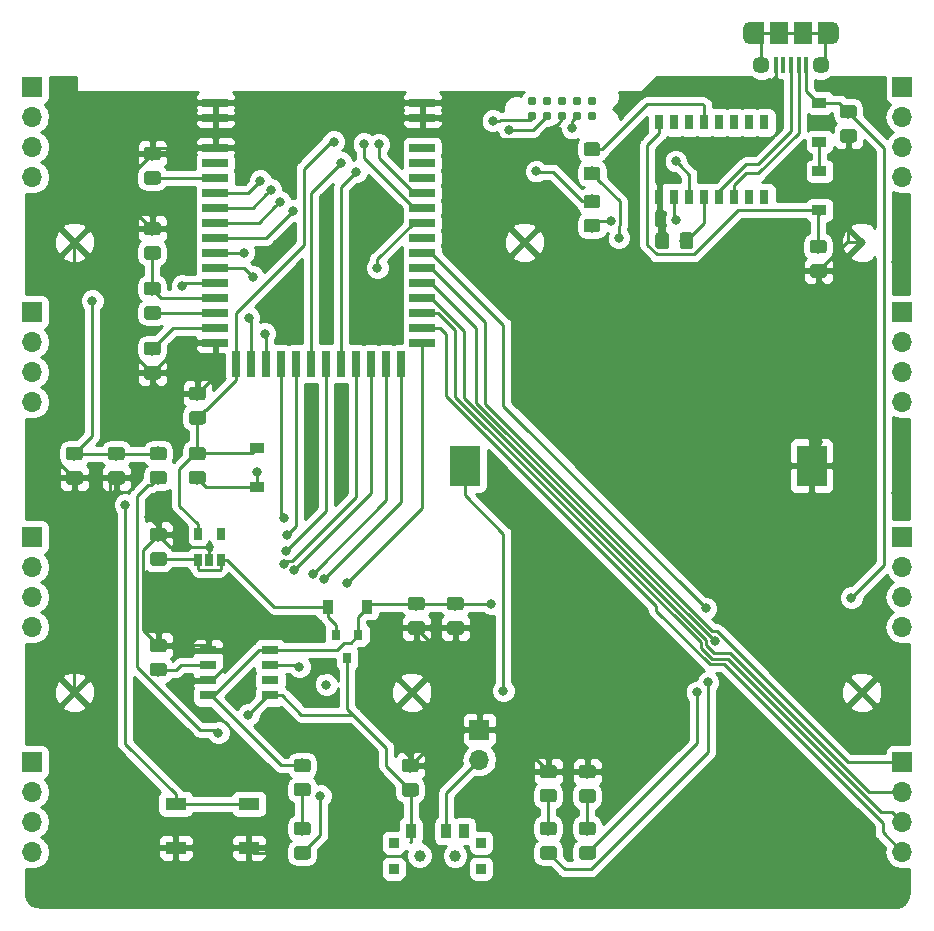
<source format=gbr>
G04 #@! TF.GenerationSoftware,KiCad,Pcbnew,(5.0.0)*
G04 #@! TF.CreationDate,2020-11-22T21:48:28-06:00*
G04 #@! TF.ProjectId,4x4_platform,3478345F706C6174666F726D2E6B6963,rev?*
G04 #@! TF.SameCoordinates,Original*
G04 #@! TF.FileFunction,Copper,L1,Top,Signal*
G04 #@! TF.FilePolarity,Positive*
%FSLAX46Y46*%
G04 Gerber Fmt 4.6, Leading zero omitted, Abs format (unit mm)*
G04 Created by KiCad (PCBNEW (5.0.0)) date 11/22/20 21:48:28*
%MOMM*%
%LPD*%
G01*
G04 APERTURE LIST*
G04 #@! TA.AperFunction,ComponentPad*
%ADD10R,1.700000X1.700000*%
G04 #@! TD*
G04 #@! TA.AperFunction,ComponentPad*
%ADD11O,1.700000X1.700000*%
G04 #@! TD*
G04 #@! TA.AperFunction,Conductor*
%ADD12C,0.100000*%
G04 #@! TD*
G04 #@! TA.AperFunction,SMDPad,CuDef*
%ADD13C,1.150000*%
G04 #@! TD*
G04 #@! TA.AperFunction,SMDPad,CuDef*
%ADD14R,0.800000X0.900000*%
G04 #@! TD*
G04 #@! TA.AperFunction,WasherPad*
%ADD15C,1.000000*%
G04 #@! TD*
G04 #@! TA.AperFunction,SMDPad,CuDef*
%ADD16R,0.900000X1.250000*%
G04 #@! TD*
G04 #@! TA.AperFunction,SMDPad,CuDef*
%ADD17R,0.900000X0.900000*%
G04 #@! TD*
G04 #@! TA.AperFunction,SMDPad,CuDef*
%ADD18R,1.800000X1.100000*%
G04 #@! TD*
G04 #@! TA.AperFunction,SMDPad,CuDef*
%ADD19R,0.720000X2.200000*%
G04 #@! TD*
G04 #@! TA.AperFunction,SMDPad,CuDef*
%ADD20R,2.200000X0.720000*%
G04 #@! TD*
G04 #@! TA.AperFunction,SMDPad,CuDef*
%ADD21R,1.200000X0.900000*%
G04 #@! TD*
G04 #@! TA.AperFunction,SMDPad,CuDef*
%ADD22R,0.800000X1.300000*%
G04 #@! TD*
G04 #@! TA.AperFunction,SMDPad,CuDef*
%ADD23R,1.500000X1.900000*%
G04 #@! TD*
G04 #@! TA.AperFunction,ComponentPad*
%ADD24C,1.450000*%
G04 #@! TD*
G04 #@! TA.AperFunction,SMDPad,CuDef*
%ADD25R,0.400000X1.350000*%
G04 #@! TD*
G04 #@! TA.AperFunction,ComponentPad*
%ADD26O,1.200000X1.900000*%
G04 #@! TD*
G04 #@! TA.AperFunction,SMDPad,CuDef*
%ADD27R,1.200000X1.900000*%
G04 #@! TD*
G04 #@! TA.AperFunction,SMDPad,CuDef*
%ADD28R,0.900000X1.200000*%
G04 #@! TD*
G04 #@! TA.AperFunction,SMDPad,CuDef*
%ADD29R,1.450000X0.800000*%
G04 #@! TD*
G04 #@! TA.AperFunction,SMDPad,CuDef*
%ADD30R,0.650000X1.060000*%
G04 #@! TD*
G04 #@! TA.AperFunction,ConnectorPad*
%ADD31C,0.787400*%
G04 #@! TD*
G04 #@! TA.AperFunction,SMDPad,CuDef*
%ADD32R,2.540000X3.510000*%
G04 #@! TD*
G04 #@! TA.AperFunction,ViaPad*
%ADD33C,0.800000*%
G04 #@! TD*
G04 #@! TA.AperFunction,Conductor*
%ADD34C,0.250000*%
G04 #@! TD*
G04 #@! TA.AperFunction,Conductor*
%ADD35C,0.254000*%
G04 #@! TD*
G04 APERTURE END LIST*
D10*
G04 #@! TO.P,J1,1*
G04 #@! TO.N,ROW1*
X77470000Y-82232500D03*
D11*
G04 #@! TO.P,J1,2*
G04 #@! TO.N,ROW2*
X77470000Y-84772500D03*
G04 #@! TO.P,J1,3*
G04 #@! TO.N,ROW3*
X77470000Y-87312500D03*
G04 #@! TO.P,J1,4*
G04 #@! TO.N,ROW4*
X77470000Y-89852500D03*
G04 #@! TD*
G04 #@! TO.P,J2,4*
G04 #@! TO.N,COL4*
X77470000Y-108902500D03*
G04 #@! TO.P,J2,3*
G04 #@! TO.N,COL3*
X77470000Y-106362500D03*
G04 #@! TO.P,J2,2*
G04 #@! TO.N,COL2*
X77470000Y-103822500D03*
D10*
G04 #@! TO.P,J2,1*
G04 #@! TO.N,COL1*
X77470000Y-101282500D03*
G04 #@! TD*
G04 #@! TO.P,J3,1*
G04 #@! TO.N,COL5*
X77470000Y-120332500D03*
D11*
G04 #@! TO.P,J3,2*
G04 #@! TO.N,COL6*
X77470000Y-122872500D03*
G04 #@! TO.P,J3,3*
G04 #@! TO.N,COL7*
X77470000Y-125412500D03*
G04 #@! TO.P,J3,4*
G04 #@! TO.N,COL8*
X77470000Y-127952500D03*
G04 #@! TD*
G04 #@! TO.P,J4,4*
G04 #@! TO.N,COL12*
X77470000Y-147002500D03*
G04 #@! TO.P,J4,3*
G04 #@! TO.N,COL11*
X77470000Y-144462500D03*
G04 #@! TO.P,J4,2*
G04 #@! TO.N,COL10*
X77470000Y-141922500D03*
D10*
G04 #@! TO.P,J4,1*
G04 #@! TO.N,COL9*
X77470000Y-139382500D03*
G04 #@! TD*
G04 #@! TO.P,J5,1*
G04 #@! TO.N,ROW1*
X151130000Y-82232500D03*
D11*
G04 #@! TO.P,J5,2*
G04 #@! TO.N,ROW2*
X151130000Y-84772500D03*
G04 #@! TO.P,J5,3*
G04 #@! TO.N,ROW3*
X151130000Y-87312500D03*
G04 #@! TO.P,J5,4*
G04 #@! TO.N,ROW4*
X151130000Y-89852500D03*
G04 #@! TD*
G04 #@! TO.P,J6,4*
G04 #@! TO.N,COL8*
X151130000Y-108902500D03*
G04 #@! TO.P,J6,3*
G04 #@! TO.N,COL7*
X151130000Y-106362500D03*
G04 #@! TO.P,J6,2*
G04 #@! TO.N,COL6*
X151130000Y-103822500D03*
D10*
G04 #@! TO.P,J6,1*
G04 #@! TO.N,COL5*
X151130000Y-101282500D03*
G04 #@! TD*
G04 #@! TO.P,J7,1*
G04 #@! TO.N,COL9*
X151130000Y-120332500D03*
D11*
G04 #@! TO.P,J7,2*
G04 #@! TO.N,COL10*
X151130000Y-122872500D03*
G04 #@! TO.P,J7,3*
G04 #@! TO.N,COL11*
X151130000Y-125412500D03*
G04 #@! TO.P,J7,4*
G04 #@! TO.N,COL12*
X151130000Y-127952500D03*
G04 #@! TD*
G04 #@! TO.P,J8,4*
G04 #@! TO.N,COL16*
X151130000Y-147002500D03*
G04 #@! TO.P,J8,3*
G04 #@! TO.N,COL15*
X151130000Y-144462500D03*
G04 #@! TO.P,J8,2*
G04 #@! TO.N,COL14*
X151130000Y-141922500D03*
D10*
G04 #@! TO.P,J8,1*
G04 #@! TO.N,COL13*
X151130000Y-139382500D03*
G04 #@! TD*
D12*
G04 #@! TO.N,GND*
G04 #@! TO.C,C1*
G36*
X88104505Y-93651204D02*
X88128773Y-93654804D01*
X88152572Y-93660765D01*
X88175671Y-93669030D01*
X88197850Y-93679520D01*
X88218893Y-93692132D01*
X88238599Y-93706747D01*
X88256777Y-93723223D01*
X88273253Y-93741401D01*
X88287868Y-93761107D01*
X88300480Y-93782150D01*
X88310970Y-93804329D01*
X88319235Y-93827428D01*
X88325196Y-93851227D01*
X88328796Y-93875495D01*
X88330000Y-93899999D01*
X88330000Y-94550001D01*
X88328796Y-94574505D01*
X88325196Y-94598773D01*
X88319235Y-94622572D01*
X88310970Y-94645671D01*
X88300480Y-94667850D01*
X88287868Y-94688893D01*
X88273253Y-94708599D01*
X88256777Y-94726777D01*
X88238599Y-94743253D01*
X88218893Y-94757868D01*
X88197850Y-94770480D01*
X88175671Y-94780970D01*
X88152572Y-94789235D01*
X88128773Y-94795196D01*
X88104505Y-94798796D01*
X88080001Y-94800000D01*
X87179999Y-94800000D01*
X87155495Y-94798796D01*
X87131227Y-94795196D01*
X87107428Y-94789235D01*
X87084329Y-94780970D01*
X87062150Y-94770480D01*
X87041107Y-94757868D01*
X87021401Y-94743253D01*
X87003223Y-94726777D01*
X86986747Y-94708599D01*
X86972132Y-94688893D01*
X86959520Y-94667850D01*
X86949030Y-94645671D01*
X86940765Y-94622572D01*
X86934804Y-94598773D01*
X86931204Y-94574505D01*
X86930000Y-94550001D01*
X86930000Y-93899999D01*
X86931204Y-93875495D01*
X86934804Y-93851227D01*
X86940765Y-93827428D01*
X86949030Y-93804329D01*
X86959520Y-93782150D01*
X86972132Y-93761107D01*
X86986747Y-93741401D01*
X87003223Y-93723223D01*
X87021401Y-93706747D01*
X87041107Y-93692132D01*
X87062150Y-93679520D01*
X87084329Y-93669030D01*
X87107428Y-93660765D01*
X87131227Y-93654804D01*
X87155495Y-93651204D01*
X87179999Y-93650000D01*
X88080001Y-93650000D01*
X88104505Y-93651204D01*
X88104505Y-93651204D01*
G37*
D13*
G04 #@! TD*
G04 #@! TO.P,C1,2*
G04 #@! TO.N,GND*
X87630000Y-94225000D03*
D12*
G04 #@! TO.N,Net-(C1-Pad1)*
G04 #@! TO.C,C1*
G36*
X88104505Y-95701204D02*
X88128773Y-95704804D01*
X88152572Y-95710765D01*
X88175671Y-95719030D01*
X88197850Y-95729520D01*
X88218893Y-95742132D01*
X88238599Y-95756747D01*
X88256777Y-95773223D01*
X88273253Y-95791401D01*
X88287868Y-95811107D01*
X88300480Y-95832150D01*
X88310970Y-95854329D01*
X88319235Y-95877428D01*
X88325196Y-95901227D01*
X88328796Y-95925495D01*
X88330000Y-95949999D01*
X88330000Y-96600001D01*
X88328796Y-96624505D01*
X88325196Y-96648773D01*
X88319235Y-96672572D01*
X88310970Y-96695671D01*
X88300480Y-96717850D01*
X88287868Y-96738893D01*
X88273253Y-96758599D01*
X88256777Y-96776777D01*
X88238599Y-96793253D01*
X88218893Y-96807868D01*
X88197850Y-96820480D01*
X88175671Y-96830970D01*
X88152572Y-96839235D01*
X88128773Y-96845196D01*
X88104505Y-96848796D01*
X88080001Y-96850000D01*
X87179999Y-96850000D01*
X87155495Y-96848796D01*
X87131227Y-96845196D01*
X87107428Y-96839235D01*
X87084329Y-96830970D01*
X87062150Y-96820480D01*
X87041107Y-96807868D01*
X87021401Y-96793253D01*
X87003223Y-96776777D01*
X86986747Y-96758599D01*
X86972132Y-96738893D01*
X86959520Y-96717850D01*
X86949030Y-96695671D01*
X86940765Y-96672572D01*
X86934804Y-96648773D01*
X86931204Y-96624505D01*
X86930000Y-96600001D01*
X86930000Y-95949999D01*
X86931204Y-95925495D01*
X86934804Y-95901227D01*
X86940765Y-95877428D01*
X86949030Y-95854329D01*
X86959520Y-95832150D01*
X86972132Y-95811107D01*
X86986747Y-95791401D01*
X87003223Y-95773223D01*
X87021401Y-95756747D01*
X87041107Y-95742132D01*
X87062150Y-95729520D01*
X87084329Y-95719030D01*
X87107428Y-95710765D01*
X87131227Y-95704804D01*
X87155495Y-95701204D01*
X87179999Y-95700000D01*
X88080001Y-95700000D01*
X88104505Y-95701204D01*
X88104505Y-95701204D01*
G37*
D13*
G04 #@! TD*
G04 #@! TO.P,C1,1*
G04 #@! TO.N,Net-(C1-Pad1)*
X87630000Y-96275000D03*
D12*
G04 #@! TO.N,Net-(C2-Pad1)*
G04 #@! TO.C,C2*
G36*
X88104505Y-103811204D02*
X88128773Y-103814804D01*
X88152572Y-103820765D01*
X88175671Y-103829030D01*
X88197850Y-103839520D01*
X88218893Y-103852132D01*
X88238599Y-103866747D01*
X88256777Y-103883223D01*
X88273253Y-103901401D01*
X88287868Y-103921107D01*
X88300480Y-103942150D01*
X88310970Y-103964329D01*
X88319235Y-103987428D01*
X88325196Y-104011227D01*
X88328796Y-104035495D01*
X88330000Y-104059999D01*
X88330000Y-104710001D01*
X88328796Y-104734505D01*
X88325196Y-104758773D01*
X88319235Y-104782572D01*
X88310970Y-104805671D01*
X88300480Y-104827850D01*
X88287868Y-104848893D01*
X88273253Y-104868599D01*
X88256777Y-104886777D01*
X88238599Y-104903253D01*
X88218893Y-104917868D01*
X88197850Y-104930480D01*
X88175671Y-104940970D01*
X88152572Y-104949235D01*
X88128773Y-104955196D01*
X88104505Y-104958796D01*
X88080001Y-104960000D01*
X87179999Y-104960000D01*
X87155495Y-104958796D01*
X87131227Y-104955196D01*
X87107428Y-104949235D01*
X87084329Y-104940970D01*
X87062150Y-104930480D01*
X87041107Y-104917868D01*
X87021401Y-104903253D01*
X87003223Y-104886777D01*
X86986747Y-104868599D01*
X86972132Y-104848893D01*
X86959520Y-104827850D01*
X86949030Y-104805671D01*
X86940765Y-104782572D01*
X86934804Y-104758773D01*
X86931204Y-104734505D01*
X86930000Y-104710001D01*
X86930000Y-104059999D01*
X86931204Y-104035495D01*
X86934804Y-104011227D01*
X86940765Y-103987428D01*
X86949030Y-103964329D01*
X86959520Y-103942150D01*
X86972132Y-103921107D01*
X86986747Y-103901401D01*
X87003223Y-103883223D01*
X87021401Y-103866747D01*
X87041107Y-103852132D01*
X87062150Y-103839520D01*
X87084329Y-103829030D01*
X87107428Y-103820765D01*
X87131227Y-103814804D01*
X87155495Y-103811204D01*
X87179999Y-103810000D01*
X88080001Y-103810000D01*
X88104505Y-103811204D01*
X88104505Y-103811204D01*
G37*
D13*
G04 #@! TD*
G04 #@! TO.P,C2,1*
G04 #@! TO.N,Net-(C2-Pad1)*
X87630000Y-104385000D03*
D12*
G04 #@! TO.N,GND*
G04 #@! TO.C,C2*
G36*
X88104505Y-105861204D02*
X88128773Y-105864804D01*
X88152572Y-105870765D01*
X88175671Y-105879030D01*
X88197850Y-105889520D01*
X88218893Y-105902132D01*
X88238599Y-105916747D01*
X88256777Y-105933223D01*
X88273253Y-105951401D01*
X88287868Y-105971107D01*
X88300480Y-105992150D01*
X88310970Y-106014329D01*
X88319235Y-106037428D01*
X88325196Y-106061227D01*
X88328796Y-106085495D01*
X88330000Y-106109999D01*
X88330000Y-106760001D01*
X88328796Y-106784505D01*
X88325196Y-106808773D01*
X88319235Y-106832572D01*
X88310970Y-106855671D01*
X88300480Y-106877850D01*
X88287868Y-106898893D01*
X88273253Y-106918599D01*
X88256777Y-106936777D01*
X88238599Y-106953253D01*
X88218893Y-106967868D01*
X88197850Y-106980480D01*
X88175671Y-106990970D01*
X88152572Y-106999235D01*
X88128773Y-107005196D01*
X88104505Y-107008796D01*
X88080001Y-107010000D01*
X87179999Y-107010000D01*
X87155495Y-107008796D01*
X87131227Y-107005196D01*
X87107428Y-106999235D01*
X87084329Y-106990970D01*
X87062150Y-106980480D01*
X87041107Y-106967868D01*
X87021401Y-106953253D01*
X87003223Y-106936777D01*
X86986747Y-106918599D01*
X86972132Y-106898893D01*
X86959520Y-106877850D01*
X86949030Y-106855671D01*
X86940765Y-106832572D01*
X86934804Y-106808773D01*
X86931204Y-106784505D01*
X86930000Y-106760001D01*
X86930000Y-106109999D01*
X86931204Y-106085495D01*
X86934804Y-106061227D01*
X86940765Y-106037428D01*
X86949030Y-106014329D01*
X86959520Y-105992150D01*
X86972132Y-105971107D01*
X86986747Y-105951401D01*
X87003223Y-105933223D01*
X87021401Y-105916747D01*
X87041107Y-105902132D01*
X87062150Y-105889520D01*
X87084329Y-105879030D01*
X87107428Y-105870765D01*
X87131227Y-105864804D01*
X87155495Y-105861204D01*
X87179999Y-105860000D01*
X88080001Y-105860000D01*
X88104505Y-105861204D01*
X88104505Y-105861204D01*
G37*
D13*
G04 #@! TD*
G04 #@! TO.P,C2,2*
G04 #@! TO.N,GND*
X87630000Y-106435000D03*
D12*
G04 #@! TO.N,VCC*
G04 #@! TO.C,C3*
G36*
X91914505Y-109671204D02*
X91938773Y-109674804D01*
X91962572Y-109680765D01*
X91985671Y-109689030D01*
X92007850Y-109699520D01*
X92028893Y-109712132D01*
X92048599Y-109726747D01*
X92066777Y-109743223D01*
X92083253Y-109761401D01*
X92097868Y-109781107D01*
X92110480Y-109802150D01*
X92120970Y-109824329D01*
X92129235Y-109847428D01*
X92135196Y-109871227D01*
X92138796Y-109895495D01*
X92140000Y-109919999D01*
X92140000Y-110570001D01*
X92138796Y-110594505D01*
X92135196Y-110618773D01*
X92129235Y-110642572D01*
X92120970Y-110665671D01*
X92110480Y-110687850D01*
X92097868Y-110708893D01*
X92083253Y-110728599D01*
X92066777Y-110746777D01*
X92048599Y-110763253D01*
X92028893Y-110777868D01*
X92007850Y-110790480D01*
X91985671Y-110800970D01*
X91962572Y-110809235D01*
X91938773Y-110815196D01*
X91914505Y-110818796D01*
X91890001Y-110820000D01*
X90989999Y-110820000D01*
X90965495Y-110818796D01*
X90941227Y-110815196D01*
X90917428Y-110809235D01*
X90894329Y-110800970D01*
X90872150Y-110790480D01*
X90851107Y-110777868D01*
X90831401Y-110763253D01*
X90813223Y-110746777D01*
X90796747Y-110728599D01*
X90782132Y-110708893D01*
X90769520Y-110687850D01*
X90759030Y-110665671D01*
X90750765Y-110642572D01*
X90744804Y-110618773D01*
X90741204Y-110594505D01*
X90740000Y-110570001D01*
X90740000Y-109919999D01*
X90741204Y-109895495D01*
X90744804Y-109871227D01*
X90750765Y-109847428D01*
X90759030Y-109824329D01*
X90769520Y-109802150D01*
X90782132Y-109781107D01*
X90796747Y-109761401D01*
X90813223Y-109743223D01*
X90831401Y-109726747D01*
X90851107Y-109712132D01*
X90872150Y-109699520D01*
X90894329Y-109689030D01*
X90917428Y-109680765D01*
X90941227Y-109674804D01*
X90965495Y-109671204D01*
X90989999Y-109670000D01*
X91890001Y-109670000D01*
X91914505Y-109671204D01*
X91914505Y-109671204D01*
G37*
D13*
G04 #@! TD*
G04 #@! TO.P,C3,1*
G04 #@! TO.N,VCC*
X91440000Y-110245000D03*
D12*
G04 #@! TO.N,GND*
G04 #@! TO.C,C3*
G36*
X91914505Y-107621204D02*
X91938773Y-107624804D01*
X91962572Y-107630765D01*
X91985671Y-107639030D01*
X92007850Y-107649520D01*
X92028893Y-107662132D01*
X92048599Y-107676747D01*
X92066777Y-107693223D01*
X92083253Y-107711401D01*
X92097868Y-107731107D01*
X92110480Y-107752150D01*
X92120970Y-107774329D01*
X92129235Y-107797428D01*
X92135196Y-107821227D01*
X92138796Y-107845495D01*
X92140000Y-107869999D01*
X92140000Y-108520001D01*
X92138796Y-108544505D01*
X92135196Y-108568773D01*
X92129235Y-108592572D01*
X92120970Y-108615671D01*
X92110480Y-108637850D01*
X92097868Y-108658893D01*
X92083253Y-108678599D01*
X92066777Y-108696777D01*
X92048599Y-108713253D01*
X92028893Y-108727868D01*
X92007850Y-108740480D01*
X91985671Y-108750970D01*
X91962572Y-108759235D01*
X91938773Y-108765196D01*
X91914505Y-108768796D01*
X91890001Y-108770000D01*
X90989999Y-108770000D01*
X90965495Y-108768796D01*
X90941227Y-108765196D01*
X90917428Y-108759235D01*
X90894329Y-108750970D01*
X90872150Y-108740480D01*
X90851107Y-108727868D01*
X90831401Y-108713253D01*
X90813223Y-108696777D01*
X90796747Y-108678599D01*
X90782132Y-108658893D01*
X90769520Y-108637850D01*
X90759030Y-108615671D01*
X90750765Y-108592572D01*
X90744804Y-108568773D01*
X90741204Y-108544505D01*
X90740000Y-108520001D01*
X90740000Y-107869999D01*
X90741204Y-107845495D01*
X90744804Y-107821227D01*
X90750765Y-107797428D01*
X90759030Y-107774329D01*
X90769520Y-107752150D01*
X90782132Y-107731107D01*
X90796747Y-107711401D01*
X90813223Y-107693223D01*
X90831401Y-107676747D01*
X90851107Y-107662132D01*
X90872150Y-107649520D01*
X90894329Y-107639030D01*
X90917428Y-107630765D01*
X90941227Y-107624804D01*
X90965495Y-107621204D01*
X90989999Y-107620000D01*
X91890001Y-107620000D01*
X91914505Y-107621204D01*
X91914505Y-107621204D01*
G37*
D13*
G04 #@! TD*
G04 #@! TO.P,C3,2*
G04 #@! TO.N,GND*
X91440000Y-108195000D03*
D12*
G04 #@! TO.N,GND*
G04 #@! TO.C,C4*
G36*
X88104505Y-87301204D02*
X88128773Y-87304804D01*
X88152572Y-87310765D01*
X88175671Y-87319030D01*
X88197850Y-87329520D01*
X88218893Y-87342132D01*
X88238599Y-87356747D01*
X88256777Y-87373223D01*
X88273253Y-87391401D01*
X88287868Y-87411107D01*
X88300480Y-87432150D01*
X88310970Y-87454329D01*
X88319235Y-87477428D01*
X88325196Y-87501227D01*
X88328796Y-87525495D01*
X88330000Y-87549999D01*
X88330000Y-88200001D01*
X88328796Y-88224505D01*
X88325196Y-88248773D01*
X88319235Y-88272572D01*
X88310970Y-88295671D01*
X88300480Y-88317850D01*
X88287868Y-88338893D01*
X88273253Y-88358599D01*
X88256777Y-88376777D01*
X88238599Y-88393253D01*
X88218893Y-88407868D01*
X88197850Y-88420480D01*
X88175671Y-88430970D01*
X88152572Y-88439235D01*
X88128773Y-88445196D01*
X88104505Y-88448796D01*
X88080001Y-88450000D01*
X87179999Y-88450000D01*
X87155495Y-88448796D01*
X87131227Y-88445196D01*
X87107428Y-88439235D01*
X87084329Y-88430970D01*
X87062150Y-88420480D01*
X87041107Y-88407868D01*
X87021401Y-88393253D01*
X87003223Y-88376777D01*
X86986747Y-88358599D01*
X86972132Y-88338893D01*
X86959520Y-88317850D01*
X86949030Y-88295671D01*
X86940765Y-88272572D01*
X86934804Y-88248773D01*
X86931204Y-88224505D01*
X86930000Y-88200001D01*
X86930000Y-87549999D01*
X86931204Y-87525495D01*
X86934804Y-87501227D01*
X86940765Y-87477428D01*
X86949030Y-87454329D01*
X86959520Y-87432150D01*
X86972132Y-87411107D01*
X86986747Y-87391401D01*
X87003223Y-87373223D01*
X87021401Y-87356747D01*
X87041107Y-87342132D01*
X87062150Y-87329520D01*
X87084329Y-87319030D01*
X87107428Y-87310765D01*
X87131227Y-87304804D01*
X87155495Y-87301204D01*
X87179999Y-87300000D01*
X88080001Y-87300000D01*
X88104505Y-87301204D01*
X88104505Y-87301204D01*
G37*
D13*
G04 #@! TD*
G04 #@! TO.P,C4,2*
G04 #@! TO.N,GND*
X87630000Y-87875000D03*
D12*
G04 #@! TO.N,Net-(C4-Pad1)*
G04 #@! TO.C,C4*
G36*
X88104505Y-89351204D02*
X88128773Y-89354804D01*
X88152572Y-89360765D01*
X88175671Y-89369030D01*
X88197850Y-89379520D01*
X88218893Y-89392132D01*
X88238599Y-89406747D01*
X88256777Y-89423223D01*
X88273253Y-89441401D01*
X88287868Y-89461107D01*
X88300480Y-89482150D01*
X88310970Y-89504329D01*
X88319235Y-89527428D01*
X88325196Y-89551227D01*
X88328796Y-89575495D01*
X88330000Y-89599999D01*
X88330000Y-90250001D01*
X88328796Y-90274505D01*
X88325196Y-90298773D01*
X88319235Y-90322572D01*
X88310970Y-90345671D01*
X88300480Y-90367850D01*
X88287868Y-90388893D01*
X88273253Y-90408599D01*
X88256777Y-90426777D01*
X88238599Y-90443253D01*
X88218893Y-90457868D01*
X88197850Y-90470480D01*
X88175671Y-90480970D01*
X88152572Y-90489235D01*
X88128773Y-90495196D01*
X88104505Y-90498796D01*
X88080001Y-90500000D01*
X87179999Y-90500000D01*
X87155495Y-90498796D01*
X87131227Y-90495196D01*
X87107428Y-90489235D01*
X87084329Y-90480970D01*
X87062150Y-90470480D01*
X87041107Y-90457868D01*
X87021401Y-90443253D01*
X87003223Y-90426777D01*
X86986747Y-90408599D01*
X86972132Y-90388893D01*
X86959520Y-90367850D01*
X86949030Y-90345671D01*
X86940765Y-90322572D01*
X86934804Y-90298773D01*
X86931204Y-90274505D01*
X86930000Y-90250001D01*
X86930000Y-89599999D01*
X86931204Y-89575495D01*
X86934804Y-89551227D01*
X86940765Y-89527428D01*
X86949030Y-89504329D01*
X86959520Y-89482150D01*
X86972132Y-89461107D01*
X86986747Y-89441401D01*
X87003223Y-89423223D01*
X87021401Y-89406747D01*
X87041107Y-89392132D01*
X87062150Y-89379520D01*
X87084329Y-89369030D01*
X87107428Y-89360765D01*
X87131227Y-89354804D01*
X87155495Y-89351204D01*
X87179999Y-89350000D01*
X88080001Y-89350000D01*
X88104505Y-89351204D01*
X88104505Y-89351204D01*
G37*
D13*
G04 #@! TD*
G04 #@! TO.P,C4,1*
G04 #@! TO.N,Net-(C4-Pad1)*
X87630000Y-89925000D03*
D12*
G04 #@! TO.N,Net-(C1-Pad1)*
G04 #@! TO.C,L1*
G36*
X88104505Y-98731204D02*
X88128773Y-98734804D01*
X88152572Y-98740765D01*
X88175671Y-98749030D01*
X88197850Y-98759520D01*
X88218893Y-98772132D01*
X88238599Y-98786747D01*
X88256777Y-98803223D01*
X88273253Y-98821401D01*
X88287868Y-98841107D01*
X88300480Y-98862150D01*
X88310970Y-98884329D01*
X88319235Y-98907428D01*
X88325196Y-98931227D01*
X88328796Y-98955495D01*
X88330000Y-98979999D01*
X88330000Y-99630001D01*
X88328796Y-99654505D01*
X88325196Y-99678773D01*
X88319235Y-99702572D01*
X88310970Y-99725671D01*
X88300480Y-99747850D01*
X88287868Y-99768893D01*
X88273253Y-99788599D01*
X88256777Y-99806777D01*
X88238599Y-99823253D01*
X88218893Y-99837868D01*
X88197850Y-99850480D01*
X88175671Y-99860970D01*
X88152572Y-99869235D01*
X88128773Y-99875196D01*
X88104505Y-99878796D01*
X88080001Y-99880000D01*
X87179999Y-99880000D01*
X87155495Y-99878796D01*
X87131227Y-99875196D01*
X87107428Y-99869235D01*
X87084329Y-99860970D01*
X87062150Y-99850480D01*
X87041107Y-99837868D01*
X87021401Y-99823253D01*
X87003223Y-99806777D01*
X86986747Y-99788599D01*
X86972132Y-99768893D01*
X86959520Y-99747850D01*
X86949030Y-99725671D01*
X86940765Y-99702572D01*
X86934804Y-99678773D01*
X86931204Y-99654505D01*
X86930000Y-99630001D01*
X86930000Y-98979999D01*
X86931204Y-98955495D01*
X86934804Y-98931227D01*
X86940765Y-98907428D01*
X86949030Y-98884329D01*
X86959520Y-98862150D01*
X86972132Y-98841107D01*
X86986747Y-98821401D01*
X87003223Y-98803223D01*
X87021401Y-98786747D01*
X87041107Y-98772132D01*
X87062150Y-98759520D01*
X87084329Y-98749030D01*
X87107428Y-98740765D01*
X87131227Y-98734804D01*
X87155495Y-98731204D01*
X87179999Y-98730000D01*
X88080001Y-98730000D01*
X88104505Y-98731204D01*
X88104505Y-98731204D01*
G37*
D13*
G04 #@! TD*
G04 #@! TO.P,L1,1*
G04 #@! TO.N,Net-(C1-Pad1)*
X87630000Y-99305000D03*
D12*
G04 #@! TO.N,Net-(L1-Pad2)*
G04 #@! TO.C,L1*
G36*
X88104505Y-100781204D02*
X88128773Y-100784804D01*
X88152572Y-100790765D01*
X88175671Y-100799030D01*
X88197850Y-100809520D01*
X88218893Y-100822132D01*
X88238599Y-100836747D01*
X88256777Y-100853223D01*
X88273253Y-100871401D01*
X88287868Y-100891107D01*
X88300480Y-100912150D01*
X88310970Y-100934329D01*
X88319235Y-100957428D01*
X88325196Y-100981227D01*
X88328796Y-101005495D01*
X88330000Y-101029999D01*
X88330000Y-101680001D01*
X88328796Y-101704505D01*
X88325196Y-101728773D01*
X88319235Y-101752572D01*
X88310970Y-101775671D01*
X88300480Y-101797850D01*
X88287868Y-101818893D01*
X88273253Y-101838599D01*
X88256777Y-101856777D01*
X88238599Y-101873253D01*
X88218893Y-101887868D01*
X88197850Y-101900480D01*
X88175671Y-101910970D01*
X88152572Y-101919235D01*
X88128773Y-101925196D01*
X88104505Y-101928796D01*
X88080001Y-101930000D01*
X87179999Y-101930000D01*
X87155495Y-101928796D01*
X87131227Y-101925196D01*
X87107428Y-101919235D01*
X87084329Y-101910970D01*
X87062150Y-101900480D01*
X87041107Y-101887868D01*
X87021401Y-101873253D01*
X87003223Y-101856777D01*
X86986747Y-101838599D01*
X86972132Y-101818893D01*
X86959520Y-101797850D01*
X86949030Y-101775671D01*
X86940765Y-101752572D01*
X86934804Y-101728773D01*
X86931204Y-101704505D01*
X86930000Y-101680001D01*
X86930000Y-101029999D01*
X86931204Y-101005495D01*
X86934804Y-100981227D01*
X86940765Y-100957428D01*
X86949030Y-100934329D01*
X86959520Y-100912150D01*
X86972132Y-100891107D01*
X86986747Y-100871401D01*
X87003223Y-100853223D01*
X87021401Y-100836747D01*
X87041107Y-100822132D01*
X87062150Y-100809520D01*
X87084329Y-100799030D01*
X87107428Y-100790765D01*
X87131227Y-100784804D01*
X87155495Y-100781204D01*
X87179999Y-100780000D01*
X88080001Y-100780000D01*
X88104505Y-100781204D01*
X88104505Y-100781204D01*
G37*
D13*
G04 #@! TD*
G04 #@! TO.P,L1,2*
G04 #@! TO.N,Net-(L1-Pad2)*
X87630000Y-101355000D03*
D14*
G04 #@! TO.P,Q1,1*
G04 #@! TO.N,VBUS*
X105074000Y-128606000D03*
G04 #@! TO.P,Q1,2*
G04 #@! TO.N,Net-(C12-Pad1)*
X103174000Y-128606000D03*
G04 #@! TO.P,Q1,3*
G04 #@! TO.N,VBATT*
X104124000Y-130606000D03*
G04 #@! TD*
D12*
G04 #@! TO.N,RESET*
G04 #@! TO.C,R1*
G36*
X91914505Y-114742204D02*
X91938773Y-114745804D01*
X91962572Y-114751765D01*
X91985671Y-114760030D01*
X92007850Y-114770520D01*
X92028893Y-114783132D01*
X92048599Y-114797747D01*
X92066777Y-114814223D01*
X92083253Y-114832401D01*
X92097868Y-114852107D01*
X92110480Y-114873150D01*
X92120970Y-114895329D01*
X92129235Y-114918428D01*
X92135196Y-114942227D01*
X92138796Y-114966495D01*
X92140000Y-114990999D01*
X92140000Y-115641001D01*
X92138796Y-115665505D01*
X92135196Y-115689773D01*
X92129235Y-115713572D01*
X92120970Y-115736671D01*
X92110480Y-115758850D01*
X92097868Y-115779893D01*
X92083253Y-115799599D01*
X92066777Y-115817777D01*
X92048599Y-115834253D01*
X92028893Y-115848868D01*
X92007850Y-115861480D01*
X91985671Y-115871970D01*
X91962572Y-115880235D01*
X91938773Y-115886196D01*
X91914505Y-115889796D01*
X91890001Y-115891000D01*
X90989999Y-115891000D01*
X90965495Y-115889796D01*
X90941227Y-115886196D01*
X90917428Y-115880235D01*
X90894329Y-115871970D01*
X90872150Y-115861480D01*
X90851107Y-115848868D01*
X90831401Y-115834253D01*
X90813223Y-115817777D01*
X90796747Y-115799599D01*
X90782132Y-115779893D01*
X90769520Y-115758850D01*
X90759030Y-115736671D01*
X90750765Y-115713572D01*
X90744804Y-115689773D01*
X90741204Y-115665505D01*
X90740000Y-115641001D01*
X90740000Y-114990999D01*
X90741204Y-114966495D01*
X90744804Y-114942227D01*
X90750765Y-114918428D01*
X90759030Y-114895329D01*
X90769520Y-114873150D01*
X90782132Y-114852107D01*
X90796747Y-114832401D01*
X90813223Y-114814223D01*
X90831401Y-114797747D01*
X90851107Y-114783132D01*
X90872150Y-114770520D01*
X90894329Y-114760030D01*
X90917428Y-114751765D01*
X90941227Y-114745804D01*
X90965495Y-114742204D01*
X90989999Y-114741000D01*
X91890001Y-114741000D01*
X91914505Y-114742204D01*
X91914505Y-114742204D01*
G37*
D13*
G04 #@! TD*
G04 #@! TO.P,R1,2*
G04 #@! TO.N,RESET*
X91440000Y-115316000D03*
D12*
G04 #@! TO.N,VCC*
G04 #@! TO.C,R1*
G36*
X91914505Y-112692204D02*
X91938773Y-112695804D01*
X91962572Y-112701765D01*
X91985671Y-112710030D01*
X92007850Y-112720520D01*
X92028893Y-112733132D01*
X92048599Y-112747747D01*
X92066777Y-112764223D01*
X92083253Y-112782401D01*
X92097868Y-112802107D01*
X92110480Y-112823150D01*
X92120970Y-112845329D01*
X92129235Y-112868428D01*
X92135196Y-112892227D01*
X92138796Y-112916495D01*
X92140000Y-112940999D01*
X92140000Y-113591001D01*
X92138796Y-113615505D01*
X92135196Y-113639773D01*
X92129235Y-113663572D01*
X92120970Y-113686671D01*
X92110480Y-113708850D01*
X92097868Y-113729893D01*
X92083253Y-113749599D01*
X92066777Y-113767777D01*
X92048599Y-113784253D01*
X92028893Y-113798868D01*
X92007850Y-113811480D01*
X91985671Y-113821970D01*
X91962572Y-113830235D01*
X91938773Y-113836196D01*
X91914505Y-113839796D01*
X91890001Y-113841000D01*
X90989999Y-113841000D01*
X90965495Y-113839796D01*
X90941227Y-113836196D01*
X90917428Y-113830235D01*
X90894329Y-113821970D01*
X90872150Y-113811480D01*
X90851107Y-113798868D01*
X90831401Y-113784253D01*
X90813223Y-113767777D01*
X90796747Y-113749599D01*
X90782132Y-113729893D01*
X90769520Y-113708850D01*
X90759030Y-113686671D01*
X90750765Y-113663572D01*
X90744804Y-113639773D01*
X90741204Y-113615505D01*
X90740000Y-113591001D01*
X90740000Y-112940999D01*
X90741204Y-112916495D01*
X90744804Y-112892227D01*
X90750765Y-112868428D01*
X90759030Y-112845329D01*
X90769520Y-112823150D01*
X90782132Y-112802107D01*
X90796747Y-112782401D01*
X90813223Y-112764223D01*
X90831401Y-112747747D01*
X90851107Y-112733132D01*
X90872150Y-112720520D01*
X90894329Y-112710030D01*
X90917428Y-112701765D01*
X90941227Y-112695804D01*
X90965495Y-112692204D01*
X90989999Y-112691000D01*
X91890001Y-112691000D01*
X91914505Y-112692204D01*
X91914505Y-112692204D01*
G37*
D13*
G04 #@! TD*
G04 #@! TO.P,R1,1*
G04 #@! TO.N,VCC*
X91440000Y-113266000D03*
D15*
G04 #@! TO.P,SW1,*
G04 #@! TO.N,*
X110260000Y-147320000D03*
X113260000Y-147320000D03*
D16*
G04 #@! TO.P,SW1,2*
G04 #@! TO.N,Net-(BT1-Pad1)*
X112510000Y-145245000D03*
G04 #@! TO.P,SW1,3*
G04 #@! TO.N,N/C*
X114010000Y-145245000D03*
G04 #@! TO.P,SW1,1*
G04 #@! TO.N,VBATT*
X109510000Y-145245000D03*
D17*
G04 #@! TO.P,SW1,0*
G04 #@! TO.N,N/C*
X108060000Y-148420000D03*
X108060000Y-146220000D03*
X115460000Y-146220000D03*
X115460000Y-148420000D03*
G04 #@! TD*
D18*
G04 #@! TO.P,SW2,1*
G04 #@! TO.N,GND*
X95810000Y-146630000D03*
X89610000Y-146630000D03*
G04 #@! TO.P,SW2,2*
G04 #@! TO.N,RESET*
X95810000Y-142930000D03*
X89610000Y-142930000D03*
G04 #@! TD*
D19*
G04 #@! TO.P,U1,27*
G04 #@! TO.N,COL11*
X108712000Y-105664000D03*
G04 #@! TO.P,U1,26*
G04 #@! TO.N,COL10*
X107442000Y-105664000D03*
G04 #@! TO.P,U1,25*
G04 #@! TO.N,COL9*
X106172000Y-105664000D03*
G04 #@! TO.P,U1,24*
G04 #@! TO.N,COL8*
X104902000Y-105664000D03*
G04 #@! TO.P,U1,23*
G04 #@! TO.N,RXD*
X103632000Y-105664000D03*
G04 #@! TO.P,U1,22*
G04 #@! TO.N,COL7*
X102362000Y-105664000D03*
G04 #@! TO.P,U1,21*
G04 #@! TO.N,TXD*
X101092000Y-105664000D03*
G04 #@! TO.P,U1,20*
G04 #@! TO.N,COL6*
X99822000Y-105664000D03*
G04 #@! TO.P,U1,19*
G04 #@! TO.N,COL5*
X98552000Y-105664000D03*
G04 #@! TO.P,U1,18*
G04 #@! TO.N,COL4*
X97282000Y-105664000D03*
G04 #@! TO.P,U1,17*
G04 #@! TO.N,COL3*
X96012000Y-105664000D03*
G04 #@! TO.P,U1,16*
G04 #@! TO.N,VCC*
X94742000Y-105664000D03*
D20*
G04 #@! TO.P,U1,28*
G04 #@! TO.N,COL12*
X110490000Y-103886000D03*
G04 #@! TO.P,U1,29*
G04 #@! TO.N,COL16*
X110490000Y-102616000D03*
G04 #@! TO.P,U1,30*
G04 #@! TO.N,COL15*
X110490000Y-101346000D03*
G04 #@! TO.P,U1,31*
G04 #@! TO.N,COL14*
X110490000Y-100076000D03*
G04 #@! TO.P,U1,32*
G04 #@! TO.N,REDLED*
X110490000Y-98806000D03*
G04 #@! TO.P,U1,33*
G04 #@! TO.N,COL13*
X110490000Y-97536000D03*
G04 #@! TO.P,U1,34*
G04 #@! TO.N,BLUELED*
X110490000Y-96266000D03*
G04 #@! TO.P,U1,35*
G04 #@! TO.N,N/C*
X110490000Y-94996000D03*
G04 #@! TO.P,U1,36*
G04 #@! TO.N,RESET*
X110490000Y-93726000D03*
G04 #@! TO.P,U1,37*
G04 #@! TO.N,SWDCLK*
X110490000Y-92456000D03*
G04 #@! TO.P,U1,38*
G04 #@! TO.N,SWDIO*
X110490000Y-91186000D03*
G04 #@! TO.P,U1,39*
G04 #@! TO.N,N/C*
X110490000Y-89916000D03*
G04 #@! TO.P,U1,40*
X110490000Y-88646000D03*
G04 #@! TO.P,U1,41*
X110490000Y-87376000D03*
G04 #@! TO.P,U1,42*
G04 #@! TO.N,GND*
X110490000Y-84836000D03*
G04 #@! TO.P,U1,43*
X110490000Y-83566000D03*
G04 #@! TO.P,U1,0*
X92964000Y-83566000D03*
G04 #@! TO.P,U1,1*
X92964000Y-84836000D03*
G04 #@! TO.P,U1,2*
X92964000Y-87376000D03*
G04 #@! TO.P,U1,3*
G04 #@! TO.N,N/C*
X92964000Y-88646000D03*
G04 #@! TO.P,U1,4*
G04 #@! TO.N,Net-(C4-Pad1)*
X92964000Y-89916000D03*
G04 #@! TO.P,U1,5*
G04 #@! TO.N,ROW1*
X92964000Y-91186000D03*
G04 #@! TO.P,U1,6*
G04 #@! TO.N,ROW2*
X92964000Y-92456000D03*
G04 #@! TO.P,U1,7*
G04 #@! TO.N,ROW3*
X92964000Y-93726000D03*
G04 #@! TO.P,U1,8*
G04 #@! TO.N,ROW4*
X92964000Y-94996000D03*
G04 #@! TO.P,U1,9*
G04 #@! TO.N,COL1*
X92964000Y-96266000D03*
G04 #@! TO.P,U1,10*
G04 #@! TO.N,COL2*
X92964000Y-97536000D03*
G04 #@! TO.P,U1,11*
G04 #@! TO.N,Net-(C14-Pad1)*
X92964000Y-98806000D03*
G04 #@! TO.P,U1,12*
G04 #@! TO.N,Net-(C1-Pad1)*
X92964000Y-100076000D03*
G04 #@! TO.P,U1,13*
G04 #@! TO.N,Net-(L1-Pad2)*
X92964000Y-101346000D03*
G04 #@! TO.P,U1,14*
G04 #@! TO.N,Net-(C2-Pad1)*
X92964000Y-102616000D03*
G04 #@! TO.P,U1,15*
G04 #@! TO.N,GND*
X92964000Y-103886000D03*
G04 #@! TD*
D12*
G04 #@! TO.N,BLUELED*
G04 #@! TO.C,D1*
G36*
X124934505Y-146501204D02*
X124958773Y-146504804D01*
X124982572Y-146510765D01*
X125005671Y-146519030D01*
X125027850Y-146529520D01*
X125048893Y-146542132D01*
X125068599Y-146556747D01*
X125086777Y-146573223D01*
X125103253Y-146591401D01*
X125117868Y-146611107D01*
X125130480Y-146632150D01*
X125140970Y-146654329D01*
X125149235Y-146677428D01*
X125155196Y-146701227D01*
X125158796Y-146725495D01*
X125160000Y-146749999D01*
X125160000Y-147400001D01*
X125158796Y-147424505D01*
X125155196Y-147448773D01*
X125149235Y-147472572D01*
X125140970Y-147495671D01*
X125130480Y-147517850D01*
X125117868Y-147538893D01*
X125103253Y-147558599D01*
X125086777Y-147576777D01*
X125068599Y-147593253D01*
X125048893Y-147607868D01*
X125027850Y-147620480D01*
X125005671Y-147630970D01*
X124982572Y-147639235D01*
X124958773Y-147645196D01*
X124934505Y-147648796D01*
X124910001Y-147650000D01*
X124009999Y-147650000D01*
X123985495Y-147648796D01*
X123961227Y-147645196D01*
X123937428Y-147639235D01*
X123914329Y-147630970D01*
X123892150Y-147620480D01*
X123871107Y-147607868D01*
X123851401Y-147593253D01*
X123833223Y-147576777D01*
X123816747Y-147558599D01*
X123802132Y-147538893D01*
X123789520Y-147517850D01*
X123779030Y-147495671D01*
X123770765Y-147472572D01*
X123764804Y-147448773D01*
X123761204Y-147424505D01*
X123760000Y-147400001D01*
X123760000Y-146749999D01*
X123761204Y-146725495D01*
X123764804Y-146701227D01*
X123770765Y-146677428D01*
X123779030Y-146654329D01*
X123789520Y-146632150D01*
X123802132Y-146611107D01*
X123816747Y-146591401D01*
X123833223Y-146573223D01*
X123851401Y-146556747D01*
X123871107Y-146542132D01*
X123892150Y-146529520D01*
X123914329Y-146519030D01*
X123937428Y-146510765D01*
X123961227Y-146504804D01*
X123985495Y-146501204D01*
X124009999Y-146500000D01*
X124910001Y-146500000D01*
X124934505Y-146501204D01*
X124934505Y-146501204D01*
G37*
D13*
G04 #@! TD*
G04 #@! TO.P,D1,2*
G04 #@! TO.N,BLUELED*
X124460000Y-147075000D03*
D12*
G04 #@! TO.N,Net-(D1-Pad1)*
G04 #@! TO.C,D1*
G36*
X124934505Y-144451204D02*
X124958773Y-144454804D01*
X124982572Y-144460765D01*
X125005671Y-144469030D01*
X125027850Y-144479520D01*
X125048893Y-144492132D01*
X125068599Y-144506747D01*
X125086777Y-144523223D01*
X125103253Y-144541401D01*
X125117868Y-144561107D01*
X125130480Y-144582150D01*
X125140970Y-144604329D01*
X125149235Y-144627428D01*
X125155196Y-144651227D01*
X125158796Y-144675495D01*
X125160000Y-144699999D01*
X125160000Y-145350001D01*
X125158796Y-145374505D01*
X125155196Y-145398773D01*
X125149235Y-145422572D01*
X125140970Y-145445671D01*
X125130480Y-145467850D01*
X125117868Y-145488893D01*
X125103253Y-145508599D01*
X125086777Y-145526777D01*
X125068599Y-145543253D01*
X125048893Y-145557868D01*
X125027850Y-145570480D01*
X125005671Y-145580970D01*
X124982572Y-145589235D01*
X124958773Y-145595196D01*
X124934505Y-145598796D01*
X124910001Y-145600000D01*
X124009999Y-145600000D01*
X123985495Y-145598796D01*
X123961227Y-145595196D01*
X123937428Y-145589235D01*
X123914329Y-145580970D01*
X123892150Y-145570480D01*
X123871107Y-145557868D01*
X123851401Y-145543253D01*
X123833223Y-145526777D01*
X123816747Y-145508599D01*
X123802132Y-145488893D01*
X123789520Y-145467850D01*
X123779030Y-145445671D01*
X123770765Y-145422572D01*
X123764804Y-145398773D01*
X123761204Y-145374505D01*
X123760000Y-145350001D01*
X123760000Y-144699999D01*
X123761204Y-144675495D01*
X123764804Y-144651227D01*
X123770765Y-144627428D01*
X123779030Y-144604329D01*
X123789520Y-144582150D01*
X123802132Y-144561107D01*
X123816747Y-144541401D01*
X123833223Y-144523223D01*
X123851401Y-144506747D01*
X123871107Y-144492132D01*
X123892150Y-144479520D01*
X123914329Y-144469030D01*
X123937428Y-144460765D01*
X123961227Y-144454804D01*
X123985495Y-144451204D01*
X124009999Y-144450000D01*
X124910001Y-144450000D01*
X124934505Y-144451204D01*
X124934505Y-144451204D01*
G37*
D13*
G04 #@! TD*
G04 #@! TO.P,D1,1*
G04 #@! TO.N,Net-(D1-Pad1)*
X124460000Y-145025000D03*
D12*
G04 #@! TO.N,Net-(D2-Pad1)*
G04 #@! TO.C,D2*
G36*
X121632505Y-144451204D02*
X121656773Y-144454804D01*
X121680572Y-144460765D01*
X121703671Y-144469030D01*
X121725850Y-144479520D01*
X121746893Y-144492132D01*
X121766599Y-144506747D01*
X121784777Y-144523223D01*
X121801253Y-144541401D01*
X121815868Y-144561107D01*
X121828480Y-144582150D01*
X121838970Y-144604329D01*
X121847235Y-144627428D01*
X121853196Y-144651227D01*
X121856796Y-144675495D01*
X121858000Y-144699999D01*
X121858000Y-145350001D01*
X121856796Y-145374505D01*
X121853196Y-145398773D01*
X121847235Y-145422572D01*
X121838970Y-145445671D01*
X121828480Y-145467850D01*
X121815868Y-145488893D01*
X121801253Y-145508599D01*
X121784777Y-145526777D01*
X121766599Y-145543253D01*
X121746893Y-145557868D01*
X121725850Y-145570480D01*
X121703671Y-145580970D01*
X121680572Y-145589235D01*
X121656773Y-145595196D01*
X121632505Y-145598796D01*
X121608001Y-145600000D01*
X120707999Y-145600000D01*
X120683495Y-145598796D01*
X120659227Y-145595196D01*
X120635428Y-145589235D01*
X120612329Y-145580970D01*
X120590150Y-145570480D01*
X120569107Y-145557868D01*
X120549401Y-145543253D01*
X120531223Y-145526777D01*
X120514747Y-145508599D01*
X120500132Y-145488893D01*
X120487520Y-145467850D01*
X120477030Y-145445671D01*
X120468765Y-145422572D01*
X120462804Y-145398773D01*
X120459204Y-145374505D01*
X120458000Y-145350001D01*
X120458000Y-144699999D01*
X120459204Y-144675495D01*
X120462804Y-144651227D01*
X120468765Y-144627428D01*
X120477030Y-144604329D01*
X120487520Y-144582150D01*
X120500132Y-144561107D01*
X120514747Y-144541401D01*
X120531223Y-144523223D01*
X120549401Y-144506747D01*
X120569107Y-144492132D01*
X120590150Y-144479520D01*
X120612329Y-144469030D01*
X120635428Y-144460765D01*
X120659227Y-144454804D01*
X120683495Y-144451204D01*
X120707999Y-144450000D01*
X121608001Y-144450000D01*
X121632505Y-144451204D01*
X121632505Y-144451204D01*
G37*
D13*
G04 #@! TD*
G04 #@! TO.P,D2,1*
G04 #@! TO.N,Net-(D2-Pad1)*
X121158000Y-145025000D03*
D12*
G04 #@! TO.N,REDLED*
G04 #@! TO.C,D2*
G36*
X121632505Y-146501204D02*
X121656773Y-146504804D01*
X121680572Y-146510765D01*
X121703671Y-146519030D01*
X121725850Y-146529520D01*
X121746893Y-146542132D01*
X121766599Y-146556747D01*
X121784777Y-146573223D01*
X121801253Y-146591401D01*
X121815868Y-146611107D01*
X121828480Y-146632150D01*
X121838970Y-146654329D01*
X121847235Y-146677428D01*
X121853196Y-146701227D01*
X121856796Y-146725495D01*
X121858000Y-146749999D01*
X121858000Y-147400001D01*
X121856796Y-147424505D01*
X121853196Y-147448773D01*
X121847235Y-147472572D01*
X121838970Y-147495671D01*
X121828480Y-147517850D01*
X121815868Y-147538893D01*
X121801253Y-147558599D01*
X121784777Y-147576777D01*
X121766599Y-147593253D01*
X121746893Y-147607868D01*
X121725850Y-147620480D01*
X121703671Y-147630970D01*
X121680572Y-147639235D01*
X121656773Y-147645196D01*
X121632505Y-147648796D01*
X121608001Y-147650000D01*
X120707999Y-147650000D01*
X120683495Y-147648796D01*
X120659227Y-147645196D01*
X120635428Y-147639235D01*
X120612329Y-147630970D01*
X120590150Y-147620480D01*
X120569107Y-147607868D01*
X120549401Y-147593253D01*
X120531223Y-147576777D01*
X120514747Y-147558599D01*
X120500132Y-147538893D01*
X120487520Y-147517850D01*
X120477030Y-147495671D01*
X120468765Y-147472572D01*
X120462804Y-147448773D01*
X120459204Y-147424505D01*
X120458000Y-147400001D01*
X120458000Y-146749999D01*
X120459204Y-146725495D01*
X120462804Y-146701227D01*
X120468765Y-146677428D01*
X120477030Y-146654329D01*
X120487520Y-146632150D01*
X120500132Y-146611107D01*
X120514747Y-146591401D01*
X120531223Y-146573223D01*
X120549401Y-146556747D01*
X120569107Y-146542132D01*
X120590150Y-146529520D01*
X120612329Y-146519030D01*
X120635428Y-146510765D01*
X120659227Y-146504804D01*
X120683495Y-146501204D01*
X120707999Y-146500000D01*
X121608001Y-146500000D01*
X121632505Y-146501204D01*
X121632505Y-146501204D01*
G37*
D13*
G04 #@! TD*
G04 #@! TO.P,D2,2*
G04 #@! TO.N,REDLED*
X121158000Y-147075000D03*
D12*
G04 #@! TO.N,GND*
G04 #@! TO.C,R2*
G36*
X124934505Y-139634203D02*
X124958773Y-139637803D01*
X124982572Y-139643764D01*
X125005671Y-139652029D01*
X125027850Y-139662519D01*
X125048893Y-139675131D01*
X125068599Y-139689746D01*
X125086777Y-139706222D01*
X125103253Y-139724400D01*
X125117868Y-139744106D01*
X125130480Y-139765149D01*
X125140970Y-139787328D01*
X125149235Y-139810427D01*
X125155196Y-139834226D01*
X125158796Y-139858494D01*
X125160000Y-139882998D01*
X125160000Y-140533000D01*
X125158796Y-140557504D01*
X125155196Y-140581772D01*
X125149235Y-140605571D01*
X125140970Y-140628670D01*
X125130480Y-140650849D01*
X125117868Y-140671892D01*
X125103253Y-140691598D01*
X125086777Y-140709776D01*
X125068599Y-140726252D01*
X125048893Y-140740867D01*
X125027850Y-140753479D01*
X125005671Y-140763969D01*
X124982572Y-140772234D01*
X124958773Y-140778195D01*
X124934505Y-140781795D01*
X124910001Y-140782999D01*
X124009999Y-140782999D01*
X123985495Y-140781795D01*
X123961227Y-140778195D01*
X123937428Y-140772234D01*
X123914329Y-140763969D01*
X123892150Y-140753479D01*
X123871107Y-140740867D01*
X123851401Y-140726252D01*
X123833223Y-140709776D01*
X123816747Y-140691598D01*
X123802132Y-140671892D01*
X123789520Y-140650849D01*
X123779030Y-140628670D01*
X123770765Y-140605571D01*
X123764804Y-140581772D01*
X123761204Y-140557504D01*
X123760000Y-140533000D01*
X123760000Y-139882998D01*
X123761204Y-139858494D01*
X123764804Y-139834226D01*
X123770765Y-139810427D01*
X123779030Y-139787328D01*
X123789520Y-139765149D01*
X123802132Y-139744106D01*
X123816747Y-139724400D01*
X123833223Y-139706222D01*
X123851401Y-139689746D01*
X123871107Y-139675131D01*
X123892150Y-139662519D01*
X123914329Y-139652029D01*
X123937428Y-139643764D01*
X123961227Y-139637803D01*
X123985495Y-139634203D01*
X124009999Y-139632999D01*
X124910001Y-139632999D01*
X124934505Y-139634203D01*
X124934505Y-139634203D01*
G37*
D13*
G04 #@! TD*
G04 #@! TO.P,R2,2*
G04 #@! TO.N,GND*
X124460000Y-140207999D03*
D12*
G04 #@! TO.N,Net-(D1-Pad1)*
G04 #@! TO.C,R2*
G36*
X124934505Y-141684203D02*
X124958773Y-141687803D01*
X124982572Y-141693764D01*
X125005671Y-141702029D01*
X125027850Y-141712519D01*
X125048893Y-141725131D01*
X125068599Y-141739746D01*
X125086777Y-141756222D01*
X125103253Y-141774400D01*
X125117868Y-141794106D01*
X125130480Y-141815149D01*
X125140970Y-141837328D01*
X125149235Y-141860427D01*
X125155196Y-141884226D01*
X125158796Y-141908494D01*
X125160000Y-141932998D01*
X125160000Y-142583000D01*
X125158796Y-142607504D01*
X125155196Y-142631772D01*
X125149235Y-142655571D01*
X125140970Y-142678670D01*
X125130480Y-142700849D01*
X125117868Y-142721892D01*
X125103253Y-142741598D01*
X125086777Y-142759776D01*
X125068599Y-142776252D01*
X125048893Y-142790867D01*
X125027850Y-142803479D01*
X125005671Y-142813969D01*
X124982572Y-142822234D01*
X124958773Y-142828195D01*
X124934505Y-142831795D01*
X124910001Y-142832999D01*
X124009999Y-142832999D01*
X123985495Y-142831795D01*
X123961227Y-142828195D01*
X123937428Y-142822234D01*
X123914329Y-142813969D01*
X123892150Y-142803479D01*
X123871107Y-142790867D01*
X123851401Y-142776252D01*
X123833223Y-142759776D01*
X123816747Y-142741598D01*
X123802132Y-142721892D01*
X123789520Y-142700849D01*
X123779030Y-142678670D01*
X123770765Y-142655571D01*
X123764804Y-142631772D01*
X123761204Y-142607504D01*
X123760000Y-142583000D01*
X123760000Y-141932998D01*
X123761204Y-141908494D01*
X123764804Y-141884226D01*
X123770765Y-141860427D01*
X123779030Y-141837328D01*
X123789520Y-141815149D01*
X123802132Y-141794106D01*
X123816747Y-141774400D01*
X123833223Y-141756222D01*
X123851401Y-141739746D01*
X123871107Y-141725131D01*
X123892150Y-141712519D01*
X123914329Y-141702029D01*
X123937428Y-141693764D01*
X123961227Y-141687803D01*
X123985495Y-141684203D01*
X124009999Y-141682999D01*
X124910001Y-141682999D01*
X124934505Y-141684203D01*
X124934505Y-141684203D01*
G37*
D13*
G04 #@! TD*
G04 #@! TO.P,R2,1*
G04 #@! TO.N,Net-(D1-Pad1)*
X124460000Y-142257999D03*
D12*
G04 #@! TO.N,Net-(D2-Pad1)*
G04 #@! TO.C,R3*
G36*
X121632505Y-141666205D02*
X121656773Y-141669805D01*
X121680572Y-141675766D01*
X121703671Y-141684031D01*
X121725850Y-141694521D01*
X121746893Y-141707133D01*
X121766599Y-141721748D01*
X121784777Y-141738224D01*
X121801253Y-141756402D01*
X121815868Y-141776108D01*
X121828480Y-141797151D01*
X121838970Y-141819330D01*
X121847235Y-141842429D01*
X121853196Y-141866228D01*
X121856796Y-141890496D01*
X121858000Y-141915000D01*
X121858000Y-142565002D01*
X121856796Y-142589506D01*
X121853196Y-142613774D01*
X121847235Y-142637573D01*
X121838970Y-142660672D01*
X121828480Y-142682851D01*
X121815868Y-142703894D01*
X121801253Y-142723600D01*
X121784777Y-142741778D01*
X121766599Y-142758254D01*
X121746893Y-142772869D01*
X121725850Y-142785481D01*
X121703671Y-142795971D01*
X121680572Y-142804236D01*
X121656773Y-142810197D01*
X121632505Y-142813797D01*
X121608001Y-142815001D01*
X120707999Y-142815001D01*
X120683495Y-142813797D01*
X120659227Y-142810197D01*
X120635428Y-142804236D01*
X120612329Y-142795971D01*
X120590150Y-142785481D01*
X120569107Y-142772869D01*
X120549401Y-142758254D01*
X120531223Y-142741778D01*
X120514747Y-142723600D01*
X120500132Y-142703894D01*
X120487520Y-142682851D01*
X120477030Y-142660672D01*
X120468765Y-142637573D01*
X120462804Y-142613774D01*
X120459204Y-142589506D01*
X120458000Y-142565002D01*
X120458000Y-141915000D01*
X120459204Y-141890496D01*
X120462804Y-141866228D01*
X120468765Y-141842429D01*
X120477030Y-141819330D01*
X120487520Y-141797151D01*
X120500132Y-141776108D01*
X120514747Y-141756402D01*
X120531223Y-141738224D01*
X120549401Y-141721748D01*
X120569107Y-141707133D01*
X120590150Y-141694521D01*
X120612329Y-141684031D01*
X120635428Y-141675766D01*
X120659227Y-141669805D01*
X120683495Y-141666205D01*
X120707999Y-141665001D01*
X121608001Y-141665001D01*
X121632505Y-141666205D01*
X121632505Y-141666205D01*
G37*
D13*
G04 #@! TD*
G04 #@! TO.P,R3,1*
G04 #@! TO.N,Net-(D2-Pad1)*
X121158000Y-142240001D03*
D12*
G04 #@! TO.N,GND*
G04 #@! TO.C,R3*
G36*
X121632505Y-139616205D02*
X121656773Y-139619805D01*
X121680572Y-139625766D01*
X121703671Y-139634031D01*
X121725850Y-139644521D01*
X121746893Y-139657133D01*
X121766599Y-139671748D01*
X121784777Y-139688224D01*
X121801253Y-139706402D01*
X121815868Y-139726108D01*
X121828480Y-139747151D01*
X121838970Y-139769330D01*
X121847235Y-139792429D01*
X121853196Y-139816228D01*
X121856796Y-139840496D01*
X121858000Y-139865000D01*
X121858000Y-140515002D01*
X121856796Y-140539506D01*
X121853196Y-140563774D01*
X121847235Y-140587573D01*
X121838970Y-140610672D01*
X121828480Y-140632851D01*
X121815868Y-140653894D01*
X121801253Y-140673600D01*
X121784777Y-140691778D01*
X121766599Y-140708254D01*
X121746893Y-140722869D01*
X121725850Y-140735481D01*
X121703671Y-140745971D01*
X121680572Y-140754236D01*
X121656773Y-140760197D01*
X121632505Y-140763797D01*
X121608001Y-140765001D01*
X120707999Y-140765001D01*
X120683495Y-140763797D01*
X120659227Y-140760197D01*
X120635428Y-140754236D01*
X120612329Y-140745971D01*
X120590150Y-140735481D01*
X120569107Y-140722869D01*
X120549401Y-140708254D01*
X120531223Y-140691778D01*
X120514747Y-140673600D01*
X120500132Y-140653894D01*
X120487520Y-140632851D01*
X120477030Y-140610672D01*
X120468765Y-140587573D01*
X120462804Y-140563774D01*
X120459204Y-140539506D01*
X120458000Y-140515002D01*
X120458000Y-139865000D01*
X120459204Y-139840496D01*
X120462804Y-139816228D01*
X120468765Y-139792429D01*
X120477030Y-139769330D01*
X120487520Y-139747151D01*
X120500132Y-139726108D01*
X120514747Y-139706402D01*
X120531223Y-139688224D01*
X120549401Y-139671748D01*
X120569107Y-139657133D01*
X120590150Y-139644521D01*
X120612329Y-139634031D01*
X120635428Y-139625766D01*
X120659227Y-139619805D01*
X120683495Y-139616205D01*
X120707999Y-139615001D01*
X121608001Y-139615001D01*
X121632505Y-139616205D01*
X121632505Y-139616205D01*
G37*
D13*
G04 #@! TD*
G04 #@! TO.P,R3,2*
G04 #@! TO.N,GND*
X121158000Y-140190001D03*
D12*
G04 #@! TO.N,GND*
G04 #@! TO.C,C6*
G36*
X147032505Y-85795204D02*
X147056773Y-85798804D01*
X147080572Y-85804765D01*
X147103671Y-85813030D01*
X147125850Y-85823520D01*
X147146893Y-85836132D01*
X147166599Y-85850747D01*
X147184777Y-85867223D01*
X147201253Y-85885401D01*
X147215868Y-85905107D01*
X147228480Y-85926150D01*
X147238970Y-85948329D01*
X147247235Y-85971428D01*
X147253196Y-85995227D01*
X147256796Y-86019495D01*
X147258000Y-86043999D01*
X147258000Y-86694001D01*
X147256796Y-86718505D01*
X147253196Y-86742773D01*
X147247235Y-86766572D01*
X147238970Y-86789671D01*
X147228480Y-86811850D01*
X147215868Y-86832893D01*
X147201253Y-86852599D01*
X147184777Y-86870777D01*
X147166599Y-86887253D01*
X147146893Y-86901868D01*
X147125850Y-86914480D01*
X147103671Y-86924970D01*
X147080572Y-86933235D01*
X147056773Y-86939196D01*
X147032505Y-86942796D01*
X147008001Y-86944000D01*
X146107999Y-86944000D01*
X146083495Y-86942796D01*
X146059227Y-86939196D01*
X146035428Y-86933235D01*
X146012329Y-86924970D01*
X145990150Y-86914480D01*
X145969107Y-86901868D01*
X145949401Y-86887253D01*
X145931223Y-86870777D01*
X145914747Y-86852599D01*
X145900132Y-86832893D01*
X145887520Y-86811850D01*
X145877030Y-86789671D01*
X145868765Y-86766572D01*
X145862804Y-86742773D01*
X145859204Y-86718505D01*
X145858000Y-86694001D01*
X145858000Y-86043999D01*
X145859204Y-86019495D01*
X145862804Y-85995227D01*
X145868765Y-85971428D01*
X145877030Y-85948329D01*
X145887520Y-85926150D01*
X145900132Y-85905107D01*
X145914747Y-85885401D01*
X145931223Y-85867223D01*
X145949401Y-85850747D01*
X145969107Y-85836132D01*
X145990150Y-85823520D01*
X146012329Y-85813030D01*
X146035428Y-85804765D01*
X146059227Y-85798804D01*
X146083495Y-85795204D01*
X146107999Y-85794000D01*
X147008001Y-85794000D01*
X147032505Y-85795204D01*
X147032505Y-85795204D01*
G37*
D13*
G04 #@! TD*
G04 #@! TO.P,C6,2*
G04 #@! TO.N,GND*
X146558000Y-86369000D03*
D12*
G04 #@! TO.N,VBUS*
G04 #@! TO.C,C6*
G36*
X147032505Y-83745204D02*
X147056773Y-83748804D01*
X147080572Y-83754765D01*
X147103671Y-83763030D01*
X147125850Y-83773520D01*
X147146893Y-83786132D01*
X147166599Y-83800747D01*
X147184777Y-83817223D01*
X147201253Y-83835401D01*
X147215868Y-83855107D01*
X147228480Y-83876150D01*
X147238970Y-83898329D01*
X147247235Y-83921428D01*
X147253196Y-83945227D01*
X147256796Y-83969495D01*
X147258000Y-83993999D01*
X147258000Y-84644001D01*
X147256796Y-84668505D01*
X147253196Y-84692773D01*
X147247235Y-84716572D01*
X147238970Y-84739671D01*
X147228480Y-84761850D01*
X147215868Y-84782893D01*
X147201253Y-84802599D01*
X147184777Y-84820777D01*
X147166599Y-84837253D01*
X147146893Y-84851868D01*
X147125850Y-84864480D01*
X147103671Y-84874970D01*
X147080572Y-84883235D01*
X147056773Y-84889196D01*
X147032505Y-84892796D01*
X147008001Y-84894000D01*
X146107999Y-84894000D01*
X146083495Y-84892796D01*
X146059227Y-84889196D01*
X146035428Y-84883235D01*
X146012329Y-84874970D01*
X145990150Y-84864480D01*
X145969107Y-84851868D01*
X145949401Y-84837253D01*
X145931223Y-84820777D01*
X145914747Y-84802599D01*
X145900132Y-84782893D01*
X145887520Y-84761850D01*
X145877030Y-84739671D01*
X145868765Y-84716572D01*
X145862804Y-84692773D01*
X145859204Y-84668505D01*
X145858000Y-84644001D01*
X145858000Y-83993999D01*
X145859204Y-83969495D01*
X145862804Y-83945227D01*
X145868765Y-83921428D01*
X145877030Y-83898329D01*
X145887520Y-83876150D01*
X145900132Y-83855107D01*
X145914747Y-83835401D01*
X145931223Y-83817223D01*
X145949401Y-83800747D01*
X145969107Y-83786132D01*
X145990150Y-83773520D01*
X146012329Y-83763030D01*
X146035428Y-83754765D01*
X146059227Y-83748804D01*
X146083495Y-83745204D01*
X146107999Y-83744000D01*
X147008001Y-83744000D01*
X147032505Y-83745204D01*
X147032505Y-83745204D01*
G37*
D13*
G04 #@! TD*
G04 #@! TO.P,C6,1*
G04 #@! TO.N,VBUS*
X146558000Y-84319000D03*
D12*
G04 #@! TO.N,GND*
G04 #@! TO.C,C7*
G36*
X131141505Y-94551204D02*
X131165773Y-94554804D01*
X131189572Y-94560765D01*
X131212671Y-94569030D01*
X131234850Y-94579520D01*
X131255893Y-94592132D01*
X131275599Y-94606747D01*
X131293777Y-94623223D01*
X131310253Y-94641401D01*
X131324868Y-94661107D01*
X131337480Y-94682150D01*
X131347970Y-94704329D01*
X131356235Y-94727428D01*
X131362196Y-94751227D01*
X131365796Y-94775495D01*
X131367000Y-94799999D01*
X131367000Y-95700001D01*
X131365796Y-95724505D01*
X131362196Y-95748773D01*
X131356235Y-95772572D01*
X131347970Y-95795671D01*
X131337480Y-95817850D01*
X131324868Y-95838893D01*
X131310253Y-95858599D01*
X131293777Y-95876777D01*
X131275599Y-95893253D01*
X131255893Y-95907868D01*
X131234850Y-95920480D01*
X131212671Y-95930970D01*
X131189572Y-95939235D01*
X131165773Y-95945196D01*
X131141505Y-95948796D01*
X131117001Y-95950000D01*
X130466999Y-95950000D01*
X130442495Y-95948796D01*
X130418227Y-95945196D01*
X130394428Y-95939235D01*
X130371329Y-95930970D01*
X130349150Y-95920480D01*
X130328107Y-95907868D01*
X130308401Y-95893253D01*
X130290223Y-95876777D01*
X130273747Y-95858599D01*
X130259132Y-95838893D01*
X130246520Y-95817850D01*
X130236030Y-95795671D01*
X130227765Y-95772572D01*
X130221804Y-95748773D01*
X130218204Y-95724505D01*
X130217000Y-95700001D01*
X130217000Y-94799999D01*
X130218204Y-94775495D01*
X130221804Y-94751227D01*
X130227765Y-94727428D01*
X130236030Y-94704329D01*
X130246520Y-94682150D01*
X130259132Y-94661107D01*
X130273747Y-94641401D01*
X130290223Y-94623223D01*
X130308401Y-94606747D01*
X130328107Y-94592132D01*
X130349150Y-94579520D01*
X130371329Y-94569030D01*
X130394428Y-94560765D01*
X130418227Y-94554804D01*
X130442495Y-94551204D01*
X130466999Y-94550000D01*
X131117001Y-94550000D01*
X131141505Y-94551204D01*
X131141505Y-94551204D01*
G37*
D13*
G04 #@! TD*
G04 #@! TO.P,C7,2*
G04 #@! TO.N,GND*
X130792000Y-95250000D03*
D12*
G04 #@! TO.N,Net-(C7-Pad1)*
G04 #@! TO.C,C7*
G36*
X133191505Y-94551204D02*
X133215773Y-94554804D01*
X133239572Y-94560765D01*
X133262671Y-94569030D01*
X133284850Y-94579520D01*
X133305893Y-94592132D01*
X133325599Y-94606747D01*
X133343777Y-94623223D01*
X133360253Y-94641401D01*
X133374868Y-94661107D01*
X133387480Y-94682150D01*
X133397970Y-94704329D01*
X133406235Y-94727428D01*
X133412196Y-94751227D01*
X133415796Y-94775495D01*
X133417000Y-94799999D01*
X133417000Y-95700001D01*
X133415796Y-95724505D01*
X133412196Y-95748773D01*
X133406235Y-95772572D01*
X133397970Y-95795671D01*
X133387480Y-95817850D01*
X133374868Y-95838893D01*
X133360253Y-95858599D01*
X133343777Y-95876777D01*
X133325599Y-95893253D01*
X133305893Y-95907868D01*
X133284850Y-95920480D01*
X133262671Y-95930970D01*
X133239572Y-95939235D01*
X133215773Y-95945196D01*
X133191505Y-95948796D01*
X133167001Y-95950000D01*
X132516999Y-95950000D01*
X132492495Y-95948796D01*
X132468227Y-95945196D01*
X132444428Y-95939235D01*
X132421329Y-95930970D01*
X132399150Y-95920480D01*
X132378107Y-95907868D01*
X132358401Y-95893253D01*
X132340223Y-95876777D01*
X132323747Y-95858599D01*
X132309132Y-95838893D01*
X132296520Y-95817850D01*
X132286030Y-95795671D01*
X132277765Y-95772572D01*
X132271804Y-95748773D01*
X132268204Y-95724505D01*
X132267000Y-95700001D01*
X132267000Y-94799999D01*
X132268204Y-94775495D01*
X132271804Y-94751227D01*
X132277765Y-94727428D01*
X132286030Y-94704329D01*
X132296520Y-94682150D01*
X132309132Y-94661107D01*
X132323747Y-94641401D01*
X132340223Y-94623223D01*
X132358401Y-94606747D01*
X132378107Y-94592132D01*
X132399150Y-94579520D01*
X132421329Y-94569030D01*
X132444428Y-94560765D01*
X132468227Y-94554804D01*
X132492495Y-94551204D01*
X132516999Y-94550000D01*
X133167001Y-94550000D01*
X133191505Y-94551204D01*
X133191505Y-94551204D01*
G37*
D13*
G04 #@! TD*
G04 #@! TO.P,C7,1*
G04 #@! TO.N,Net-(C7-Pad1)*
X132842000Y-95250000D03*
D12*
G04 #@! TO.N,Net-(C9-Pad1)*
G04 #@! TO.C,C9*
G36*
X144492505Y-95184203D02*
X144516773Y-95187803D01*
X144540572Y-95193764D01*
X144563671Y-95202029D01*
X144585850Y-95212519D01*
X144606893Y-95225131D01*
X144626599Y-95239746D01*
X144644777Y-95256222D01*
X144661253Y-95274400D01*
X144675868Y-95294106D01*
X144688480Y-95315149D01*
X144698970Y-95337328D01*
X144707235Y-95360427D01*
X144713196Y-95384226D01*
X144716796Y-95408494D01*
X144718000Y-95432998D01*
X144718000Y-96083000D01*
X144716796Y-96107504D01*
X144713196Y-96131772D01*
X144707235Y-96155571D01*
X144698970Y-96178670D01*
X144688480Y-96200849D01*
X144675868Y-96221892D01*
X144661253Y-96241598D01*
X144644777Y-96259776D01*
X144626599Y-96276252D01*
X144606893Y-96290867D01*
X144585850Y-96303479D01*
X144563671Y-96313969D01*
X144540572Y-96322234D01*
X144516773Y-96328195D01*
X144492505Y-96331795D01*
X144468001Y-96332999D01*
X143567999Y-96332999D01*
X143543495Y-96331795D01*
X143519227Y-96328195D01*
X143495428Y-96322234D01*
X143472329Y-96313969D01*
X143450150Y-96303479D01*
X143429107Y-96290867D01*
X143409401Y-96276252D01*
X143391223Y-96259776D01*
X143374747Y-96241598D01*
X143360132Y-96221892D01*
X143347520Y-96200849D01*
X143337030Y-96178670D01*
X143328765Y-96155571D01*
X143322804Y-96131772D01*
X143319204Y-96107504D01*
X143318000Y-96083000D01*
X143318000Y-95432998D01*
X143319204Y-95408494D01*
X143322804Y-95384226D01*
X143328765Y-95360427D01*
X143337030Y-95337328D01*
X143347520Y-95315149D01*
X143360132Y-95294106D01*
X143374747Y-95274400D01*
X143391223Y-95256222D01*
X143409401Y-95239746D01*
X143429107Y-95225131D01*
X143450150Y-95212519D01*
X143472329Y-95202029D01*
X143495428Y-95193764D01*
X143519227Y-95187803D01*
X143543495Y-95184203D01*
X143567999Y-95182999D01*
X144468001Y-95182999D01*
X144492505Y-95184203D01*
X144492505Y-95184203D01*
G37*
D13*
G04 #@! TD*
G04 #@! TO.P,C9,1*
G04 #@! TO.N,Net-(C9-Pad1)*
X144018000Y-95757999D03*
D12*
G04 #@! TO.N,GND*
G04 #@! TO.C,C9*
G36*
X144492505Y-97234203D02*
X144516773Y-97237803D01*
X144540572Y-97243764D01*
X144563671Y-97252029D01*
X144585850Y-97262519D01*
X144606893Y-97275131D01*
X144626599Y-97289746D01*
X144644777Y-97306222D01*
X144661253Y-97324400D01*
X144675868Y-97344106D01*
X144688480Y-97365149D01*
X144698970Y-97387328D01*
X144707235Y-97410427D01*
X144713196Y-97434226D01*
X144716796Y-97458494D01*
X144718000Y-97482998D01*
X144718000Y-98133000D01*
X144716796Y-98157504D01*
X144713196Y-98181772D01*
X144707235Y-98205571D01*
X144698970Y-98228670D01*
X144688480Y-98250849D01*
X144675868Y-98271892D01*
X144661253Y-98291598D01*
X144644777Y-98309776D01*
X144626599Y-98326252D01*
X144606893Y-98340867D01*
X144585850Y-98353479D01*
X144563671Y-98363969D01*
X144540572Y-98372234D01*
X144516773Y-98378195D01*
X144492505Y-98381795D01*
X144468001Y-98382999D01*
X143567999Y-98382999D01*
X143543495Y-98381795D01*
X143519227Y-98378195D01*
X143495428Y-98372234D01*
X143472329Y-98363969D01*
X143450150Y-98353479D01*
X143429107Y-98340867D01*
X143409401Y-98326252D01*
X143391223Y-98309776D01*
X143374747Y-98291598D01*
X143360132Y-98271892D01*
X143347520Y-98250849D01*
X143337030Y-98228670D01*
X143328765Y-98205571D01*
X143322804Y-98181772D01*
X143319204Y-98157504D01*
X143318000Y-98133000D01*
X143318000Y-97482998D01*
X143319204Y-97458494D01*
X143322804Y-97434226D01*
X143328765Y-97410427D01*
X143337030Y-97387328D01*
X143347520Y-97365149D01*
X143360132Y-97344106D01*
X143374747Y-97324400D01*
X143391223Y-97306222D01*
X143409401Y-97289746D01*
X143429107Y-97275131D01*
X143450150Y-97262519D01*
X143472329Y-97252029D01*
X143495428Y-97243764D01*
X143519227Y-97237803D01*
X143543495Y-97234203D01*
X143567999Y-97232999D01*
X144468001Y-97232999D01*
X144492505Y-97234203D01*
X144492505Y-97234203D01*
G37*
D13*
G04 #@! TD*
G04 #@! TO.P,C9,2*
G04 #@! TO.N,GND*
X144018000Y-97807999D03*
D12*
G04 #@! TO.N,RESET*
G04 #@! TO.C,C10*
G36*
X125315505Y-88979204D02*
X125339773Y-88982804D01*
X125363572Y-88988765D01*
X125386671Y-88997030D01*
X125408850Y-89007520D01*
X125429893Y-89020132D01*
X125449599Y-89034747D01*
X125467777Y-89051223D01*
X125484253Y-89069401D01*
X125498868Y-89089107D01*
X125511480Y-89110150D01*
X125521970Y-89132329D01*
X125530235Y-89155428D01*
X125536196Y-89179227D01*
X125539796Y-89203495D01*
X125541000Y-89227999D01*
X125541000Y-89878001D01*
X125539796Y-89902505D01*
X125536196Y-89926773D01*
X125530235Y-89950572D01*
X125521970Y-89973671D01*
X125511480Y-89995850D01*
X125498868Y-90016893D01*
X125484253Y-90036599D01*
X125467777Y-90054777D01*
X125449599Y-90071253D01*
X125429893Y-90085868D01*
X125408850Y-90098480D01*
X125386671Y-90108970D01*
X125363572Y-90117235D01*
X125339773Y-90123196D01*
X125315505Y-90126796D01*
X125291001Y-90128000D01*
X124390999Y-90128000D01*
X124366495Y-90126796D01*
X124342227Y-90123196D01*
X124318428Y-90117235D01*
X124295329Y-90108970D01*
X124273150Y-90098480D01*
X124252107Y-90085868D01*
X124232401Y-90071253D01*
X124214223Y-90054777D01*
X124197747Y-90036599D01*
X124183132Y-90016893D01*
X124170520Y-89995850D01*
X124160030Y-89973671D01*
X124151765Y-89950572D01*
X124145804Y-89926773D01*
X124142204Y-89902505D01*
X124141000Y-89878001D01*
X124141000Y-89227999D01*
X124142204Y-89203495D01*
X124145804Y-89179227D01*
X124151765Y-89155428D01*
X124160030Y-89132329D01*
X124170520Y-89110150D01*
X124183132Y-89089107D01*
X124197747Y-89069401D01*
X124214223Y-89051223D01*
X124232401Y-89034747D01*
X124252107Y-89020132D01*
X124273150Y-89007520D01*
X124295329Y-88997030D01*
X124318428Y-88988765D01*
X124342227Y-88982804D01*
X124366495Y-88979204D01*
X124390999Y-88978000D01*
X125291001Y-88978000D01*
X125315505Y-88979204D01*
X125315505Y-88979204D01*
G37*
D13*
G04 #@! TD*
G04 #@! TO.P,C10,1*
G04 #@! TO.N,RESET*
X124841000Y-89553000D03*
D12*
G04 #@! TO.N,DTR*
G04 #@! TO.C,C10*
G36*
X125315505Y-86929204D02*
X125339773Y-86932804D01*
X125363572Y-86938765D01*
X125386671Y-86947030D01*
X125408850Y-86957520D01*
X125429893Y-86970132D01*
X125449599Y-86984747D01*
X125467777Y-87001223D01*
X125484253Y-87019401D01*
X125498868Y-87039107D01*
X125511480Y-87060150D01*
X125521970Y-87082329D01*
X125530235Y-87105428D01*
X125536196Y-87129227D01*
X125539796Y-87153495D01*
X125541000Y-87177999D01*
X125541000Y-87828001D01*
X125539796Y-87852505D01*
X125536196Y-87876773D01*
X125530235Y-87900572D01*
X125521970Y-87923671D01*
X125511480Y-87945850D01*
X125498868Y-87966893D01*
X125484253Y-87986599D01*
X125467777Y-88004777D01*
X125449599Y-88021253D01*
X125429893Y-88035868D01*
X125408850Y-88048480D01*
X125386671Y-88058970D01*
X125363572Y-88067235D01*
X125339773Y-88073196D01*
X125315505Y-88076796D01*
X125291001Y-88078000D01*
X124390999Y-88078000D01*
X124366495Y-88076796D01*
X124342227Y-88073196D01*
X124318428Y-88067235D01*
X124295329Y-88058970D01*
X124273150Y-88048480D01*
X124252107Y-88035868D01*
X124232401Y-88021253D01*
X124214223Y-88004777D01*
X124197747Y-87986599D01*
X124183132Y-87966893D01*
X124170520Y-87945850D01*
X124160030Y-87923671D01*
X124151765Y-87900572D01*
X124145804Y-87876773D01*
X124142204Y-87852505D01*
X124141000Y-87828001D01*
X124141000Y-87177999D01*
X124142204Y-87153495D01*
X124145804Y-87129227D01*
X124151765Y-87105428D01*
X124160030Y-87082329D01*
X124170520Y-87060150D01*
X124183132Y-87039107D01*
X124197747Y-87019401D01*
X124214223Y-87001223D01*
X124232401Y-86984747D01*
X124252107Y-86970132D01*
X124273150Y-86957520D01*
X124295329Y-86947030D01*
X124318428Y-86938765D01*
X124342227Y-86932804D01*
X124366495Y-86929204D01*
X124390999Y-86928000D01*
X125291001Y-86928000D01*
X125315505Y-86929204D01*
X125315505Y-86929204D01*
G37*
D13*
G04 #@! TD*
G04 #@! TO.P,C10,2*
G04 #@! TO.N,DTR*
X124841000Y-87503000D03*
D21*
G04 #@! TO.P,D3,2*
G04 #@! TO.N,VBUS*
X144119600Y-83567000D03*
G04 #@! TO.P,D3,1*
G04 #@! TO.N,Net-(D3-Pad1)*
X144119600Y-86867000D03*
G04 #@! TD*
G04 #@! TO.P,D4,1*
G04 #@! TO.N,Net-(C9-Pad1)*
X144119600Y-92657200D03*
G04 #@! TO.P,D4,2*
G04 #@! TO.N,Net-(D3-Pad1)*
X144119600Y-89357200D03*
G04 #@! TD*
G04 #@! TO.P,D7,1*
G04 #@! TO.N,VCC*
X96520000Y-112778000D03*
G04 #@! TO.P,D7,2*
G04 #@! TO.N,RESET*
X96520000Y-116078000D03*
G04 #@! TD*
D12*
G04 #@! TO.N,Net-(R4-Pad1)*
G04 #@! TO.C,R4*
G36*
X125315508Y-93406198D02*
X125339776Y-93409798D01*
X125363575Y-93415759D01*
X125386674Y-93424024D01*
X125408853Y-93434514D01*
X125429896Y-93447126D01*
X125449602Y-93461741D01*
X125467780Y-93478217D01*
X125484256Y-93496395D01*
X125498871Y-93516101D01*
X125511483Y-93537144D01*
X125521973Y-93559323D01*
X125530238Y-93582422D01*
X125536199Y-93606221D01*
X125539799Y-93630489D01*
X125541003Y-93654993D01*
X125541003Y-94304995D01*
X125539799Y-94329499D01*
X125536199Y-94353767D01*
X125530238Y-94377566D01*
X125521973Y-94400665D01*
X125511483Y-94422844D01*
X125498871Y-94443887D01*
X125484256Y-94463593D01*
X125467780Y-94481771D01*
X125449602Y-94498247D01*
X125429896Y-94512862D01*
X125408853Y-94525474D01*
X125386674Y-94535964D01*
X125363575Y-94544229D01*
X125339776Y-94550190D01*
X125315508Y-94553790D01*
X125291004Y-94554994D01*
X124391002Y-94554994D01*
X124366498Y-94553790D01*
X124342230Y-94550190D01*
X124318431Y-94544229D01*
X124295332Y-94535964D01*
X124273153Y-94525474D01*
X124252110Y-94512862D01*
X124232404Y-94498247D01*
X124214226Y-94481771D01*
X124197750Y-94463593D01*
X124183135Y-94443887D01*
X124170523Y-94422844D01*
X124160033Y-94400665D01*
X124151768Y-94377566D01*
X124145807Y-94353767D01*
X124142207Y-94329499D01*
X124141003Y-94304995D01*
X124141003Y-93654993D01*
X124142207Y-93630489D01*
X124145807Y-93606221D01*
X124151768Y-93582422D01*
X124160033Y-93559323D01*
X124170523Y-93537144D01*
X124183135Y-93516101D01*
X124197750Y-93496395D01*
X124214226Y-93478217D01*
X124232404Y-93461741D01*
X124252110Y-93447126D01*
X124273153Y-93434514D01*
X124295332Y-93424024D01*
X124318431Y-93415759D01*
X124342230Y-93409798D01*
X124366498Y-93406198D01*
X124391002Y-93404994D01*
X125291004Y-93404994D01*
X125315508Y-93406198D01*
X125315508Y-93406198D01*
G37*
D13*
G04 #@! TD*
G04 #@! TO.P,R4,1*
G04 #@! TO.N,Net-(R4-Pad1)*
X124841003Y-93979994D03*
D12*
G04 #@! TO.N,RXD*
G04 #@! TO.C,R4*
G36*
X125315508Y-91356198D02*
X125339776Y-91359798D01*
X125363575Y-91365759D01*
X125386674Y-91374024D01*
X125408853Y-91384514D01*
X125429896Y-91397126D01*
X125449602Y-91411741D01*
X125467780Y-91428217D01*
X125484256Y-91446395D01*
X125498871Y-91466101D01*
X125511483Y-91487144D01*
X125521973Y-91509323D01*
X125530238Y-91532422D01*
X125536199Y-91556221D01*
X125539799Y-91580489D01*
X125541003Y-91604993D01*
X125541003Y-92254995D01*
X125539799Y-92279499D01*
X125536199Y-92303767D01*
X125530238Y-92327566D01*
X125521973Y-92350665D01*
X125511483Y-92372844D01*
X125498871Y-92393887D01*
X125484256Y-92413593D01*
X125467780Y-92431771D01*
X125449602Y-92448247D01*
X125429896Y-92462862D01*
X125408853Y-92475474D01*
X125386674Y-92485964D01*
X125363575Y-92494229D01*
X125339776Y-92500190D01*
X125315508Y-92503790D01*
X125291004Y-92504994D01*
X124391002Y-92504994D01*
X124366498Y-92503790D01*
X124342230Y-92500190D01*
X124318431Y-92494229D01*
X124295332Y-92485964D01*
X124273153Y-92475474D01*
X124252110Y-92462862D01*
X124232404Y-92448247D01*
X124214226Y-92431771D01*
X124197750Y-92413593D01*
X124183135Y-92393887D01*
X124170523Y-92372844D01*
X124160033Y-92350665D01*
X124151768Y-92327566D01*
X124145807Y-92303767D01*
X124142207Y-92279499D01*
X124141003Y-92254995D01*
X124141003Y-91604993D01*
X124142207Y-91580489D01*
X124145807Y-91556221D01*
X124151768Y-91532422D01*
X124160033Y-91509323D01*
X124170523Y-91487144D01*
X124183135Y-91466101D01*
X124197750Y-91446395D01*
X124214226Y-91428217D01*
X124232404Y-91411741D01*
X124252110Y-91397126D01*
X124273153Y-91384514D01*
X124295332Y-91374024D01*
X124318431Y-91365759D01*
X124342230Y-91359798D01*
X124366498Y-91356198D01*
X124391002Y-91354994D01*
X125291004Y-91354994D01*
X125315508Y-91356198D01*
X125315508Y-91356198D01*
G37*
D13*
G04 #@! TD*
G04 #@! TO.P,R4,2*
G04 #@! TO.N,RXD*
X124841003Y-91929994D03*
D22*
G04 #@! TO.P,U2,1*
G04 #@! TO.N,GND*
X130551000Y-91542000D03*
G04 #@! TO.P,U2,2*
G04 #@! TO.N,Net-(R4-Pad1)*
X131831000Y-91542000D03*
G04 #@! TO.P,U2,3*
G04 #@! TO.N,TXD*
X133091000Y-91542000D03*
G04 #@! TO.P,U2,4*
G04 #@! TO.N,Net-(C7-Pad1)*
X134361000Y-91542000D03*
G04 #@! TO.P,U2,5*
G04 #@! TO.N,Net-(J17-Pad3)*
X135641000Y-91542000D03*
G04 #@! TO.P,U2,6*
G04 #@! TO.N,Net-(J17-Pad2)*
X136911000Y-91542000D03*
G04 #@! TO.P,U2,7*
G04 #@! TO.N,N/C*
X138171000Y-91542000D03*
G04 #@! TO.P,U2,8*
X139451000Y-91542000D03*
G04 #@! TO.P,U2,9*
X139451000Y-85242000D03*
G04 #@! TO.P,U2,10*
X138171000Y-85242000D03*
G04 #@! TO.P,U2,11*
X136911000Y-85242000D03*
G04 #@! TO.P,U2,12*
X135641000Y-85242000D03*
G04 #@! TO.P,U2,13*
G04 #@! TO.N,DTR*
X134361000Y-85242000D03*
G04 #@! TO.P,U2,14*
G04 #@! TO.N,N/C*
X133091000Y-85242000D03*
G04 #@! TO.P,U2,15*
X131831000Y-85242000D03*
G04 #@! TO.P,U2,16*
G04 #@! TO.N,Net-(C9-Pad1)*
X130551000Y-85242000D03*
G04 #@! TD*
D23*
G04 #@! TO.P,J17,6*
G04 #@! TO.N,Net-(J17-Pad6)*
X140706600Y-77654900D03*
D24*
X144206600Y-80354900D03*
D25*
G04 #@! TO.P,J17,2*
G04 #@! TO.N,Net-(J17-Pad2)*
X142356600Y-80354900D03*
G04 #@! TO.P,J17,1*
G04 #@! TO.N,VBUS*
X143006600Y-80354900D03*
G04 #@! TO.P,J17,5*
G04 #@! TO.N,GND*
X140406600Y-80354900D03*
G04 #@! TO.P,J17,4*
G04 #@! TO.N,N/C*
X141056600Y-80354900D03*
G04 #@! TO.P,J17,3*
G04 #@! TO.N,Net-(J17-Pad3)*
X141706600Y-80354900D03*
D24*
G04 #@! TO.P,J17,6*
G04 #@! TO.N,Net-(J17-Pad6)*
X139206600Y-80354900D03*
D23*
X142706600Y-77654900D03*
D26*
X145206600Y-77654900D03*
X138206600Y-77654900D03*
D27*
X138806600Y-77654900D03*
X144606600Y-77654900D03*
G04 #@! TD*
D12*
G04 #@! TO.N,VBUS*
G04 #@! TO.C,C11*
G36*
X113758505Y-125410203D02*
X113782773Y-125413803D01*
X113806572Y-125419764D01*
X113829671Y-125428029D01*
X113851850Y-125438519D01*
X113872893Y-125451131D01*
X113892599Y-125465746D01*
X113910777Y-125482222D01*
X113927253Y-125500400D01*
X113941868Y-125520106D01*
X113954480Y-125541149D01*
X113964970Y-125563328D01*
X113973235Y-125586427D01*
X113979196Y-125610226D01*
X113982796Y-125634494D01*
X113984000Y-125658998D01*
X113984000Y-126309000D01*
X113982796Y-126333504D01*
X113979196Y-126357772D01*
X113973235Y-126381571D01*
X113964970Y-126404670D01*
X113954480Y-126426849D01*
X113941868Y-126447892D01*
X113927253Y-126467598D01*
X113910777Y-126485776D01*
X113892599Y-126502252D01*
X113872893Y-126516867D01*
X113851850Y-126529479D01*
X113829671Y-126539969D01*
X113806572Y-126548234D01*
X113782773Y-126554195D01*
X113758505Y-126557795D01*
X113734001Y-126558999D01*
X112833999Y-126558999D01*
X112809495Y-126557795D01*
X112785227Y-126554195D01*
X112761428Y-126548234D01*
X112738329Y-126539969D01*
X112716150Y-126529479D01*
X112695107Y-126516867D01*
X112675401Y-126502252D01*
X112657223Y-126485776D01*
X112640747Y-126467598D01*
X112626132Y-126447892D01*
X112613520Y-126426849D01*
X112603030Y-126404670D01*
X112594765Y-126381571D01*
X112588804Y-126357772D01*
X112585204Y-126333504D01*
X112584000Y-126309000D01*
X112584000Y-125658998D01*
X112585204Y-125634494D01*
X112588804Y-125610226D01*
X112594765Y-125586427D01*
X112603030Y-125563328D01*
X112613520Y-125541149D01*
X112626132Y-125520106D01*
X112640747Y-125500400D01*
X112657223Y-125482222D01*
X112675401Y-125465746D01*
X112695107Y-125451131D01*
X112716150Y-125438519D01*
X112738329Y-125428029D01*
X112761428Y-125419764D01*
X112785227Y-125413803D01*
X112809495Y-125410203D01*
X112833999Y-125408999D01*
X113734001Y-125408999D01*
X113758505Y-125410203D01*
X113758505Y-125410203D01*
G37*
D13*
G04 #@! TD*
G04 #@! TO.P,C11,1*
G04 #@! TO.N,VBUS*
X113284000Y-125983999D03*
D12*
G04 #@! TO.N,GND*
G04 #@! TO.C,C11*
G36*
X113758505Y-127460203D02*
X113782773Y-127463803D01*
X113806572Y-127469764D01*
X113829671Y-127478029D01*
X113851850Y-127488519D01*
X113872893Y-127501131D01*
X113892599Y-127515746D01*
X113910777Y-127532222D01*
X113927253Y-127550400D01*
X113941868Y-127570106D01*
X113954480Y-127591149D01*
X113964970Y-127613328D01*
X113973235Y-127636427D01*
X113979196Y-127660226D01*
X113982796Y-127684494D01*
X113984000Y-127708998D01*
X113984000Y-128359000D01*
X113982796Y-128383504D01*
X113979196Y-128407772D01*
X113973235Y-128431571D01*
X113964970Y-128454670D01*
X113954480Y-128476849D01*
X113941868Y-128497892D01*
X113927253Y-128517598D01*
X113910777Y-128535776D01*
X113892599Y-128552252D01*
X113872893Y-128566867D01*
X113851850Y-128579479D01*
X113829671Y-128589969D01*
X113806572Y-128598234D01*
X113782773Y-128604195D01*
X113758505Y-128607795D01*
X113734001Y-128608999D01*
X112833999Y-128608999D01*
X112809495Y-128607795D01*
X112785227Y-128604195D01*
X112761428Y-128598234D01*
X112738329Y-128589969D01*
X112716150Y-128579479D01*
X112695107Y-128566867D01*
X112675401Y-128552252D01*
X112657223Y-128535776D01*
X112640747Y-128517598D01*
X112626132Y-128497892D01*
X112613520Y-128476849D01*
X112603030Y-128454670D01*
X112594765Y-128431571D01*
X112588804Y-128407772D01*
X112585204Y-128383504D01*
X112584000Y-128359000D01*
X112584000Y-127708998D01*
X112585204Y-127684494D01*
X112588804Y-127660226D01*
X112594765Y-127636427D01*
X112603030Y-127613328D01*
X112613520Y-127591149D01*
X112626132Y-127570106D01*
X112640747Y-127550400D01*
X112657223Y-127532222D01*
X112675401Y-127515746D01*
X112695107Y-127501131D01*
X112716150Y-127488519D01*
X112738329Y-127478029D01*
X112761428Y-127469764D01*
X112785227Y-127463803D01*
X112809495Y-127460203D01*
X112833999Y-127458999D01*
X113734001Y-127458999D01*
X113758505Y-127460203D01*
X113758505Y-127460203D01*
G37*
D13*
G04 #@! TD*
G04 #@! TO.P,C11,2*
G04 #@! TO.N,GND*
X113284000Y-128033999D03*
D12*
G04 #@! TO.N,GND*
G04 #@! TO.C,C12*
G36*
X88612505Y-119568203D02*
X88636773Y-119571803D01*
X88660572Y-119577764D01*
X88683671Y-119586029D01*
X88705850Y-119596519D01*
X88726893Y-119609131D01*
X88746599Y-119623746D01*
X88764777Y-119640222D01*
X88781253Y-119658400D01*
X88795868Y-119678106D01*
X88808480Y-119699149D01*
X88818970Y-119721328D01*
X88827235Y-119744427D01*
X88833196Y-119768226D01*
X88836796Y-119792494D01*
X88838000Y-119816998D01*
X88838000Y-120467000D01*
X88836796Y-120491504D01*
X88833196Y-120515772D01*
X88827235Y-120539571D01*
X88818970Y-120562670D01*
X88808480Y-120584849D01*
X88795868Y-120605892D01*
X88781253Y-120625598D01*
X88764777Y-120643776D01*
X88746599Y-120660252D01*
X88726893Y-120674867D01*
X88705850Y-120687479D01*
X88683671Y-120697969D01*
X88660572Y-120706234D01*
X88636773Y-120712195D01*
X88612505Y-120715795D01*
X88588001Y-120716999D01*
X87687999Y-120716999D01*
X87663495Y-120715795D01*
X87639227Y-120712195D01*
X87615428Y-120706234D01*
X87592329Y-120697969D01*
X87570150Y-120687479D01*
X87549107Y-120674867D01*
X87529401Y-120660252D01*
X87511223Y-120643776D01*
X87494747Y-120625598D01*
X87480132Y-120605892D01*
X87467520Y-120584849D01*
X87457030Y-120562670D01*
X87448765Y-120539571D01*
X87442804Y-120515772D01*
X87439204Y-120491504D01*
X87438000Y-120467000D01*
X87438000Y-119816998D01*
X87439204Y-119792494D01*
X87442804Y-119768226D01*
X87448765Y-119744427D01*
X87457030Y-119721328D01*
X87467520Y-119699149D01*
X87480132Y-119678106D01*
X87494747Y-119658400D01*
X87511223Y-119640222D01*
X87529401Y-119623746D01*
X87549107Y-119609131D01*
X87570150Y-119596519D01*
X87592329Y-119586029D01*
X87615428Y-119577764D01*
X87639227Y-119571803D01*
X87663495Y-119568203D01*
X87687999Y-119566999D01*
X88588001Y-119566999D01*
X88612505Y-119568203D01*
X88612505Y-119568203D01*
G37*
D13*
G04 #@! TD*
G04 #@! TO.P,C12,2*
G04 #@! TO.N,GND*
X88138000Y-120141999D03*
D12*
G04 #@! TO.N,Net-(C12-Pad1)*
G04 #@! TO.C,C12*
G36*
X88612505Y-121618203D02*
X88636773Y-121621803D01*
X88660572Y-121627764D01*
X88683671Y-121636029D01*
X88705850Y-121646519D01*
X88726893Y-121659131D01*
X88746599Y-121673746D01*
X88764777Y-121690222D01*
X88781253Y-121708400D01*
X88795868Y-121728106D01*
X88808480Y-121749149D01*
X88818970Y-121771328D01*
X88827235Y-121794427D01*
X88833196Y-121818226D01*
X88836796Y-121842494D01*
X88838000Y-121866998D01*
X88838000Y-122517000D01*
X88836796Y-122541504D01*
X88833196Y-122565772D01*
X88827235Y-122589571D01*
X88818970Y-122612670D01*
X88808480Y-122634849D01*
X88795868Y-122655892D01*
X88781253Y-122675598D01*
X88764777Y-122693776D01*
X88746599Y-122710252D01*
X88726893Y-122724867D01*
X88705850Y-122737479D01*
X88683671Y-122747969D01*
X88660572Y-122756234D01*
X88636773Y-122762195D01*
X88612505Y-122765795D01*
X88588001Y-122766999D01*
X87687999Y-122766999D01*
X87663495Y-122765795D01*
X87639227Y-122762195D01*
X87615428Y-122756234D01*
X87592329Y-122747969D01*
X87570150Y-122737479D01*
X87549107Y-122724867D01*
X87529401Y-122710252D01*
X87511223Y-122693776D01*
X87494747Y-122675598D01*
X87480132Y-122655892D01*
X87467520Y-122634849D01*
X87457030Y-122612670D01*
X87448765Y-122589571D01*
X87442804Y-122565772D01*
X87439204Y-122541504D01*
X87438000Y-122517000D01*
X87438000Y-121866998D01*
X87439204Y-121842494D01*
X87442804Y-121818226D01*
X87448765Y-121794427D01*
X87457030Y-121771328D01*
X87467520Y-121749149D01*
X87480132Y-121728106D01*
X87494747Y-121708400D01*
X87511223Y-121690222D01*
X87529401Y-121673746D01*
X87549107Y-121659131D01*
X87570150Y-121646519D01*
X87592329Y-121636029D01*
X87615428Y-121627764D01*
X87639227Y-121621803D01*
X87663495Y-121618203D01*
X87687999Y-121616999D01*
X88588001Y-121616999D01*
X88612505Y-121618203D01*
X88612505Y-121618203D01*
G37*
D13*
G04 #@! TD*
G04 #@! TO.P,C12,1*
G04 #@! TO.N,Net-(C12-Pad1)*
X88138000Y-122191999D03*
D12*
G04 #@! TO.N,VBATT*
G04 #@! TO.C,C13*
G36*
X109948505Y-141167204D02*
X109972773Y-141170804D01*
X109996572Y-141176765D01*
X110019671Y-141185030D01*
X110041850Y-141195520D01*
X110062893Y-141208132D01*
X110082599Y-141222747D01*
X110100777Y-141239223D01*
X110117253Y-141257401D01*
X110131868Y-141277107D01*
X110144480Y-141298150D01*
X110154970Y-141320329D01*
X110163235Y-141343428D01*
X110169196Y-141367227D01*
X110172796Y-141391495D01*
X110174000Y-141415999D01*
X110174000Y-142066001D01*
X110172796Y-142090505D01*
X110169196Y-142114773D01*
X110163235Y-142138572D01*
X110154970Y-142161671D01*
X110144480Y-142183850D01*
X110131868Y-142204893D01*
X110117253Y-142224599D01*
X110100777Y-142242777D01*
X110082599Y-142259253D01*
X110062893Y-142273868D01*
X110041850Y-142286480D01*
X110019671Y-142296970D01*
X109996572Y-142305235D01*
X109972773Y-142311196D01*
X109948505Y-142314796D01*
X109924001Y-142316000D01*
X109023999Y-142316000D01*
X108999495Y-142314796D01*
X108975227Y-142311196D01*
X108951428Y-142305235D01*
X108928329Y-142296970D01*
X108906150Y-142286480D01*
X108885107Y-142273868D01*
X108865401Y-142259253D01*
X108847223Y-142242777D01*
X108830747Y-142224599D01*
X108816132Y-142204893D01*
X108803520Y-142183850D01*
X108793030Y-142161671D01*
X108784765Y-142138572D01*
X108778804Y-142114773D01*
X108775204Y-142090505D01*
X108774000Y-142066001D01*
X108774000Y-141415999D01*
X108775204Y-141391495D01*
X108778804Y-141367227D01*
X108784765Y-141343428D01*
X108793030Y-141320329D01*
X108803520Y-141298150D01*
X108816132Y-141277107D01*
X108830747Y-141257401D01*
X108847223Y-141239223D01*
X108865401Y-141222747D01*
X108885107Y-141208132D01*
X108906150Y-141195520D01*
X108928329Y-141185030D01*
X108951428Y-141176765D01*
X108975227Y-141170804D01*
X108999495Y-141167204D01*
X109023999Y-141166000D01*
X109924001Y-141166000D01*
X109948505Y-141167204D01*
X109948505Y-141167204D01*
G37*
D13*
G04 #@! TD*
G04 #@! TO.P,C13,1*
G04 #@! TO.N,VBATT*
X109474000Y-141741000D03*
D12*
G04 #@! TO.N,GND*
G04 #@! TO.C,C13*
G36*
X109948505Y-139117204D02*
X109972773Y-139120804D01*
X109996572Y-139126765D01*
X110019671Y-139135030D01*
X110041850Y-139145520D01*
X110062893Y-139158132D01*
X110082599Y-139172747D01*
X110100777Y-139189223D01*
X110117253Y-139207401D01*
X110131868Y-139227107D01*
X110144480Y-139248150D01*
X110154970Y-139270329D01*
X110163235Y-139293428D01*
X110169196Y-139317227D01*
X110172796Y-139341495D01*
X110174000Y-139365999D01*
X110174000Y-140016001D01*
X110172796Y-140040505D01*
X110169196Y-140064773D01*
X110163235Y-140088572D01*
X110154970Y-140111671D01*
X110144480Y-140133850D01*
X110131868Y-140154893D01*
X110117253Y-140174599D01*
X110100777Y-140192777D01*
X110082599Y-140209253D01*
X110062893Y-140223868D01*
X110041850Y-140236480D01*
X110019671Y-140246970D01*
X109996572Y-140255235D01*
X109972773Y-140261196D01*
X109948505Y-140264796D01*
X109924001Y-140266000D01*
X109023999Y-140266000D01*
X108999495Y-140264796D01*
X108975227Y-140261196D01*
X108951428Y-140255235D01*
X108928329Y-140246970D01*
X108906150Y-140236480D01*
X108885107Y-140223868D01*
X108865401Y-140209253D01*
X108847223Y-140192777D01*
X108830747Y-140174599D01*
X108816132Y-140154893D01*
X108803520Y-140133850D01*
X108793030Y-140111671D01*
X108784765Y-140088572D01*
X108778804Y-140064773D01*
X108775204Y-140040505D01*
X108774000Y-140016001D01*
X108774000Y-139365999D01*
X108775204Y-139341495D01*
X108778804Y-139317227D01*
X108784765Y-139293428D01*
X108793030Y-139270329D01*
X108803520Y-139248150D01*
X108816132Y-139227107D01*
X108830747Y-139207401D01*
X108847223Y-139189223D01*
X108865401Y-139172747D01*
X108885107Y-139158132D01*
X108906150Y-139145520D01*
X108928329Y-139135030D01*
X108951428Y-139126765D01*
X108975227Y-139120804D01*
X108999495Y-139117204D01*
X109023999Y-139116000D01*
X109924001Y-139116000D01*
X109948505Y-139117204D01*
X109948505Y-139117204D01*
G37*
D13*
G04 #@! TD*
G04 #@! TO.P,C13,2*
G04 #@! TO.N,GND*
X109474000Y-139691000D03*
D12*
G04 #@! TO.N,GND*
G04 #@! TO.C,C14*
G36*
X81500505Y-114751204D02*
X81524773Y-114754804D01*
X81548572Y-114760765D01*
X81571671Y-114769030D01*
X81593850Y-114779520D01*
X81614893Y-114792132D01*
X81634599Y-114806747D01*
X81652777Y-114823223D01*
X81669253Y-114841401D01*
X81683868Y-114861107D01*
X81696480Y-114882150D01*
X81706970Y-114904329D01*
X81715235Y-114927428D01*
X81721196Y-114951227D01*
X81724796Y-114975495D01*
X81726000Y-114999999D01*
X81726000Y-115650001D01*
X81724796Y-115674505D01*
X81721196Y-115698773D01*
X81715235Y-115722572D01*
X81706970Y-115745671D01*
X81696480Y-115767850D01*
X81683868Y-115788893D01*
X81669253Y-115808599D01*
X81652777Y-115826777D01*
X81634599Y-115843253D01*
X81614893Y-115857868D01*
X81593850Y-115870480D01*
X81571671Y-115880970D01*
X81548572Y-115889235D01*
X81524773Y-115895196D01*
X81500505Y-115898796D01*
X81476001Y-115900000D01*
X80575999Y-115900000D01*
X80551495Y-115898796D01*
X80527227Y-115895196D01*
X80503428Y-115889235D01*
X80480329Y-115880970D01*
X80458150Y-115870480D01*
X80437107Y-115857868D01*
X80417401Y-115843253D01*
X80399223Y-115826777D01*
X80382747Y-115808599D01*
X80368132Y-115788893D01*
X80355520Y-115767850D01*
X80345030Y-115745671D01*
X80336765Y-115722572D01*
X80330804Y-115698773D01*
X80327204Y-115674505D01*
X80326000Y-115650001D01*
X80326000Y-114999999D01*
X80327204Y-114975495D01*
X80330804Y-114951227D01*
X80336765Y-114927428D01*
X80345030Y-114904329D01*
X80355520Y-114882150D01*
X80368132Y-114861107D01*
X80382747Y-114841401D01*
X80399223Y-114823223D01*
X80417401Y-114806747D01*
X80437107Y-114792132D01*
X80458150Y-114779520D01*
X80480329Y-114769030D01*
X80503428Y-114760765D01*
X80527227Y-114754804D01*
X80551495Y-114751204D01*
X80575999Y-114750000D01*
X81476001Y-114750000D01*
X81500505Y-114751204D01*
X81500505Y-114751204D01*
G37*
D13*
G04 #@! TD*
G04 #@! TO.P,C14,2*
G04 #@! TO.N,GND*
X81026000Y-115325000D03*
D12*
G04 #@! TO.N,Net-(C14-Pad1)*
G04 #@! TO.C,C14*
G36*
X81500505Y-112701204D02*
X81524773Y-112704804D01*
X81548572Y-112710765D01*
X81571671Y-112719030D01*
X81593850Y-112729520D01*
X81614893Y-112742132D01*
X81634599Y-112756747D01*
X81652777Y-112773223D01*
X81669253Y-112791401D01*
X81683868Y-112811107D01*
X81696480Y-112832150D01*
X81706970Y-112854329D01*
X81715235Y-112877428D01*
X81721196Y-112901227D01*
X81724796Y-112925495D01*
X81726000Y-112949999D01*
X81726000Y-113600001D01*
X81724796Y-113624505D01*
X81721196Y-113648773D01*
X81715235Y-113672572D01*
X81706970Y-113695671D01*
X81696480Y-113717850D01*
X81683868Y-113738893D01*
X81669253Y-113758599D01*
X81652777Y-113776777D01*
X81634599Y-113793253D01*
X81614893Y-113807868D01*
X81593850Y-113820480D01*
X81571671Y-113830970D01*
X81548572Y-113839235D01*
X81524773Y-113845196D01*
X81500505Y-113848796D01*
X81476001Y-113850000D01*
X80575999Y-113850000D01*
X80551495Y-113848796D01*
X80527227Y-113845196D01*
X80503428Y-113839235D01*
X80480329Y-113830970D01*
X80458150Y-113820480D01*
X80437107Y-113807868D01*
X80417401Y-113793253D01*
X80399223Y-113776777D01*
X80382747Y-113758599D01*
X80368132Y-113738893D01*
X80355520Y-113717850D01*
X80345030Y-113695671D01*
X80336765Y-113672572D01*
X80330804Y-113648773D01*
X80327204Y-113624505D01*
X80326000Y-113600001D01*
X80326000Y-112949999D01*
X80327204Y-112925495D01*
X80330804Y-112901227D01*
X80336765Y-112877428D01*
X80345030Y-112854329D01*
X80355520Y-112832150D01*
X80368132Y-112811107D01*
X80382747Y-112791401D01*
X80399223Y-112773223D01*
X80417401Y-112756747D01*
X80437107Y-112742132D01*
X80458150Y-112729520D01*
X80480329Y-112719030D01*
X80503428Y-112710765D01*
X80527227Y-112704804D01*
X80551495Y-112701204D01*
X80575999Y-112700000D01*
X81476001Y-112700000D01*
X81500505Y-112701204D01*
X81500505Y-112701204D01*
G37*
D13*
G04 #@! TD*
G04 #@! TO.P,C14,1*
G04 #@! TO.N,Net-(C14-Pad1)*
X81026000Y-113275000D03*
D28*
G04 #@! TO.P,D8,1*
G04 #@! TO.N,Net-(C12-Pad1)*
X102490000Y-126238000D03*
G04 #@! TO.P,D8,2*
G04 #@! TO.N,VBUS*
X105790000Y-126238000D03*
G04 #@! TD*
D12*
G04 #@! TO.N,Net-(D10-Pad2)*
G04 #@! TO.C,D10*
G36*
X100804505Y-144451204D02*
X100828773Y-144454804D01*
X100852572Y-144460765D01*
X100875671Y-144469030D01*
X100897850Y-144479520D01*
X100918893Y-144492132D01*
X100938599Y-144506747D01*
X100956777Y-144523223D01*
X100973253Y-144541401D01*
X100987868Y-144561107D01*
X101000480Y-144582150D01*
X101010970Y-144604329D01*
X101019235Y-144627428D01*
X101025196Y-144651227D01*
X101028796Y-144675495D01*
X101030000Y-144699999D01*
X101030000Y-145350001D01*
X101028796Y-145374505D01*
X101025196Y-145398773D01*
X101019235Y-145422572D01*
X101010970Y-145445671D01*
X101000480Y-145467850D01*
X100987868Y-145488893D01*
X100973253Y-145508599D01*
X100956777Y-145526777D01*
X100938599Y-145543253D01*
X100918893Y-145557868D01*
X100897850Y-145570480D01*
X100875671Y-145580970D01*
X100852572Y-145589235D01*
X100828773Y-145595196D01*
X100804505Y-145598796D01*
X100780001Y-145600000D01*
X99879999Y-145600000D01*
X99855495Y-145598796D01*
X99831227Y-145595196D01*
X99807428Y-145589235D01*
X99784329Y-145580970D01*
X99762150Y-145570480D01*
X99741107Y-145557868D01*
X99721401Y-145543253D01*
X99703223Y-145526777D01*
X99686747Y-145508599D01*
X99672132Y-145488893D01*
X99659520Y-145467850D01*
X99649030Y-145445671D01*
X99640765Y-145422572D01*
X99634804Y-145398773D01*
X99631204Y-145374505D01*
X99630000Y-145350001D01*
X99630000Y-144699999D01*
X99631204Y-144675495D01*
X99634804Y-144651227D01*
X99640765Y-144627428D01*
X99649030Y-144604329D01*
X99659520Y-144582150D01*
X99672132Y-144561107D01*
X99686747Y-144541401D01*
X99703223Y-144523223D01*
X99721401Y-144506747D01*
X99741107Y-144492132D01*
X99762150Y-144479520D01*
X99784329Y-144469030D01*
X99807428Y-144460765D01*
X99831227Y-144454804D01*
X99855495Y-144451204D01*
X99879999Y-144450000D01*
X100780001Y-144450000D01*
X100804505Y-144451204D01*
X100804505Y-144451204D01*
G37*
D13*
G04 #@! TD*
G04 #@! TO.P,D10,2*
G04 #@! TO.N,Net-(D10-Pad2)*
X100330000Y-145025000D03*
D12*
G04 #@! TO.N,Net-(D10-Pad1)*
G04 #@! TO.C,D10*
G36*
X100804505Y-146501204D02*
X100828773Y-146504804D01*
X100852572Y-146510765D01*
X100875671Y-146519030D01*
X100897850Y-146529520D01*
X100918893Y-146542132D01*
X100938599Y-146556747D01*
X100956777Y-146573223D01*
X100973253Y-146591401D01*
X100987868Y-146611107D01*
X101000480Y-146632150D01*
X101010970Y-146654329D01*
X101019235Y-146677428D01*
X101025196Y-146701227D01*
X101028796Y-146725495D01*
X101030000Y-146749999D01*
X101030000Y-147400001D01*
X101028796Y-147424505D01*
X101025196Y-147448773D01*
X101019235Y-147472572D01*
X101010970Y-147495671D01*
X101000480Y-147517850D01*
X100987868Y-147538893D01*
X100973253Y-147558599D01*
X100956777Y-147576777D01*
X100938599Y-147593253D01*
X100918893Y-147607868D01*
X100897850Y-147620480D01*
X100875671Y-147630970D01*
X100852572Y-147639235D01*
X100828773Y-147645196D01*
X100804505Y-147648796D01*
X100780001Y-147650000D01*
X99879999Y-147650000D01*
X99855495Y-147648796D01*
X99831227Y-147645196D01*
X99807428Y-147639235D01*
X99784329Y-147630970D01*
X99762150Y-147620480D01*
X99741107Y-147607868D01*
X99721401Y-147593253D01*
X99703223Y-147576777D01*
X99686747Y-147558599D01*
X99672132Y-147538893D01*
X99659520Y-147517850D01*
X99649030Y-147495671D01*
X99640765Y-147472572D01*
X99634804Y-147448773D01*
X99631204Y-147424505D01*
X99630000Y-147400001D01*
X99630000Y-146749999D01*
X99631204Y-146725495D01*
X99634804Y-146701227D01*
X99640765Y-146677428D01*
X99649030Y-146654329D01*
X99659520Y-146632150D01*
X99672132Y-146611107D01*
X99686747Y-146591401D01*
X99703223Y-146573223D01*
X99721401Y-146556747D01*
X99741107Y-146542132D01*
X99762150Y-146529520D01*
X99784329Y-146519030D01*
X99807428Y-146510765D01*
X99831227Y-146504804D01*
X99855495Y-146501204D01*
X99879999Y-146500000D01*
X100780001Y-146500000D01*
X100804505Y-146501204D01*
X100804505Y-146501204D01*
G37*
D13*
G04 #@! TD*
G04 #@! TO.P,D10,1*
G04 #@! TO.N,Net-(D10-Pad1)*
X100330000Y-147075000D03*
D10*
G04 #@! TO.P,J10,1*
G04 #@! TO.N,GND*
X115316000Y-136652000D03*
D11*
G04 #@! TO.P,J10,2*
G04 #@! TO.N,Net-(BT1-Pad1)*
X115316000Y-139192000D03*
G04 #@! TD*
D12*
G04 #@! TO.N,Net-(R7-Pad2)*
G04 #@! TO.C,R7*
G36*
X88612505Y-130998204D02*
X88636773Y-131001804D01*
X88660572Y-131007765D01*
X88683671Y-131016030D01*
X88705850Y-131026520D01*
X88726893Y-131039132D01*
X88746599Y-131053747D01*
X88764777Y-131070223D01*
X88781253Y-131088401D01*
X88795868Y-131108107D01*
X88808480Y-131129150D01*
X88818970Y-131151329D01*
X88827235Y-131174428D01*
X88833196Y-131198227D01*
X88836796Y-131222495D01*
X88838000Y-131246999D01*
X88838000Y-131897001D01*
X88836796Y-131921505D01*
X88833196Y-131945773D01*
X88827235Y-131969572D01*
X88818970Y-131992671D01*
X88808480Y-132014850D01*
X88795868Y-132035893D01*
X88781253Y-132055599D01*
X88764777Y-132073777D01*
X88746599Y-132090253D01*
X88726893Y-132104868D01*
X88705850Y-132117480D01*
X88683671Y-132127970D01*
X88660572Y-132136235D01*
X88636773Y-132142196D01*
X88612505Y-132145796D01*
X88588001Y-132147000D01*
X87687999Y-132147000D01*
X87663495Y-132145796D01*
X87639227Y-132142196D01*
X87615428Y-132136235D01*
X87592329Y-132127970D01*
X87570150Y-132117480D01*
X87549107Y-132104868D01*
X87529401Y-132090253D01*
X87511223Y-132073777D01*
X87494747Y-132055599D01*
X87480132Y-132035893D01*
X87467520Y-132014850D01*
X87457030Y-131992671D01*
X87448765Y-131969572D01*
X87442804Y-131945773D01*
X87439204Y-131921505D01*
X87438000Y-131897001D01*
X87438000Y-131246999D01*
X87439204Y-131222495D01*
X87442804Y-131198227D01*
X87448765Y-131174428D01*
X87457030Y-131151329D01*
X87467520Y-131129150D01*
X87480132Y-131108107D01*
X87494747Y-131088401D01*
X87511223Y-131070223D01*
X87529401Y-131053747D01*
X87549107Y-131039132D01*
X87570150Y-131026520D01*
X87592329Y-131016030D01*
X87615428Y-131007765D01*
X87639227Y-131001804D01*
X87663495Y-130998204D01*
X87687999Y-130997000D01*
X88588001Y-130997000D01*
X88612505Y-130998204D01*
X88612505Y-130998204D01*
G37*
D13*
G04 #@! TD*
G04 #@! TO.P,R7,2*
G04 #@! TO.N,Net-(R7-Pad2)*
X88138000Y-131572000D03*
D12*
G04 #@! TO.N,GND*
G04 #@! TO.C,R7*
G36*
X88612505Y-128948204D02*
X88636773Y-128951804D01*
X88660572Y-128957765D01*
X88683671Y-128966030D01*
X88705850Y-128976520D01*
X88726893Y-128989132D01*
X88746599Y-129003747D01*
X88764777Y-129020223D01*
X88781253Y-129038401D01*
X88795868Y-129058107D01*
X88808480Y-129079150D01*
X88818970Y-129101329D01*
X88827235Y-129124428D01*
X88833196Y-129148227D01*
X88836796Y-129172495D01*
X88838000Y-129196999D01*
X88838000Y-129847001D01*
X88836796Y-129871505D01*
X88833196Y-129895773D01*
X88827235Y-129919572D01*
X88818970Y-129942671D01*
X88808480Y-129964850D01*
X88795868Y-129985893D01*
X88781253Y-130005599D01*
X88764777Y-130023777D01*
X88746599Y-130040253D01*
X88726893Y-130054868D01*
X88705850Y-130067480D01*
X88683671Y-130077970D01*
X88660572Y-130086235D01*
X88636773Y-130092196D01*
X88612505Y-130095796D01*
X88588001Y-130097000D01*
X87687999Y-130097000D01*
X87663495Y-130095796D01*
X87639227Y-130092196D01*
X87615428Y-130086235D01*
X87592329Y-130077970D01*
X87570150Y-130067480D01*
X87549107Y-130054868D01*
X87529401Y-130040253D01*
X87511223Y-130023777D01*
X87494747Y-130005599D01*
X87480132Y-129985893D01*
X87467520Y-129964850D01*
X87457030Y-129942671D01*
X87448765Y-129919572D01*
X87442804Y-129895773D01*
X87439204Y-129871505D01*
X87438000Y-129847001D01*
X87438000Y-129196999D01*
X87439204Y-129172495D01*
X87442804Y-129148227D01*
X87448765Y-129124428D01*
X87457030Y-129101329D01*
X87467520Y-129079150D01*
X87480132Y-129058107D01*
X87494747Y-129038401D01*
X87511223Y-129020223D01*
X87529401Y-129003747D01*
X87549107Y-128989132D01*
X87570150Y-128976520D01*
X87592329Y-128966030D01*
X87615428Y-128957765D01*
X87639227Y-128951804D01*
X87663495Y-128948204D01*
X87687999Y-128947000D01*
X88588001Y-128947000D01*
X88612505Y-128948204D01*
X88612505Y-128948204D01*
G37*
D13*
G04 #@! TD*
G04 #@! TO.P,R7,1*
G04 #@! TO.N,GND*
X88138000Y-129522000D03*
D12*
G04 #@! TO.N,VBUS*
G04 #@! TO.C,R8*
G36*
X110456505Y-125401204D02*
X110480773Y-125404804D01*
X110504572Y-125410765D01*
X110527671Y-125419030D01*
X110549850Y-125429520D01*
X110570893Y-125442132D01*
X110590599Y-125456747D01*
X110608777Y-125473223D01*
X110625253Y-125491401D01*
X110639868Y-125511107D01*
X110652480Y-125532150D01*
X110662970Y-125554329D01*
X110671235Y-125577428D01*
X110677196Y-125601227D01*
X110680796Y-125625495D01*
X110682000Y-125649999D01*
X110682000Y-126300001D01*
X110680796Y-126324505D01*
X110677196Y-126348773D01*
X110671235Y-126372572D01*
X110662970Y-126395671D01*
X110652480Y-126417850D01*
X110639868Y-126438893D01*
X110625253Y-126458599D01*
X110608777Y-126476777D01*
X110590599Y-126493253D01*
X110570893Y-126507868D01*
X110549850Y-126520480D01*
X110527671Y-126530970D01*
X110504572Y-126539235D01*
X110480773Y-126545196D01*
X110456505Y-126548796D01*
X110432001Y-126550000D01*
X109531999Y-126550000D01*
X109507495Y-126548796D01*
X109483227Y-126545196D01*
X109459428Y-126539235D01*
X109436329Y-126530970D01*
X109414150Y-126520480D01*
X109393107Y-126507868D01*
X109373401Y-126493253D01*
X109355223Y-126476777D01*
X109338747Y-126458599D01*
X109324132Y-126438893D01*
X109311520Y-126417850D01*
X109301030Y-126395671D01*
X109292765Y-126372572D01*
X109286804Y-126348773D01*
X109283204Y-126324505D01*
X109282000Y-126300001D01*
X109282000Y-125649999D01*
X109283204Y-125625495D01*
X109286804Y-125601227D01*
X109292765Y-125577428D01*
X109301030Y-125554329D01*
X109311520Y-125532150D01*
X109324132Y-125511107D01*
X109338747Y-125491401D01*
X109355223Y-125473223D01*
X109373401Y-125456747D01*
X109393107Y-125442132D01*
X109414150Y-125429520D01*
X109436329Y-125419030D01*
X109459428Y-125410765D01*
X109483227Y-125404804D01*
X109507495Y-125401204D01*
X109531999Y-125400000D01*
X110432001Y-125400000D01*
X110456505Y-125401204D01*
X110456505Y-125401204D01*
G37*
D13*
G04 #@! TD*
G04 #@! TO.P,R8,2*
G04 #@! TO.N,VBUS*
X109982000Y-125975000D03*
D12*
G04 #@! TO.N,GND*
G04 #@! TO.C,R8*
G36*
X110456505Y-127451204D02*
X110480773Y-127454804D01*
X110504572Y-127460765D01*
X110527671Y-127469030D01*
X110549850Y-127479520D01*
X110570893Y-127492132D01*
X110590599Y-127506747D01*
X110608777Y-127523223D01*
X110625253Y-127541401D01*
X110639868Y-127561107D01*
X110652480Y-127582150D01*
X110662970Y-127604329D01*
X110671235Y-127627428D01*
X110677196Y-127651227D01*
X110680796Y-127675495D01*
X110682000Y-127699999D01*
X110682000Y-128350001D01*
X110680796Y-128374505D01*
X110677196Y-128398773D01*
X110671235Y-128422572D01*
X110662970Y-128445671D01*
X110652480Y-128467850D01*
X110639868Y-128488893D01*
X110625253Y-128508599D01*
X110608777Y-128526777D01*
X110590599Y-128543253D01*
X110570893Y-128557868D01*
X110549850Y-128570480D01*
X110527671Y-128580970D01*
X110504572Y-128589235D01*
X110480773Y-128595196D01*
X110456505Y-128598796D01*
X110432001Y-128600000D01*
X109531999Y-128600000D01*
X109507495Y-128598796D01*
X109483227Y-128595196D01*
X109459428Y-128589235D01*
X109436329Y-128580970D01*
X109414150Y-128570480D01*
X109393107Y-128557868D01*
X109373401Y-128543253D01*
X109355223Y-128526777D01*
X109338747Y-128508599D01*
X109324132Y-128488893D01*
X109311520Y-128467850D01*
X109301030Y-128445671D01*
X109292765Y-128422572D01*
X109286804Y-128398773D01*
X109283204Y-128374505D01*
X109282000Y-128350001D01*
X109282000Y-127699999D01*
X109283204Y-127675495D01*
X109286804Y-127651227D01*
X109292765Y-127627428D01*
X109301030Y-127604329D01*
X109311520Y-127582150D01*
X109324132Y-127561107D01*
X109338747Y-127541401D01*
X109355223Y-127523223D01*
X109373401Y-127506747D01*
X109393107Y-127492132D01*
X109414150Y-127479520D01*
X109436329Y-127469030D01*
X109459428Y-127460765D01*
X109483227Y-127454804D01*
X109507495Y-127451204D01*
X109531999Y-127450000D01*
X110432001Y-127450000D01*
X110456505Y-127451204D01*
X110456505Y-127451204D01*
G37*
D13*
G04 #@! TD*
G04 #@! TO.P,R8,1*
G04 #@! TO.N,GND*
X109982000Y-128025000D03*
D12*
G04 #@! TO.N,VBUS*
G04 #@! TO.C,R10*
G36*
X100804505Y-139108205D02*
X100828773Y-139111805D01*
X100852572Y-139117766D01*
X100875671Y-139126031D01*
X100897850Y-139136521D01*
X100918893Y-139149133D01*
X100938599Y-139163748D01*
X100956777Y-139180224D01*
X100973253Y-139198402D01*
X100987868Y-139218108D01*
X101000480Y-139239151D01*
X101010970Y-139261330D01*
X101019235Y-139284429D01*
X101025196Y-139308228D01*
X101028796Y-139332496D01*
X101030000Y-139357000D01*
X101030000Y-140007002D01*
X101028796Y-140031506D01*
X101025196Y-140055774D01*
X101019235Y-140079573D01*
X101010970Y-140102672D01*
X101000480Y-140124851D01*
X100987868Y-140145894D01*
X100973253Y-140165600D01*
X100956777Y-140183778D01*
X100938599Y-140200254D01*
X100918893Y-140214869D01*
X100897850Y-140227481D01*
X100875671Y-140237971D01*
X100852572Y-140246236D01*
X100828773Y-140252197D01*
X100804505Y-140255797D01*
X100780001Y-140257001D01*
X99879999Y-140257001D01*
X99855495Y-140255797D01*
X99831227Y-140252197D01*
X99807428Y-140246236D01*
X99784329Y-140237971D01*
X99762150Y-140227481D01*
X99741107Y-140214869D01*
X99721401Y-140200254D01*
X99703223Y-140183778D01*
X99686747Y-140165600D01*
X99672132Y-140145894D01*
X99659520Y-140124851D01*
X99649030Y-140102672D01*
X99640765Y-140079573D01*
X99634804Y-140055774D01*
X99631204Y-140031506D01*
X99630000Y-140007002D01*
X99630000Y-139357000D01*
X99631204Y-139332496D01*
X99634804Y-139308228D01*
X99640765Y-139284429D01*
X99649030Y-139261330D01*
X99659520Y-139239151D01*
X99672132Y-139218108D01*
X99686747Y-139198402D01*
X99703223Y-139180224D01*
X99721401Y-139163748D01*
X99741107Y-139149133D01*
X99762150Y-139136521D01*
X99784329Y-139126031D01*
X99807428Y-139117766D01*
X99831227Y-139111805D01*
X99855495Y-139108205D01*
X99879999Y-139107001D01*
X100780001Y-139107001D01*
X100804505Y-139108205D01*
X100804505Y-139108205D01*
G37*
D13*
G04 #@! TD*
G04 #@! TO.P,R10,1*
G04 #@! TO.N,VBUS*
X100330000Y-139682001D03*
D12*
G04 #@! TO.N,Net-(D10-Pad2)*
G04 #@! TO.C,R10*
G36*
X100804505Y-141158205D02*
X100828773Y-141161805D01*
X100852572Y-141167766D01*
X100875671Y-141176031D01*
X100897850Y-141186521D01*
X100918893Y-141199133D01*
X100938599Y-141213748D01*
X100956777Y-141230224D01*
X100973253Y-141248402D01*
X100987868Y-141268108D01*
X101000480Y-141289151D01*
X101010970Y-141311330D01*
X101019235Y-141334429D01*
X101025196Y-141358228D01*
X101028796Y-141382496D01*
X101030000Y-141407000D01*
X101030000Y-142057002D01*
X101028796Y-142081506D01*
X101025196Y-142105774D01*
X101019235Y-142129573D01*
X101010970Y-142152672D01*
X101000480Y-142174851D01*
X100987868Y-142195894D01*
X100973253Y-142215600D01*
X100956777Y-142233778D01*
X100938599Y-142250254D01*
X100918893Y-142264869D01*
X100897850Y-142277481D01*
X100875671Y-142287971D01*
X100852572Y-142296236D01*
X100828773Y-142302197D01*
X100804505Y-142305797D01*
X100780001Y-142307001D01*
X99879999Y-142307001D01*
X99855495Y-142305797D01*
X99831227Y-142302197D01*
X99807428Y-142296236D01*
X99784329Y-142287971D01*
X99762150Y-142277481D01*
X99741107Y-142264869D01*
X99721401Y-142250254D01*
X99703223Y-142233778D01*
X99686747Y-142215600D01*
X99672132Y-142195894D01*
X99659520Y-142174851D01*
X99649030Y-142152672D01*
X99640765Y-142129573D01*
X99634804Y-142105774D01*
X99631204Y-142081506D01*
X99630000Y-142057002D01*
X99630000Y-141407000D01*
X99631204Y-141382496D01*
X99634804Y-141358228D01*
X99640765Y-141334429D01*
X99649030Y-141311330D01*
X99659520Y-141289151D01*
X99672132Y-141268108D01*
X99686747Y-141248402D01*
X99703223Y-141230224D01*
X99721401Y-141213748D01*
X99741107Y-141199133D01*
X99762150Y-141186521D01*
X99784329Y-141176031D01*
X99807428Y-141167766D01*
X99831227Y-141161805D01*
X99855495Y-141158205D01*
X99879999Y-141157001D01*
X100780001Y-141157001D01*
X100804505Y-141158205D01*
X100804505Y-141158205D01*
G37*
D13*
G04 #@! TD*
G04 #@! TO.P,R10,2*
G04 #@! TO.N,Net-(D10-Pad2)*
X100330000Y-141732001D03*
D12*
G04 #@! TO.N,VBATT*
G04 #@! TO.C,R11*
G36*
X88612505Y-114742204D02*
X88636773Y-114745804D01*
X88660572Y-114751765D01*
X88683671Y-114760030D01*
X88705850Y-114770520D01*
X88726893Y-114783132D01*
X88746599Y-114797747D01*
X88764777Y-114814223D01*
X88781253Y-114832401D01*
X88795868Y-114852107D01*
X88808480Y-114873150D01*
X88818970Y-114895329D01*
X88827235Y-114918428D01*
X88833196Y-114942227D01*
X88836796Y-114966495D01*
X88838000Y-114990999D01*
X88838000Y-115641001D01*
X88836796Y-115665505D01*
X88833196Y-115689773D01*
X88827235Y-115713572D01*
X88818970Y-115736671D01*
X88808480Y-115758850D01*
X88795868Y-115779893D01*
X88781253Y-115799599D01*
X88764777Y-115817777D01*
X88746599Y-115834253D01*
X88726893Y-115848868D01*
X88705850Y-115861480D01*
X88683671Y-115871970D01*
X88660572Y-115880235D01*
X88636773Y-115886196D01*
X88612505Y-115889796D01*
X88588001Y-115891000D01*
X87687999Y-115891000D01*
X87663495Y-115889796D01*
X87639227Y-115886196D01*
X87615428Y-115880235D01*
X87592329Y-115871970D01*
X87570150Y-115861480D01*
X87549107Y-115848868D01*
X87529401Y-115834253D01*
X87511223Y-115817777D01*
X87494747Y-115799599D01*
X87480132Y-115779893D01*
X87467520Y-115758850D01*
X87457030Y-115736671D01*
X87448765Y-115713572D01*
X87442804Y-115689773D01*
X87439204Y-115665505D01*
X87438000Y-115641001D01*
X87438000Y-114990999D01*
X87439204Y-114966495D01*
X87442804Y-114942227D01*
X87448765Y-114918428D01*
X87457030Y-114895329D01*
X87467520Y-114873150D01*
X87480132Y-114852107D01*
X87494747Y-114832401D01*
X87511223Y-114814223D01*
X87529401Y-114797747D01*
X87549107Y-114783132D01*
X87570150Y-114770520D01*
X87592329Y-114760030D01*
X87615428Y-114751765D01*
X87639227Y-114745804D01*
X87663495Y-114742204D01*
X87687999Y-114741000D01*
X88588001Y-114741000D01*
X88612505Y-114742204D01*
X88612505Y-114742204D01*
G37*
D13*
G04 #@! TD*
G04 #@! TO.P,R11,1*
G04 #@! TO.N,VBATT*
X88138000Y-115316000D03*
D12*
G04 #@! TO.N,Net-(C14-Pad1)*
G04 #@! TO.C,R11*
G36*
X88612505Y-112692204D02*
X88636773Y-112695804D01*
X88660572Y-112701765D01*
X88683671Y-112710030D01*
X88705850Y-112720520D01*
X88726893Y-112733132D01*
X88746599Y-112747747D01*
X88764777Y-112764223D01*
X88781253Y-112782401D01*
X88795868Y-112802107D01*
X88808480Y-112823150D01*
X88818970Y-112845329D01*
X88827235Y-112868428D01*
X88833196Y-112892227D01*
X88836796Y-112916495D01*
X88838000Y-112940999D01*
X88838000Y-113591001D01*
X88836796Y-113615505D01*
X88833196Y-113639773D01*
X88827235Y-113663572D01*
X88818970Y-113686671D01*
X88808480Y-113708850D01*
X88795868Y-113729893D01*
X88781253Y-113749599D01*
X88764777Y-113767777D01*
X88746599Y-113784253D01*
X88726893Y-113798868D01*
X88705850Y-113811480D01*
X88683671Y-113821970D01*
X88660572Y-113830235D01*
X88636773Y-113836196D01*
X88612505Y-113839796D01*
X88588001Y-113841000D01*
X87687999Y-113841000D01*
X87663495Y-113839796D01*
X87639227Y-113836196D01*
X87615428Y-113830235D01*
X87592329Y-113821970D01*
X87570150Y-113811480D01*
X87549107Y-113798868D01*
X87529401Y-113784253D01*
X87511223Y-113767777D01*
X87494747Y-113749599D01*
X87480132Y-113729893D01*
X87467520Y-113708850D01*
X87457030Y-113686671D01*
X87448765Y-113663572D01*
X87442804Y-113639773D01*
X87439204Y-113615505D01*
X87438000Y-113591001D01*
X87438000Y-112940999D01*
X87439204Y-112916495D01*
X87442804Y-112892227D01*
X87448765Y-112868428D01*
X87457030Y-112845329D01*
X87467520Y-112823150D01*
X87480132Y-112802107D01*
X87494747Y-112782401D01*
X87511223Y-112764223D01*
X87529401Y-112747747D01*
X87549107Y-112733132D01*
X87570150Y-112720520D01*
X87592329Y-112710030D01*
X87615428Y-112701765D01*
X87639227Y-112695804D01*
X87663495Y-112692204D01*
X87687999Y-112691000D01*
X88588001Y-112691000D01*
X88612505Y-112692204D01*
X88612505Y-112692204D01*
G37*
D13*
G04 #@! TD*
G04 #@! TO.P,R11,2*
G04 #@! TO.N,Net-(C14-Pad1)*
X88138000Y-113266000D03*
D12*
G04 #@! TO.N,GND*
G04 #@! TO.C,R12*
G36*
X85056505Y-114751204D02*
X85080773Y-114754804D01*
X85104572Y-114760765D01*
X85127671Y-114769030D01*
X85149850Y-114779520D01*
X85170893Y-114792132D01*
X85190599Y-114806747D01*
X85208777Y-114823223D01*
X85225253Y-114841401D01*
X85239868Y-114861107D01*
X85252480Y-114882150D01*
X85262970Y-114904329D01*
X85271235Y-114927428D01*
X85277196Y-114951227D01*
X85280796Y-114975495D01*
X85282000Y-114999999D01*
X85282000Y-115650001D01*
X85280796Y-115674505D01*
X85277196Y-115698773D01*
X85271235Y-115722572D01*
X85262970Y-115745671D01*
X85252480Y-115767850D01*
X85239868Y-115788893D01*
X85225253Y-115808599D01*
X85208777Y-115826777D01*
X85190599Y-115843253D01*
X85170893Y-115857868D01*
X85149850Y-115870480D01*
X85127671Y-115880970D01*
X85104572Y-115889235D01*
X85080773Y-115895196D01*
X85056505Y-115898796D01*
X85032001Y-115900000D01*
X84131999Y-115900000D01*
X84107495Y-115898796D01*
X84083227Y-115895196D01*
X84059428Y-115889235D01*
X84036329Y-115880970D01*
X84014150Y-115870480D01*
X83993107Y-115857868D01*
X83973401Y-115843253D01*
X83955223Y-115826777D01*
X83938747Y-115808599D01*
X83924132Y-115788893D01*
X83911520Y-115767850D01*
X83901030Y-115745671D01*
X83892765Y-115722572D01*
X83886804Y-115698773D01*
X83883204Y-115674505D01*
X83882000Y-115650001D01*
X83882000Y-114999999D01*
X83883204Y-114975495D01*
X83886804Y-114951227D01*
X83892765Y-114927428D01*
X83901030Y-114904329D01*
X83911520Y-114882150D01*
X83924132Y-114861107D01*
X83938747Y-114841401D01*
X83955223Y-114823223D01*
X83973401Y-114806747D01*
X83993107Y-114792132D01*
X84014150Y-114779520D01*
X84036329Y-114769030D01*
X84059428Y-114760765D01*
X84083227Y-114754804D01*
X84107495Y-114751204D01*
X84131999Y-114750000D01*
X85032001Y-114750000D01*
X85056505Y-114751204D01*
X85056505Y-114751204D01*
G37*
D13*
G04 #@! TD*
G04 #@! TO.P,R12,2*
G04 #@! TO.N,GND*
X84582000Y-115325000D03*
D12*
G04 #@! TO.N,Net-(C14-Pad1)*
G04 #@! TO.C,R12*
G36*
X85056505Y-112701204D02*
X85080773Y-112704804D01*
X85104572Y-112710765D01*
X85127671Y-112719030D01*
X85149850Y-112729520D01*
X85170893Y-112742132D01*
X85190599Y-112756747D01*
X85208777Y-112773223D01*
X85225253Y-112791401D01*
X85239868Y-112811107D01*
X85252480Y-112832150D01*
X85262970Y-112854329D01*
X85271235Y-112877428D01*
X85277196Y-112901227D01*
X85280796Y-112925495D01*
X85282000Y-112949999D01*
X85282000Y-113600001D01*
X85280796Y-113624505D01*
X85277196Y-113648773D01*
X85271235Y-113672572D01*
X85262970Y-113695671D01*
X85252480Y-113717850D01*
X85239868Y-113738893D01*
X85225253Y-113758599D01*
X85208777Y-113776777D01*
X85190599Y-113793253D01*
X85170893Y-113807868D01*
X85149850Y-113820480D01*
X85127671Y-113830970D01*
X85104572Y-113839235D01*
X85080773Y-113845196D01*
X85056505Y-113848796D01*
X85032001Y-113850000D01*
X84131999Y-113850000D01*
X84107495Y-113848796D01*
X84083227Y-113845196D01*
X84059428Y-113839235D01*
X84036329Y-113830970D01*
X84014150Y-113820480D01*
X83993107Y-113807868D01*
X83973401Y-113793253D01*
X83955223Y-113776777D01*
X83938747Y-113758599D01*
X83924132Y-113738893D01*
X83911520Y-113717850D01*
X83901030Y-113695671D01*
X83892765Y-113672572D01*
X83886804Y-113648773D01*
X83883204Y-113624505D01*
X83882000Y-113600001D01*
X83882000Y-112949999D01*
X83883204Y-112925495D01*
X83886804Y-112901227D01*
X83892765Y-112877428D01*
X83901030Y-112854329D01*
X83911520Y-112832150D01*
X83924132Y-112811107D01*
X83938747Y-112791401D01*
X83955223Y-112773223D01*
X83973401Y-112756747D01*
X83993107Y-112742132D01*
X84014150Y-112729520D01*
X84036329Y-112719030D01*
X84059428Y-112710765D01*
X84083227Y-112704804D01*
X84107495Y-112701204D01*
X84131999Y-112700000D01*
X85032001Y-112700000D01*
X85056505Y-112701204D01*
X85056505Y-112701204D01*
G37*
D13*
G04 #@! TD*
G04 #@! TO.P,R12,1*
G04 #@! TO.N,Net-(C14-Pad1)*
X84582000Y-113275000D03*
D29*
G04 #@! TO.P,U3,5*
G04 #@! TO.N,VBATT*
X97621000Y-133731000D03*
G04 #@! TO.P,U3,6*
G04 #@! TO.N,N/C*
X97621000Y-132461000D03*
G04 #@! TO.P,U3,7*
G04 #@! TO.N,Net-(D10-Pad1)*
X97621000Y-131191000D03*
G04 #@! TO.P,U3,8*
G04 #@! TO.N,VBUS*
X97621000Y-129921000D03*
G04 #@! TO.P,U3,4*
X92371000Y-133731000D03*
G04 #@! TO.P,U3,3*
G04 #@! TO.N,GND*
X92371000Y-132461000D03*
G04 #@! TO.P,U3,2*
G04 #@! TO.N,Net-(R7-Pad2)*
X92371000Y-131191000D03*
G04 #@! TO.P,U3,1*
G04 #@! TO.N,GND*
X92371000Y-129921000D03*
G04 #@! TD*
D30*
G04 #@! TO.P,U4,1*
G04 #@! TO.N,Net-(C12-Pad1)*
X91506000Y-122258000D03*
G04 #@! TO.P,U4,2*
G04 #@! TO.N,GND*
X92456000Y-122258000D03*
G04 #@! TO.P,U4,3*
G04 #@! TO.N,Net-(C12-Pad1)*
X93406000Y-122258000D03*
G04 #@! TO.P,U4,4*
G04 #@! TO.N,N/C*
X93406000Y-120058000D03*
G04 #@! TO.P,U4,5*
G04 #@! TO.N,VCC*
X91506000Y-120058000D03*
G04 #@! TD*
D31*
G04 #@! TO.P,J9,1*
G04 #@! TO.N,VCC*
X119760997Y-84709002D03*
G04 #@! TO.P,J9,2*
G04 #@! TO.N,SWDIO*
X121030997Y-84709002D03*
G04 #@! TO.P,J9,3*
G04 #@! TO.N,GND*
X122300997Y-84709002D03*
G04 #@! TO.P,J9,4*
G04 #@! TO.N,SWDCLK*
X123570997Y-84709002D03*
G04 #@! TO.P,J9,5*
G04 #@! TO.N,N/C*
X124840997Y-84709002D03*
G04 #@! TO.P,J9,6*
X124840997Y-83439002D03*
G04 #@! TO.P,J9,7*
X123570997Y-83439002D03*
G04 #@! TO.P,J9,8*
X122300997Y-83439002D03*
G04 #@! TO.P,J9,9*
X121030997Y-83439002D03*
G04 #@! TO.P,J9,10*
X119760997Y-83439002D03*
G04 #@! TD*
D32*
G04 #@! TO.P,BT1,1*
G04 #@! TO.N,Net-(BT1-Pad1)*
X114098000Y-114300000D03*
G04 #@! TO.P,BT1,2*
G04 #@! TO.N,GND*
X143458000Y-114300000D03*
G04 #@! TD*
D33*
G04 #@! TO.N,ROW1*
X96774000Y-90170000D03*
G04 #@! TO.N,ROW2*
X97663000Y-90932000D03*
G04 #@! TO.N,ROW3*
X98425000Y-91947994D03*
G04 #@! TO.N,ROW4*
X99568000Y-92710000D03*
G04 #@! TO.N,COL4*
X97155000Y-103124000D03*
G04 #@! TO.N,COL3*
X95810480Y-101763990D03*
G04 #@! TO.N,COL2*
X96139000Y-98298000D03*
G04 #@! TO.N,COL1*
X95377000Y-96266000D03*
G04 #@! TO.N,COL5*
X98806000Y-118745000D03*
G04 #@! TO.N,COL6*
X99060000Y-120142002D03*
G04 #@! TO.N,COL7*
X98933000Y-121539000D03*
G04 #@! TO.N,COL8*
X98747307Y-122621133D03*
G04 #@! TO.N,COL12*
X104140000Y-124206000D03*
G04 #@! TO.N,COL11*
X102179221Y-123880989D03*
G04 #@! TO.N,COL10*
X101225018Y-123430978D03*
G04 #@! TO.N,COL9*
X99656670Y-123107026D03*
G04 #@! TO.N,GND*
X99517200Y-99745800D03*
X102387400Y-97993200D03*
X104698800Y-96189800D03*
X107721400Y-102362000D03*
X97713800Y-85623400D03*
X87172800Y-85369400D03*
X146227800Y-117627400D03*
X141655800Y-111404400D03*
X101193600Y-112649000D03*
X103657400Y-112623600D03*
X97942400Y-96189800D03*
X114503200Y-84995001D03*
X82270600Y-87401400D03*
X81686400Y-90347800D03*
X80060800Y-91135200D03*
X80492600Y-102387400D03*
X79502000Y-104927400D03*
X80289400Y-140563600D03*
X143738600Y-121564400D03*
X139628990Y-82113010D03*
X79234105Y-144784575D03*
X87376000Y-118618000D03*
X84074000Y-117348000D03*
X108712000Y-138176000D03*
X97790000Y-147066000D03*
X106680000Y-143256000D03*
X104902000Y-137668000D03*
X98552000Y-137160000D03*
X101854000Y-137668000D03*
X144018000Y-112268000D03*
X145796000Y-113030000D03*
X119126000Y-148590000D03*
X150622000Y-116586000D03*
X150622000Y-97028000D03*
X146558000Y-82550000D03*
X124968000Y-115316000D03*
X137414000Y-127508000D03*
X135890000Y-87884000D03*
X137795000Y-93980000D03*
X134493000Y-97409000D03*
X130302000Y-97663000D03*
X128651000Y-96520000D03*
X142240000Y-93853000D03*
X130556000Y-81788000D03*
X116840000Y-83058000D03*
X81661000Y-83185000D03*
X90551000Y-83058000D03*
X144145000Y-85217000D03*
X95377000Y-132842000D03*
X102997000Y-134366000D03*
X146558000Y-88138000D03*
X147193000Y-89916000D03*
X148463000Y-91440000D03*
G04 #@! TO.N,VCC*
X102997000Y-86868000D03*
X116459000Y-85090000D03*
G04 #@! TO.N,RESET*
X106680000Y-97536000D03*
X96520000Y-114808000D03*
X85344000Y-117602000D03*
X127127000Y-94996002D03*
G04 #@! TO.N,SWDCLK*
X105537000Y-87031990D03*
X123190000Y-85725000D03*
G04 #@! TO.N,SWDIO*
X106807000Y-87085010D03*
X117856000Y-85852000D03*
G04 #@! TO.N,TXD*
X103632000Y-88646000D03*
X131953000Y-88519000D03*
G04 #@! TO.N,RXD*
X104902000Y-89408000D03*
X120142000Y-89371010D03*
G04 #@! TO.N,BLUELED*
X134492996Y-126365000D03*
X133731000Y-133477002D03*
G04 #@! TO.N,REDLED*
X134668133Y-132619993D03*
X135250340Y-129163660D03*
G04 #@! TO.N,Net-(R4-Pad1)*
X131953000Y-93472000D03*
X126492000Y-93599000D03*
G04 #@! TO.N,VBUS*
X146812000Y-125476000D03*
X116332000Y-125984000D03*
G04 #@! TO.N,VBATT*
X93218000Y-136906000D03*
X95758000Y-135382000D03*
G04 #@! TO.N,Net-(C14-Pad1)*
X90170000Y-99060000D03*
X82550000Y-100330000D03*
G04 #@! TO.N,Net-(D9-Pad1)*
X102362000Y-132842000D03*
G04 #@! TO.N,Net-(D10-Pad1)*
X101854000Y-142240000D03*
X100076000Y-131318000D03*
G04 #@! TO.N,Net-(BT1-Pad1)*
X117348000Y-133350000D03*
G04 #@! TD*
D34*
G04 #@! TO.N,ROW1*
X95758000Y-91186000D02*
X96374001Y-90569999D01*
X92964000Y-91186000D02*
X95758000Y-91186000D01*
X96374001Y-90569999D02*
X96774000Y-90170000D01*
G04 #@! TO.N,ROW2*
X96139000Y-92456000D02*
X97263001Y-91331999D01*
X97263001Y-91331999D02*
X97663000Y-90932000D01*
X92964000Y-92456000D02*
X96139000Y-92456000D01*
G04 #@! TO.N,ROW3*
X96646994Y-93726000D02*
X98025001Y-92347993D01*
X98025001Y-92347993D02*
X98425000Y-91947994D01*
X92964000Y-93726000D02*
X96646994Y-93726000D01*
G04 #@! TO.N,ROW4*
X92964000Y-94996000D02*
X97282000Y-94996000D01*
X97282000Y-94996000D02*
X99168001Y-93109999D01*
X99168001Y-93109999D02*
X99568000Y-92710000D01*
G04 #@! TO.N,COL4*
X97282000Y-105664000D02*
X97282000Y-103251000D01*
X97282000Y-103251000D02*
X97155000Y-103124000D01*
G04 #@! TO.N,COL3*
X96012000Y-101965510D02*
X95810480Y-101763990D01*
X96012000Y-105664000D02*
X96012000Y-101965510D01*
G04 #@! TO.N,COL2*
X92964000Y-97536000D02*
X95377000Y-97536000D01*
X95377000Y-97536000D02*
X96139000Y-98298000D01*
G04 #@! TO.N,COL1*
X92964000Y-96266000D02*
X95377000Y-96266000D01*
G04 #@! TO.N,COL5*
X98552000Y-105664000D02*
X98552000Y-118491000D01*
X98552000Y-118491000D02*
X98806000Y-118745000D01*
G04 #@! TO.N,COL6*
X99459999Y-119742003D02*
X99060000Y-120142002D01*
X99822000Y-105664000D02*
X99822000Y-119380002D01*
X99822000Y-119380002D02*
X99459999Y-119742003D01*
G04 #@! TO.N,COL7*
X102362000Y-105664000D02*
X102362000Y-118110000D01*
X99332999Y-121139001D02*
X98933000Y-121539000D01*
X102362000Y-118110000D02*
X99332999Y-121139001D01*
G04 #@! TO.N,COL8*
X104902000Y-105664000D02*
X104902000Y-116909998D01*
X99429974Y-122382024D02*
X98986416Y-122382024D01*
X104902000Y-116909998D02*
X99429974Y-122382024D01*
X98986416Y-122382024D02*
X98747307Y-122621133D01*
G04 #@! TO.N,COL12*
X110490000Y-117856000D02*
X104539999Y-123806001D01*
X110490000Y-103886000D02*
X110490000Y-117856000D01*
X104539999Y-123806001D02*
X104140000Y-124206000D01*
G04 #@! TO.N,COL11*
X108712000Y-117348210D02*
X102579220Y-123480990D01*
X102579220Y-123480990D02*
X102179221Y-123880989D01*
X108712000Y-105664000D02*
X108712000Y-117348210D01*
G04 #@! TO.N,COL10*
X107442000Y-105664000D02*
X107442000Y-117213996D01*
X107442000Y-117213996D02*
X101625017Y-123030979D01*
X101625017Y-123030979D02*
X101225018Y-123430978D01*
G04 #@! TO.N,COL9*
X106172000Y-116591696D02*
X100056669Y-122707027D01*
X106172000Y-105664000D02*
X106172000Y-116591696D01*
X100056669Y-122707027D02*
X99656670Y-123107026D01*
G04 #@! TO.N,COL16*
X149479000Y-145351500D02*
X149479000Y-144526000D01*
X130316955Y-126576099D02*
X130316955Y-126189455D01*
X151130000Y-147002500D02*
X149479000Y-145351500D01*
X136032135Y-131079135D02*
X134819991Y-131079135D01*
X112009767Y-102616000D02*
X111840000Y-102616000D01*
X111840000Y-102616000D02*
X110490000Y-102616000D01*
X112522000Y-103128233D02*
X112009767Y-102616000D01*
X130316955Y-126189455D02*
X112522000Y-108394500D01*
X134819991Y-131079135D02*
X130316955Y-126576099D01*
X149479000Y-144526000D02*
X136032135Y-131079135D01*
X112522000Y-108394500D02*
X112522000Y-103128233D01*
G04 #@! TO.N,COL15*
X150280001Y-143612501D02*
X151130000Y-144462500D01*
X113284000Y-102790000D02*
X113284000Y-108463644D01*
X113284000Y-108463644D02*
X134075328Y-129254972D01*
X134075328Y-129698061D02*
X135006391Y-130629124D01*
X135006391Y-130629124D02*
X136342713Y-130629124D01*
X136342713Y-130629124D02*
X149326090Y-143612501D01*
X149326090Y-143612501D02*
X150280001Y-143612501D01*
X110490000Y-101346000D02*
X111840000Y-101346000D01*
X134075328Y-129254972D02*
X134075328Y-129698061D01*
X111840000Y-101346000D02*
X113284000Y-102790000D01*
G04 #@! TO.N,COL14*
X135192791Y-130179113D02*
X136529113Y-130179113D01*
X114046000Y-102892000D02*
X114046000Y-108589233D01*
X111230000Y-100076000D02*
X114046000Y-102892000D01*
X149927919Y-141922500D02*
X151130000Y-141922500D01*
X148272500Y-141922500D02*
X149927919Y-141922500D01*
X136529113Y-130179113D02*
X148272500Y-141922500D01*
X134525339Y-129511661D02*
X135192791Y-130179113D01*
X134525339Y-129068572D02*
X134525339Y-129511661D01*
X114046000Y-108589233D02*
X134525339Y-129068572D01*
X110490000Y-100076000D02*
X111230000Y-100076000D01*
G04 #@! TO.N,COL13*
X111230000Y-97536000D02*
X110490000Y-97536000D01*
X115824000Y-102130000D02*
X111230000Y-97536000D01*
X146494500Y-139382500D02*
X135414998Y-128302998D01*
X151130000Y-139382500D02*
X146494500Y-139382500D01*
X135032587Y-128302998D02*
X115824000Y-109094411D01*
X135414998Y-128302998D02*
X135032587Y-128302998D01*
X115824000Y-109094411D02*
X115824000Y-102130000D01*
G04 #@! TO.N,GND*
X92964000Y-83566000D02*
X92964000Y-84836000D01*
X92964000Y-85446000D02*
X92964000Y-87376000D01*
X92964000Y-84836000D02*
X92964000Y-85446000D01*
X88129000Y-87376000D02*
X87630000Y-87875000D01*
X92964000Y-87376000D02*
X88129000Y-87376000D01*
X87630000Y-94225000D02*
X84083000Y-90678000D01*
X84827000Y-90678000D02*
X87630000Y-87875000D01*
X84083000Y-90678000D02*
X84827000Y-90678000D01*
X84083000Y-92320000D02*
X81026000Y-95377000D01*
X84083000Y-90678000D02*
X84083000Y-92320000D01*
X90179000Y-103886000D02*
X87630000Y-106435000D01*
X92964000Y-103886000D02*
X90179000Y-103886000D01*
X92964000Y-106671000D02*
X91440000Y-108195000D01*
X92964000Y-103886000D02*
X92964000Y-106671000D01*
X92964000Y-83566000D02*
X110490000Y-83566000D01*
X110490000Y-83566000D02*
X110490000Y-84836000D01*
X111840000Y-84836000D02*
X110490000Y-84836000D01*
X111999001Y-84995001D02*
X111840000Y-84836000D01*
X89610000Y-145830000D02*
X89610000Y-146630000D01*
X79926001Y-136146001D02*
X89610000Y-145830000D01*
X79926001Y-134576999D02*
X79926001Y-136146001D01*
X81026000Y-133477000D02*
X79926001Y-134576999D01*
X90760000Y-146630000D02*
X95810000Y-146630000D01*
X89610000Y-146630000D02*
X90760000Y-146630000D01*
X95810000Y-146630000D02*
X96160000Y-146630000D01*
X114503200Y-84995001D02*
X111999001Y-84995001D01*
X146558000Y-95267999D02*
X146558000Y-88138000D01*
X144018000Y-97807999D02*
X146558000Y-95267999D01*
X146667001Y-95377000D02*
X146558000Y-95267999D01*
X147701000Y-95377000D02*
X146667001Y-95377000D01*
X144018000Y-98482999D02*
X144780000Y-99244999D01*
X144018000Y-97807999D02*
X144018000Y-98482999D01*
X139628990Y-82113010D02*
X140406600Y-81335400D01*
X140406600Y-81335400D02*
X140406600Y-80354900D01*
X81026000Y-115325000D02*
X84582000Y-115325000D01*
X81026000Y-101854000D02*
X80492600Y-102387400D01*
X81026000Y-95377000D02*
X81026000Y-101854000D01*
X80492600Y-103936800D02*
X79502000Y-104927400D01*
X80492600Y-102387400D02*
X80492600Y-103936800D01*
X79502000Y-113801000D02*
X81026000Y-115325000D01*
X79502000Y-104927400D02*
X79502000Y-113801000D01*
X82125999Y-96476999D02*
X81026000Y-95377000D01*
X84582000Y-98933000D02*
X82125999Y-96476999D01*
X84582000Y-103387000D02*
X84582000Y-98933000D01*
X87630000Y-106435000D02*
X84582000Y-103387000D01*
X90640000Y-108195000D02*
X91440000Y-108195000D01*
X88715000Y-108195000D02*
X90640000Y-108195000D01*
X87630000Y-107110000D02*
X88715000Y-108195000D01*
X87630000Y-106435000D02*
X87630000Y-107110000D01*
X81026000Y-133477000D02*
X81026000Y-115325000D01*
X91972000Y-129522000D02*
X92371000Y-129921000D01*
X88138000Y-129522000D02*
X91972000Y-129522000D01*
X93346000Y-129921000D02*
X93726000Y-130301000D01*
X92371000Y-129921000D02*
X93346000Y-129921000D01*
X92696000Y-132461000D02*
X92371000Y-132461000D01*
X93726000Y-131431000D02*
X92696000Y-132461000D01*
X93726000Y-130301000D02*
X93726000Y-131431000D01*
X112776000Y-136652000D02*
X109601000Y-133477000D01*
X115316000Y-136652000D02*
X112776000Y-136652000D01*
X112513000Y-136652000D02*
X109474000Y-139691000D01*
X115316000Y-136652000D02*
X112513000Y-136652000D01*
X92456000Y-121478000D02*
X92456000Y-122258000D01*
X92136000Y-121158000D02*
X92456000Y-121478000D01*
X88138000Y-120141999D02*
X89154001Y-121158000D01*
X89154001Y-121158000D02*
X92136000Y-121158000D01*
X87514628Y-120765371D02*
X88138000Y-120141999D01*
X86810010Y-121469989D02*
X87514628Y-120765371D01*
X86810010Y-128194010D02*
X86810010Y-121469989D01*
X88138000Y-129522000D02*
X86810010Y-128194010D01*
X115316000Y-133359000D02*
X109982000Y-128025000D01*
X115316000Y-136652000D02*
X115316000Y-133359000D01*
X117619999Y-136652000D02*
X121158000Y-140190001D01*
X115316000Y-136652000D02*
X117619999Y-136652000D01*
X124442002Y-140190001D02*
X124460000Y-140207999D01*
X121158000Y-140190001D02*
X124442002Y-140190001D01*
X88138000Y-120141999D02*
X88138000Y-119380000D01*
X88138000Y-119380000D02*
X87376000Y-118618000D01*
X84074000Y-115833000D02*
X84582000Y-115325000D01*
X84074000Y-117348000D02*
X84074000Y-115833000D01*
X109474000Y-139691000D02*
X109474000Y-138938000D01*
X109474000Y-138938000D02*
X108712000Y-138176000D01*
X96246000Y-147066000D02*
X95810000Y-146630000D01*
X97790000Y-147066000D02*
X96246000Y-147066000D01*
X113275001Y-128025000D02*
X113284000Y-128033999D01*
X109982000Y-128025000D02*
X113275001Y-128025000D01*
X122300997Y-84963003D02*
X122300997Y-84709002D01*
X122174000Y-85090000D02*
X122300997Y-84963003D01*
X122174000Y-85217000D02*
X122174000Y-85090000D01*
X120777000Y-86614000D02*
X122174000Y-85217000D01*
X114503200Y-84995001D02*
X116122199Y-86614000D01*
X116122199Y-86614000D02*
X120777000Y-86614000D01*
X130551000Y-95009000D02*
X130792000Y-95250000D01*
X130551000Y-91542000D02*
X130551000Y-95009000D01*
X146558000Y-88138000D02*
X146558000Y-86369000D01*
G04 #@! TO.N,Net-(C1-Pad1)*
X87630000Y-96950000D02*
X87630000Y-99305000D01*
X87630000Y-96275000D02*
X87630000Y-96950000D01*
X88401000Y-100076000D02*
X87630000Y-99305000D01*
X92964000Y-100076000D02*
X88401000Y-100076000D01*
G04 #@! TO.N,Net-(C2-Pad1)*
X89399000Y-102616000D02*
X87630000Y-104385000D01*
X92964000Y-102616000D02*
X89399000Y-102616000D01*
G04 #@! TO.N,VCC*
X94742000Y-107014000D02*
X94742000Y-105664000D01*
X92134372Y-109621628D02*
X94742000Y-107014000D01*
X92063372Y-109621628D02*
X92134372Y-109621628D01*
X91440000Y-110245000D02*
X92063372Y-109621628D01*
X94742000Y-105664000D02*
X94742000Y-101346000D01*
X94742000Y-101346000D02*
X100457000Y-95631000D01*
X100457000Y-95631000D02*
X100457000Y-89154000D01*
X100457000Y-89154000D02*
X102743000Y-86868000D01*
X102743000Y-86868000D02*
X102997000Y-86868000D01*
X91440000Y-110245000D02*
X91440000Y-113266000D01*
X96032000Y-113266000D02*
X96520000Y-112778000D01*
X91440000Y-113266000D02*
X96032000Y-113266000D01*
X91506000Y-119278000D02*
X91506000Y-120058000D01*
X89916000Y-117688000D02*
X91506000Y-119278000D01*
X89916000Y-114554000D02*
X89916000Y-117688000D01*
X91186000Y-113284000D02*
X89916000Y-114554000D01*
X91440000Y-113266000D02*
X91440000Y-113284000D01*
X91440000Y-113284000D02*
X91186000Y-113284000D01*
X117024685Y-85090000D02*
X116459000Y-85090000D01*
X117114686Y-84999999D02*
X117024685Y-85090000D01*
X119597001Y-84999999D02*
X117114686Y-84999999D01*
X119761000Y-84836000D02*
X119597001Y-84999999D01*
X119760997Y-84709002D02*
X119760997Y-84835997D01*
X119760997Y-84835997D02*
X119761000Y-84836000D01*
G04 #@! TO.N,Net-(C4-Pad1)*
X87639000Y-89916000D02*
X87630000Y-89925000D01*
X92964000Y-89916000D02*
X87639000Y-89916000D01*
G04 #@! TO.N,Net-(L1-Pad2)*
X87639000Y-101346000D02*
X87630000Y-101355000D01*
X92964000Y-101346000D02*
X87639000Y-101346000D01*
G04 #@! TO.N,RESET*
X95810000Y-142930000D02*
X90606000Y-142930000D01*
X90606000Y-142930000D02*
X89610000Y-142930000D01*
X106680000Y-96970315D02*
X106680000Y-97536000D01*
X106680000Y-96796000D02*
X106680000Y-96970315D01*
X109750000Y-93726000D02*
X106680000Y-96796000D01*
X110490000Y-93726000D02*
X109750000Y-93726000D01*
X92202000Y-116078000D02*
X96520000Y-116078000D01*
X91440000Y-115316000D02*
X92202000Y-116078000D01*
X96520000Y-116078000D02*
X96520000Y-114808000D01*
X89610000Y-142930000D02*
X89610000Y-142130000D01*
X85344000Y-118167685D02*
X85344000Y-117602000D01*
X85344000Y-137864000D02*
X85344000Y-118167685D01*
X89610000Y-142130000D02*
X85344000Y-137864000D01*
X125464372Y-90176372D02*
X124841000Y-89553000D01*
X127217001Y-91929001D02*
X125464372Y-90176372D01*
X127217001Y-93947001D02*
X127217001Y-91929001D01*
X127127000Y-94037002D02*
X127217001Y-93947001D01*
X127127000Y-94996002D02*
X127127000Y-94037002D01*
G04 #@! TO.N,SWDCLK*
X105537000Y-87597675D02*
X105537000Y-87031990D01*
X105537000Y-88243000D02*
X105537000Y-87597675D01*
X109750000Y-92456000D02*
X105537000Y-88243000D01*
X110490000Y-92456000D02*
X109750000Y-92456000D01*
X123190000Y-85089999D02*
X123570997Y-84709002D01*
X123190000Y-85725000D02*
X123190000Y-85089999D01*
G04 #@! TO.N,SWDIO*
X106807000Y-87650695D02*
X106807000Y-87085010D01*
X110490000Y-91186000D02*
X109750000Y-91186000D01*
X106807000Y-88243000D02*
X106807000Y-87650695D01*
X109750000Y-91186000D02*
X106807000Y-88243000D01*
X121030997Y-84709002D02*
X119887999Y-85852000D01*
X118421685Y-85852000D02*
X117856000Y-85852000D01*
X119887999Y-85852000D02*
X118421685Y-85852000D01*
G04 #@! TO.N,TXD*
X101092000Y-91186000D02*
X101092000Y-105664000D01*
X103632000Y-88646000D02*
X101092000Y-91186000D01*
X133091000Y-91542000D02*
X133091000Y-89657000D01*
X132352999Y-88918999D02*
X131953000Y-88519000D01*
X133091000Y-89657000D02*
X132352999Y-88918999D01*
G04 #@! TO.N,RXD*
X103632000Y-105664000D02*
X103632000Y-90678000D01*
X103632000Y-90678000D02*
X104902000Y-89408000D01*
X120178990Y-89408000D02*
X120142000Y-89371010D01*
X121519009Y-89408000D02*
X120178990Y-89408000D01*
X124841003Y-91929994D02*
X124041003Y-91929994D01*
X124041003Y-91929994D02*
X121519009Y-89408000D01*
G04 #@! TO.N,BLUELED*
X110490000Y-96266000D02*
X111230000Y-96266000D01*
X117348000Y-102384000D02*
X117348000Y-109220004D01*
X117348000Y-109220004D02*
X134092997Y-125965001D01*
X134092997Y-125965001D02*
X134492996Y-126365000D01*
X111230000Y-96266000D02*
X117348000Y-102384000D01*
X133731000Y-137804000D02*
X133731000Y-134042687D01*
X124460000Y-147075000D02*
X133731000Y-137804000D01*
X133731000Y-134042687D02*
X133731000Y-133477002D01*
G04 #@! TO.N,Net-(D1-Pad1)*
X124460000Y-142257999D02*
X124460000Y-145025000D01*
G04 #@! TO.N,Net-(D2-Pad1)*
X121158000Y-142240001D02*
X121158000Y-145025000D01*
G04 #@! TO.N,REDLED*
X134668133Y-138566552D02*
X134668133Y-133185678D01*
X134668133Y-133185678D02*
X134668133Y-132619993D01*
X122546000Y-148463000D02*
X124771685Y-148463000D01*
X121158000Y-147075000D02*
X122546000Y-148463000D01*
X124771685Y-148463000D02*
X134668133Y-138566552D01*
X110490000Y-98806000D02*
X111230000Y-98806000D01*
X115062000Y-108968822D02*
X135250340Y-129157162D01*
X135250340Y-129157162D02*
X135250340Y-129163660D01*
X115062000Y-102638000D02*
X115062000Y-108968822D01*
X111230000Y-98806000D02*
X115062000Y-102638000D01*
G04 #@! TO.N,Net-(C7-Pad1)*
X134361000Y-93731000D02*
X132842000Y-95250000D01*
X134361000Y-91542000D02*
X134361000Y-93731000D01*
G04 #@! TO.N,Net-(C9-Pad1)*
X144018000Y-92758800D02*
X144119600Y-92657200D01*
X144018000Y-95757999D02*
X144018000Y-92758800D01*
X144119600Y-92657200D02*
X144119600Y-93116400D01*
X130551000Y-85492000D02*
X130551000Y-85242000D01*
X130551000Y-86142000D02*
X130551000Y-85242000D01*
X137212800Y-92657200D02*
X133477000Y-96393000D01*
X144119600Y-92657200D02*
X137212800Y-92657200D01*
X133477000Y-96393000D02*
X130346810Y-96393000D01*
X129540000Y-95586190D02*
X129540000Y-87153000D01*
X130346810Y-96393000D02*
X129540000Y-95586190D01*
X129540000Y-87153000D02*
X130551000Y-86142000D01*
G04 #@! TO.N,DTR*
X134361000Y-85242000D02*
X134361000Y-83815000D01*
X134361000Y-83815000D02*
X134239000Y-83693000D01*
X134239000Y-83693000D02*
X129540000Y-83693000D01*
X125730000Y-87503000D02*
X124841000Y-87503000D01*
X129540000Y-83693000D02*
X125730000Y-87503000D01*
G04 #@! TO.N,Net-(D3-Pad1)*
X144119600Y-86867000D02*
X144119600Y-89357200D01*
G04 #@! TO.N,Net-(J17-Pad3)*
X141706600Y-81279900D02*
X141706600Y-80354900D01*
X141706600Y-86004400D02*
X141706600Y-81279900D01*
X138938000Y-88773000D02*
X141706600Y-86004400D01*
X137922000Y-88773000D02*
X138938000Y-88773000D01*
X135641000Y-91542000D02*
X135641000Y-91054000D01*
X135641000Y-91054000D02*
X137922000Y-88773000D01*
G04 #@! TO.N,Net-(J17-Pad2)*
X136911000Y-90546000D02*
X136911000Y-91542000D01*
X137922000Y-89535000D02*
X136911000Y-90546000D01*
X138938000Y-89535000D02*
X137922000Y-89535000D01*
X142356600Y-80354900D02*
X142356600Y-86116400D01*
X142356600Y-86116400D02*
X138938000Y-89535000D01*
G04 #@! TO.N,Net-(J17-Pad6)*
X139056600Y-77654900D02*
X138806600Y-77654900D01*
X139206600Y-77804900D02*
X139056600Y-77654900D01*
X139206600Y-80354900D02*
X139206600Y-77804900D01*
X138806600Y-77654900D02*
X140706600Y-77654900D01*
X140706600Y-77654900D02*
X142706600Y-77654900D01*
X142706600Y-77654900D02*
X145206600Y-77654900D01*
X144606600Y-79954900D02*
X144206600Y-80354900D01*
X144606600Y-77654900D02*
X144606600Y-79954900D01*
G04 #@! TO.N,Net-(R4-Pad1)*
X131831000Y-91542000D02*
X131831000Y-93350000D01*
X131831000Y-93350000D02*
X131953000Y-93472000D01*
X125221997Y-93599000D02*
X124841003Y-93979994D01*
X126492000Y-93599000D02*
X125221997Y-93599000D01*
G04 #@! TO.N,VBUS*
X143969600Y-83567000D02*
X144119600Y-83567000D01*
X143006600Y-82604000D02*
X143969600Y-83567000D01*
X143006600Y-80354900D02*
X143006600Y-82604000D01*
X145806000Y-83567000D02*
X146558000Y-84319000D01*
X144119600Y-83567000D02*
X145806000Y-83567000D01*
X96647000Y-129921000D02*
X97621000Y-129921000D01*
X92371000Y-133731000D02*
X92837000Y-133731000D01*
X92837000Y-133731000D02*
X96647000Y-129921000D01*
X100338999Y-139691000D02*
X100330000Y-139682001D01*
X92583000Y-133731000D02*
X92371000Y-133731000D01*
X100330000Y-139682001D02*
X98534001Y-139682001D01*
X98534001Y-139682001D02*
X92583000Y-133731000D01*
X105074000Y-128656000D02*
X105074000Y-128606000D01*
X104424000Y-129306000D02*
X105074000Y-128656000D01*
X103879001Y-129306000D02*
X104424000Y-129306000D01*
X103264001Y-129921000D02*
X103879001Y-129306000D01*
X97621000Y-129921000D02*
X103264001Y-129921000D01*
X105790000Y-126388000D02*
X105790000Y-126238000D01*
X105074000Y-127104000D02*
X105790000Y-126388000D01*
X105074000Y-128606000D02*
X105074000Y-127104000D01*
X106053000Y-125975000D02*
X105790000Y-126238000D01*
X109982000Y-125975000D02*
X106053000Y-125975000D01*
X149606000Y-87367000D02*
X146558000Y-84319000D01*
X146812000Y-125476000D02*
X149606000Y-122682000D01*
X149606000Y-122682000D02*
X149606000Y-87367000D01*
X115062000Y-125983999D02*
X113284000Y-125983999D01*
X116332000Y-125984000D02*
X115062000Y-125983999D01*
X109990999Y-125983999D02*
X109982000Y-125975000D01*
X113284000Y-125983999D02*
X109990999Y-125983999D01*
G04 #@! TO.N,Net-(C12-Pad1)*
X91439999Y-122191999D02*
X91506000Y-122258000D01*
X88138000Y-122191999D02*
X91439999Y-122191999D01*
X93406000Y-123038000D02*
X93406000Y-122258000D01*
X93330999Y-123113001D02*
X93406000Y-123038000D01*
X91581001Y-123113001D02*
X93330999Y-123113001D01*
X91506000Y-123038000D02*
X91581001Y-123113001D01*
X91506000Y-122258000D02*
X91506000Y-123038000D01*
X101790000Y-126238000D02*
X102490000Y-126238000D01*
X97961000Y-126238000D02*
X101790000Y-126238000D01*
X93981000Y-122258000D02*
X97961000Y-126238000D01*
X93406000Y-122258000D02*
X93981000Y-122258000D01*
X103174000Y-127772000D02*
X103174000Y-128606000D01*
X102490000Y-126238000D02*
X102490000Y-127088000D01*
X102490000Y-127088000D02*
X103174000Y-127772000D01*
G04 #@! TO.N,VBATT*
X98596000Y-133731000D02*
X100247000Y-135382000D01*
X97621000Y-133731000D02*
X98596000Y-133731000D01*
X100247000Y-135382000D02*
X104648000Y-135382000D01*
X104648000Y-135382000D02*
X107442000Y-138176000D01*
X107442000Y-139709000D02*
X109474000Y-141741000D01*
X107442000Y-138176000D02*
X107442000Y-139709000D01*
X109510000Y-141777000D02*
X109474000Y-141741000D01*
X109510000Y-145245000D02*
X109510000Y-141777000D01*
X104124000Y-134858000D02*
X104648000Y-135382000D01*
X104124000Y-130606000D02*
X104124000Y-134858000D01*
X87514628Y-115939372D02*
X87260628Y-115939372D01*
X88138000Y-115316000D02*
X87514628Y-115939372D01*
X87260628Y-115939372D02*
X86360000Y-116840000D01*
X86360000Y-131382190D02*
X91629810Y-136652000D01*
X86360000Y-116840000D02*
X86360000Y-131382190D01*
X91629810Y-136652000D02*
X92964000Y-136652000D01*
X92964000Y-136652000D02*
X93218000Y-136906000D01*
X97409000Y-133731000D02*
X97621000Y-133731000D01*
X95758000Y-135382000D02*
X97409000Y-133731000D01*
X109510000Y-146120000D02*
X109510000Y-145245000D01*
X109434999Y-146195001D02*
X109510000Y-146120000D01*
G04 #@! TO.N,Net-(C14-Pad1)*
X92964000Y-98806000D02*
X90424000Y-98806000D01*
X90424000Y-98806000D02*
X90170000Y-99060000D01*
X82550000Y-111751000D02*
X81026000Y-113275000D01*
X82550000Y-100330000D02*
X82550000Y-111751000D01*
X88129000Y-113275000D02*
X88138000Y-113266000D01*
X81026000Y-113275000D02*
X88129000Y-113275000D01*
G04 #@! TO.N,Net-(D9-Pad1)*
X102362000Y-132842000D02*
X102108000Y-132588000D01*
G04 #@! TO.N,Net-(D10-Pad2)*
X100330000Y-145025000D02*
X100330000Y-141732001D01*
G04 #@! TO.N,Net-(D10-Pad1)*
X100330000Y-147075000D02*
X101101000Y-146304000D01*
X101854000Y-145089190D02*
X101854000Y-142240000D01*
X101101000Y-146304000D02*
X101854000Y-145551000D01*
X101854000Y-145551000D02*
X101854000Y-145089190D01*
X99949000Y-131191000D02*
X100076000Y-131318000D01*
X97621000Y-131191000D02*
X99949000Y-131191000D01*
G04 #@! TO.N,Net-(R7-Pad2)*
X88138000Y-131572000D02*
X89662000Y-131572000D01*
X90043000Y-131191000D02*
X92371000Y-131191000D01*
X89662000Y-131572000D02*
X90043000Y-131191000D01*
G04 #@! TO.N,Net-(BT1-Pad1)*
X112510000Y-141998000D02*
X115316000Y-139192000D01*
X112510000Y-145245000D02*
X112510000Y-141998000D01*
X117348000Y-125926998D02*
X117348000Y-133350000D01*
X117348000Y-120063000D02*
X117348000Y-125926998D01*
X114098000Y-114808000D02*
X114098000Y-116813000D01*
X114098000Y-116813000D02*
X117348000Y-120063000D01*
G04 #@! TD*
D35*
G04 #@! TO.N,GND*
G36*
X81153000Y-82550000D02*
X81162667Y-82598601D01*
X81190197Y-82639803D01*
X81231399Y-82667333D01*
X81280000Y-82677000D01*
X91494975Y-82677000D01*
X91325673Y-82846301D01*
X91229000Y-83079690D01*
X91229000Y-83280250D01*
X91387750Y-83439000D01*
X92837000Y-83439000D01*
X92837000Y-83419000D01*
X93091000Y-83419000D01*
X93091000Y-83439000D01*
X94540250Y-83439000D01*
X94699000Y-83280250D01*
X94699000Y-83079690D01*
X94602327Y-82846301D01*
X94433025Y-82677000D01*
X109020975Y-82677000D01*
X108851673Y-82846301D01*
X108755000Y-83079690D01*
X108755000Y-83280250D01*
X108913750Y-83439000D01*
X110363000Y-83439000D01*
X110363000Y-83419000D01*
X110617000Y-83419000D01*
X110617000Y-83439000D01*
X112066250Y-83439000D01*
X112225000Y-83280250D01*
X112225000Y-83079690D01*
X112128327Y-82846301D01*
X111959025Y-82677000D01*
X119068198Y-82677000D01*
X118888908Y-82856290D01*
X118832656Y-82992094D01*
X118715828Y-82943702D01*
X118266166Y-82943702D01*
X117850733Y-83115780D01*
X117532775Y-83433738D01*
X117360697Y-83849171D01*
X117360697Y-84239999D01*
X117189534Y-84239999D01*
X117114686Y-84225111D01*
X117067256Y-84234545D01*
X117045280Y-84212569D01*
X116664874Y-84055000D01*
X116253126Y-84055000D01*
X115872720Y-84212569D01*
X115581569Y-84503720D01*
X115424000Y-84884126D01*
X115424000Y-85295874D01*
X115581569Y-85676280D01*
X115872720Y-85967431D01*
X116253126Y-86125000D01*
X116664874Y-86125000D01*
X116821869Y-86059971D01*
X116978569Y-86438280D01*
X117269720Y-86729431D01*
X117650126Y-86887000D01*
X118061874Y-86887000D01*
X118442280Y-86729431D01*
X118559711Y-86612000D01*
X119813152Y-86612000D01*
X119887999Y-86626888D01*
X119962846Y-86612000D01*
X119962851Y-86612000D01*
X120184536Y-86567904D01*
X120435928Y-86399929D01*
X120478330Y-86336470D01*
X121077099Y-85737702D01*
X121235618Y-85737702D01*
X121613709Y-85581091D01*
X121768386Y-85426414D01*
X121791778Y-85625948D01*
X122155000Y-85742532D01*
X122155000Y-85930874D01*
X122312569Y-86311280D01*
X122603720Y-86602431D01*
X122984126Y-86760000D01*
X123395874Y-86760000D01*
X123694287Y-86636394D01*
X123561873Y-86834564D01*
X123493560Y-87177999D01*
X123493560Y-87828001D01*
X123561873Y-88171436D01*
X123756414Y-88462586D01*
X123854313Y-88528000D01*
X123756414Y-88593414D01*
X123561873Y-88884564D01*
X123493560Y-89227999D01*
X123493560Y-89878001D01*
X123561873Y-90221436D01*
X123756414Y-90512586D01*
X124047564Y-90707127D01*
X124220356Y-90741497D01*
X124047567Y-90775867D01*
X123996080Y-90810269D01*
X122109340Y-88923530D01*
X122066938Y-88860071D01*
X121815546Y-88692096D01*
X121593861Y-88648000D01*
X121593856Y-88648000D01*
X121519009Y-88633112D01*
X121444162Y-88648000D01*
X120882701Y-88648000D01*
X120728280Y-88493579D01*
X120347874Y-88336010D01*
X119936126Y-88336010D01*
X119555720Y-88493579D01*
X119264569Y-88784730D01*
X119107000Y-89165136D01*
X119107000Y-89576884D01*
X119264569Y-89957290D01*
X119555720Y-90248441D01*
X119936126Y-90406010D01*
X120347874Y-90406010D01*
X120728280Y-90248441D01*
X120808721Y-90168000D01*
X121204208Y-90168000D01*
X123450674Y-92414467D01*
X123493074Y-92477923D01*
X123544778Y-92512470D01*
X123561876Y-92598430D01*
X123756417Y-92889580D01*
X123854316Y-92954994D01*
X123756417Y-93020408D01*
X123561876Y-93311558D01*
X123493563Y-93654993D01*
X123493563Y-94304995D01*
X123561876Y-94648430D01*
X123756417Y-94939580D01*
X124047567Y-95134121D01*
X124391002Y-95202434D01*
X125291004Y-95202434D01*
X125634439Y-95134121D01*
X125925589Y-94939580D01*
X126120130Y-94648430D01*
X126135417Y-94571575D01*
X126175628Y-94588231D01*
X126092000Y-94790128D01*
X126092000Y-95201876D01*
X126249569Y-95582282D01*
X126540720Y-95873433D01*
X126921126Y-96031002D01*
X127332874Y-96031002D01*
X127713280Y-95873433D01*
X128004431Y-95582282D01*
X128162000Y-95201876D01*
X128162000Y-94790128D01*
X128004431Y-94409722D01*
X127894990Y-94300281D01*
X127932905Y-94243538D01*
X127977001Y-94021853D01*
X127977001Y-94021849D01*
X127991889Y-93947001D01*
X127977001Y-93872153D01*
X127977001Y-92003849D01*
X127991889Y-91929001D01*
X127977001Y-91854153D01*
X127977001Y-91854149D01*
X127941366Y-91675000D01*
X127932905Y-91632463D01*
X127807330Y-91444528D01*
X127764930Y-91381072D01*
X127701474Y-91338672D01*
X126188440Y-89825639D01*
X126188440Y-89227999D01*
X126120127Y-88884564D01*
X125925586Y-88593414D01*
X125827687Y-88528000D01*
X125925586Y-88462586D01*
X126120127Y-88171436D01*
X126123583Y-88154060D01*
X126277929Y-88050929D01*
X126320331Y-87987470D01*
X129503560Y-84804242D01*
X129503560Y-85892000D01*
X129540498Y-86077701D01*
X129055528Y-86562671D01*
X128992072Y-86605071D01*
X128949672Y-86668527D01*
X128949671Y-86668528D01*
X128824097Y-86856463D01*
X128765112Y-87153000D01*
X128780001Y-87227852D01*
X128780000Y-95511343D01*
X128765112Y-95586190D01*
X128780000Y-95661037D01*
X128780000Y-95661041D01*
X128824096Y-95882726D01*
X128992071Y-96134119D01*
X129055530Y-96176521D01*
X129756481Y-96877473D01*
X129798881Y-96940929D01*
X130050273Y-97108904D01*
X130271958Y-97153000D01*
X130271962Y-97153000D01*
X130346810Y-97167888D01*
X130421658Y-97153000D01*
X133402153Y-97153000D01*
X133477000Y-97167888D01*
X133551847Y-97153000D01*
X133551852Y-97153000D01*
X133773537Y-97108904D01*
X134024929Y-96940929D01*
X134067331Y-96877470D01*
X137527602Y-93417200D01*
X142963027Y-93417200D01*
X143061791Y-93565009D01*
X143258001Y-93696113D01*
X143258000Y-94597221D01*
X143224564Y-94603872D01*
X142933414Y-94798413D01*
X142738873Y-95089563D01*
X142670560Y-95432998D01*
X142670560Y-96083000D01*
X142738873Y-96426435D01*
X142933414Y-96717585D01*
X142934597Y-96718376D01*
X142779673Y-96873301D01*
X142683000Y-97106690D01*
X142683000Y-97522249D01*
X142841750Y-97680999D01*
X143891000Y-97680999D01*
X143891000Y-97660999D01*
X144145000Y-97660999D01*
X144145000Y-97680999D01*
X145194250Y-97680999D01*
X145353000Y-97522249D01*
X145353000Y-97106690D01*
X145256327Y-96873301D01*
X145101403Y-96718376D01*
X145102586Y-96717585D01*
X145297127Y-96426435D01*
X145365440Y-96083000D01*
X145365440Y-95432998D01*
X145297127Y-95089563D01*
X145296479Y-95088593D01*
X145955677Y-95088593D01*
X145978164Y-95778453D01*
X146198901Y-96311359D01*
X146476132Y-96422263D01*
X147521395Y-95377000D01*
X146476132Y-94331737D01*
X146198901Y-94442641D01*
X145955677Y-95088593D01*
X145296479Y-95088593D01*
X145102586Y-94798413D01*
X144811436Y-94603872D01*
X144778000Y-94597221D01*
X144778000Y-93743024D01*
X144967365Y-93705357D01*
X145177409Y-93565009D01*
X145317757Y-93354965D01*
X145367040Y-93107200D01*
X145367040Y-92207200D01*
X145317757Y-91959435D01*
X145177409Y-91749391D01*
X144967365Y-91609043D01*
X144719600Y-91559760D01*
X143519600Y-91559760D01*
X143271835Y-91609043D01*
X143061791Y-91749391D01*
X142963027Y-91897200D01*
X140498440Y-91897200D01*
X140498440Y-90892000D01*
X140449157Y-90644235D01*
X140308809Y-90434191D01*
X140098765Y-90293843D01*
X139851000Y-90244560D01*
X139244031Y-90244560D01*
X139485929Y-90082929D01*
X139528331Y-90019470D01*
X142841076Y-86706727D01*
X142872160Y-86685957D01*
X142872160Y-87317000D01*
X142921443Y-87564765D01*
X143061791Y-87774809D01*
X143271835Y-87915157D01*
X143359600Y-87932614D01*
X143359601Y-88291586D01*
X143271835Y-88309043D01*
X143061791Y-88449391D01*
X142921443Y-88659435D01*
X142872160Y-88907200D01*
X142872160Y-89807200D01*
X142921443Y-90054965D01*
X143061791Y-90265009D01*
X143271835Y-90405357D01*
X143519600Y-90454640D01*
X144719600Y-90454640D01*
X144967365Y-90405357D01*
X145177409Y-90265009D01*
X145317757Y-90054965D01*
X145367040Y-89807200D01*
X145367040Y-88907200D01*
X145317757Y-88659435D01*
X145177409Y-88449391D01*
X144967365Y-88309043D01*
X144879600Y-88291586D01*
X144879600Y-87932614D01*
X144967365Y-87915157D01*
X145177409Y-87774809D01*
X145317757Y-87564765D01*
X145361388Y-87345413D01*
X145498301Y-87482327D01*
X145731690Y-87579000D01*
X146272250Y-87579000D01*
X146431000Y-87420250D01*
X146431000Y-86496000D01*
X146411000Y-86496000D01*
X146411000Y-86242000D01*
X146431000Y-86242000D01*
X146431000Y-86222000D01*
X146685000Y-86222000D01*
X146685000Y-86242000D01*
X146705000Y-86242000D01*
X146705000Y-86496000D01*
X146685000Y-86496000D01*
X146685000Y-87420250D01*
X146843750Y-87579000D01*
X147384310Y-87579000D01*
X147617699Y-87482327D01*
X147796327Y-87303698D01*
X147893000Y-87070309D01*
X147893000Y-86728802D01*
X148846001Y-87681803D01*
X148846001Y-94052391D01*
X148746262Y-94152130D01*
X148635359Y-93874901D01*
X147989407Y-93631677D01*
X147299547Y-93654164D01*
X146766641Y-93874901D01*
X146655737Y-94152132D01*
X147701000Y-95197395D01*
X147715143Y-95183253D01*
X147894748Y-95362858D01*
X147880605Y-95377000D01*
X147894748Y-95391143D01*
X147715143Y-95570748D01*
X147701000Y-95556605D01*
X146655737Y-96601868D01*
X146766641Y-96879099D01*
X147412593Y-97122323D01*
X148102453Y-97099836D01*
X148635359Y-96879099D01*
X148746262Y-96601870D01*
X148846001Y-96701609D01*
X148846000Y-122367198D01*
X146772199Y-124441000D01*
X146606126Y-124441000D01*
X146225720Y-124598569D01*
X145934569Y-124889720D01*
X145777000Y-125270126D01*
X145777000Y-125681874D01*
X145934569Y-126062280D01*
X146225720Y-126353431D01*
X146606126Y-126511000D01*
X147017874Y-126511000D01*
X147398280Y-126353431D01*
X147689431Y-126062280D01*
X147847000Y-125681874D01*
X147847000Y-125515801D01*
X149803148Y-123559654D01*
X150059375Y-123943125D01*
X150357761Y-124142500D01*
X150059375Y-124341875D01*
X149731161Y-124833082D01*
X149615908Y-125412500D01*
X149731161Y-125991918D01*
X150059375Y-126483125D01*
X150357761Y-126682500D01*
X150059375Y-126881875D01*
X149731161Y-127373082D01*
X149615908Y-127952500D01*
X149731161Y-128531918D01*
X150059375Y-129023125D01*
X150550582Y-129351339D01*
X150983744Y-129437500D01*
X151276256Y-129437500D01*
X151690000Y-129355201D01*
X151690000Y-137885060D01*
X150280000Y-137885060D01*
X150032235Y-137934343D01*
X149822191Y-138074691D01*
X149681843Y-138284735D01*
X149632560Y-138532500D01*
X149632560Y-138622500D01*
X146809302Y-138622500D01*
X142888670Y-134701868D01*
X146655737Y-134701868D01*
X146766641Y-134979099D01*
X147412593Y-135222323D01*
X148102453Y-135199836D01*
X148635359Y-134979099D01*
X148746263Y-134701868D01*
X147701000Y-133656605D01*
X146655737Y-134701868D01*
X142888670Y-134701868D01*
X141375395Y-133188593D01*
X145955677Y-133188593D01*
X145978164Y-133878453D01*
X146198901Y-134411359D01*
X146476132Y-134522263D01*
X147521395Y-133477000D01*
X147880605Y-133477000D01*
X148925868Y-134522263D01*
X149203099Y-134411359D01*
X149446323Y-133765407D01*
X149423836Y-133075547D01*
X149203099Y-132542641D01*
X148925868Y-132431737D01*
X147880605Y-133477000D01*
X147521395Y-133477000D01*
X146476132Y-132431737D01*
X146198901Y-132542641D01*
X145955677Y-133188593D01*
X141375395Y-133188593D01*
X140438934Y-132252132D01*
X146655737Y-132252132D01*
X147701000Y-133297395D01*
X148746263Y-132252132D01*
X148635359Y-131974901D01*
X147989407Y-131731677D01*
X147299547Y-131754164D01*
X146766641Y-131974901D01*
X146655737Y-132252132D01*
X140438934Y-132252132D01*
X136005329Y-127818528D01*
X135962927Y-127755069D01*
X135711535Y-127587094D01*
X135489850Y-127542998D01*
X135489845Y-127542998D01*
X135414998Y-127528110D01*
X135346188Y-127541797D01*
X135056328Y-127251937D01*
X135079276Y-127242431D01*
X135370427Y-126951280D01*
X135527996Y-126570874D01*
X135527996Y-126159126D01*
X135370427Y-125778720D01*
X135079276Y-125487569D01*
X134698870Y-125330000D01*
X134532798Y-125330000D01*
X123788548Y-114585750D01*
X141553000Y-114585750D01*
X141553000Y-116181310D01*
X141649673Y-116414699D01*
X141828302Y-116593327D01*
X142061691Y-116690000D01*
X143172250Y-116690000D01*
X143331000Y-116531250D01*
X143331000Y-114427000D01*
X143585000Y-114427000D01*
X143585000Y-116531250D01*
X143743750Y-116690000D01*
X144854309Y-116690000D01*
X145087698Y-116593327D01*
X145266327Y-116414699D01*
X145363000Y-116181310D01*
X145363000Y-114585750D01*
X145204250Y-114427000D01*
X143585000Y-114427000D01*
X143331000Y-114427000D01*
X141711750Y-114427000D01*
X141553000Y-114585750D01*
X123788548Y-114585750D01*
X121621488Y-112418690D01*
X141553000Y-112418690D01*
X141553000Y-114014250D01*
X141711750Y-114173000D01*
X143331000Y-114173000D01*
X143331000Y-112068750D01*
X143585000Y-112068750D01*
X143585000Y-114173000D01*
X145204250Y-114173000D01*
X145363000Y-114014250D01*
X145363000Y-112418690D01*
X145266327Y-112185301D01*
X145087698Y-112006673D01*
X144854309Y-111910000D01*
X143743750Y-111910000D01*
X143585000Y-112068750D01*
X143331000Y-112068750D01*
X143172250Y-111910000D01*
X142061691Y-111910000D01*
X141828302Y-112006673D01*
X141649673Y-112185301D01*
X141553000Y-112418690D01*
X121621488Y-112418690D01*
X118108000Y-108905203D01*
X118108000Y-102458848D01*
X118122888Y-102384000D01*
X118108000Y-102309152D01*
X118108000Y-102309148D01*
X118063904Y-102087463D01*
X117895929Y-101836071D01*
X117832473Y-101793671D01*
X114132551Y-98093749D01*
X142683000Y-98093749D01*
X142683000Y-98509308D01*
X142779673Y-98742697D01*
X142958301Y-98921326D01*
X143191690Y-99017999D01*
X143732250Y-99017999D01*
X143891000Y-98859249D01*
X143891000Y-97934999D01*
X144145000Y-97934999D01*
X144145000Y-98859249D01*
X144303750Y-99017999D01*
X144844310Y-99017999D01*
X145077699Y-98921326D01*
X145256327Y-98742697D01*
X145353000Y-98509308D01*
X145353000Y-98093749D01*
X145194250Y-97934999D01*
X144145000Y-97934999D01*
X143891000Y-97934999D01*
X142841750Y-97934999D01*
X142683000Y-98093749D01*
X114132551Y-98093749D01*
X112640670Y-96601868D01*
X118080737Y-96601868D01*
X118191641Y-96879099D01*
X118837593Y-97122323D01*
X119527453Y-97099836D01*
X120060359Y-96879099D01*
X120171263Y-96601868D01*
X119126000Y-95556605D01*
X118080737Y-96601868D01*
X112640670Y-96601868D01*
X112237440Y-96198639D01*
X112237440Y-95906000D01*
X112188157Y-95658235D01*
X112169959Y-95631000D01*
X112188157Y-95603765D01*
X112237440Y-95356000D01*
X112237440Y-95088593D01*
X117380677Y-95088593D01*
X117403164Y-95778453D01*
X117623901Y-96311359D01*
X117901132Y-96422263D01*
X118946395Y-95377000D01*
X119305605Y-95377000D01*
X120350868Y-96422263D01*
X120628099Y-96311359D01*
X120871323Y-95665407D01*
X120848836Y-94975547D01*
X120628099Y-94442641D01*
X120350868Y-94331737D01*
X119305605Y-95377000D01*
X118946395Y-95377000D01*
X117901132Y-94331737D01*
X117623901Y-94442641D01*
X117380677Y-95088593D01*
X112237440Y-95088593D01*
X112237440Y-94636000D01*
X112188157Y-94388235D01*
X112169959Y-94361000D01*
X112188157Y-94333765D01*
X112224285Y-94152132D01*
X118080737Y-94152132D01*
X119126000Y-95197395D01*
X120171263Y-94152132D01*
X120060359Y-93874901D01*
X119414407Y-93631677D01*
X118724547Y-93654164D01*
X118191641Y-93874901D01*
X118080737Y-94152132D01*
X112224285Y-94152132D01*
X112237440Y-94086000D01*
X112237440Y-93366000D01*
X112188157Y-93118235D01*
X112169959Y-93091000D01*
X112188157Y-93063765D01*
X112237440Y-92816000D01*
X112237440Y-92096000D01*
X112188157Y-91848235D01*
X112169959Y-91821000D01*
X112188157Y-91793765D01*
X112237440Y-91546000D01*
X112237440Y-90826000D01*
X112188157Y-90578235D01*
X112169959Y-90551000D01*
X112188157Y-90523765D01*
X112237440Y-90276000D01*
X112237440Y-89556000D01*
X112188157Y-89308235D01*
X112169959Y-89281000D01*
X112188157Y-89253765D01*
X112237440Y-89006000D01*
X112237440Y-88286000D01*
X112188157Y-88038235D01*
X112169959Y-88011000D01*
X112188157Y-87983765D01*
X112237440Y-87736000D01*
X112237440Y-87016000D01*
X112188157Y-86768235D01*
X112047809Y-86558191D01*
X111837765Y-86417843D01*
X111590000Y-86368560D01*
X109390000Y-86368560D01*
X109142235Y-86417843D01*
X108932191Y-86558191D01*
X108791843Y-86768235D01*
X108742560Y-87016000D01*
X108742560Y-87736000D01*
X108791843Y-87983765D01*
X108810041Y-88011000D01*
X108791843Y-88038235D01*
X108742560Y-88286000D01*
X108742560Y-89006000D01*
X108766833Y-89128032D01*
X107567000Y-87928199D01*
X107567000Y-87788721D01*
X107684431Y-87671290D01*
X107842000Y-87290884D01*
X107842000Y-86879136D01*
X107684431Y-86498730D01*
X107393280Y-86207579D01*
X107012874Y-86050010D01*
X106601126Y-86050010D01*
X106220720Y-86207579D01*
X106198510Y-86229789D01*
X106123280Y-86154559D01*
X105742874Y-85996990D01*
X105331126Y-85996990D01*
X104950720Y-86154559D01*
X104659569Y-86445710D01*
X104502000Y-86826116D01*
X104502000Y-87237864D01*
X104659569Y-87618270D01*
X104777000Y-87735701D01*
X104777000Y-88168153D01*
X104762112Y-88243000D01*
X104777000Y-88317847D01*
X104777000Y-88317851D01*
X104787970Y-88373000D01*
X104696126Y-88373000D01*
X104647533Y-88393128D01*
X104509431Y-88059720D01*
X104218280Y-87768569D01*
X103837874Y-87611000D01*
X103717711Y-87611000D01*
X103874431Y-87454280D01*
X104032000Y-87073874D01*
X104032000Y-86662126D01*
X103874431Y-86281720D01*
X103583280Y-85990569D01*
X103202874Y-85833000D01*
X102791126Y-85833000D01*
X102410720Y-85990569D01*
X102119569Y-86281720D01*
X102024174Y-86512024D01*
X99972528Y-88563671D01*
X99909072Y-88606071D01*
X99866672Y-88669527D01*
X99866671Y-88669528D01*
X99741097Y-88857463D01*
X99682112Y-89154000D01*
X99697001Y-89228852D01*
X99697001Y-91675000D01*
X99432198Y-91675000D01*
X99302431Y-91361714D01*
X99011280Y-91070563D01*
X98698000Y-90940798D01*
X98698000Y-90726126D01*
X98540431Y-90345720D01*
X98249280Y-90054569D01*
X97868874Y-89897000D01*
X97781196Y-89897000D01*
X97651431Y-89583720D01*
X97360280Y-89292569D01*
X96979874Y-89135000D01*
X96568126Y-89135000D01*
X96187720Y-89292569D01*
X95896569Y-89583720D01*
X95739000Y-89964126D01*
X95739000Y-90130198D01*
X95443199Y-90426000D01*
X94681603Y-90426000D01*
X94711440Y-90276000D01*
X94711440Y-89556000D01*
X94662157Y-89308235D01*
X94643959Y-89281000D01*
X94662157Y-89253765D01*
X94711440Y-89006000D01*
X94711440Y-88286000D01*
X94662157Y-88038235D01*
X94639917Y-88004950D01*
X94699000Y-87862310D01*
X94699000Y-87661750D01*
X94540250Y-87503000D01*
X93091000Y-87503000D01*
X93091000Y-87523000D01*
X92837000Y-87523000D01*
X92837000Y-87503000D01*
X91387750Y-87503000D01*
X91229000Y-87661750D01*
X91229000Y-87862310D01*
X91288083Y-88004950D01*
X91265843Y-88038235D01*
X91216560Y-88286000D01*
X91216560Y-89006000D01*
X91246397Y-89156000D01*
X88841932Y-89156000D01*
X88714586Y-88965414D01*
X88713403Y-88964623D01*
X88868327Y-88809698D01*
X88965000Y-88576309D01*
X88965000Y-88160750D01*
X88806250Y-88002000D01*
X87757000Y-88002000D01*
X87757000Y-88022000D01*
X87503000Y-88022000D01*
X87503000Y-88002000D01*
X86453750Y-88002000D01*
X86295000Y-88160750D01*
X86295000Y-88576309D01*
X86391673Y-88809698D01*
X86546597Y-88964623D01*
X86545414Y-88965414D01*
X86350873Y-89256564D01*
X86282560Y-89599999D01*
X86282560Y-90250001D01*
X86350873Y-90593436D01*
X86545414Y-90884586D01*
X86836564Y-91079127D01*
X87179999Y-91147440D01*
X88080001Y-91147440D01*
X88423436Y-91079127D01*
X88714586Y-90884586D01*
X88853959Y-90676000D01*
X91246397Y-90676000D01*
X91216560Y-90826000D01*
X91216560Y-91546000D01*
X91265843Y-91793765D01*
X91284041Y-91821000D01*
X91265843Y-91848235D01*
X91216560Y-92096000D01*
X91216560Y-92816000D01*
X91265843Y-93063765D01*
X91284041Y-93091000D01*
X91265843Y-93118235D01*
X91216560Y-93366000D01*
X91216560Y-94086000D01*
X91265843Y-94333765D01*
X91284041Y-94361000D01*
X91265843Y-94388235D01*
X91216560Y-94636000D01*
X91216560Y-95356000D01*
X91265843Y-95603765D01*
X91284041Y-95631000D01*
X91265843Y-95658235D01*
X91216560Y-95906000D01*
X91216560Y-96626000D01*
X91265843Y-96873765D01*
X91284041Y-96901000D01*
X91265843Y-96928235D01*
X91216560Y-97176000D01*
X91216560Y-97896000D01*
X91246397Y-98046000D01*
X90498846Y-98046000D01*
X90423999Y-98031112D01*
X90401456Y-98035596D01*
X90375874Y-98025000D01*
X89964126Y-98025000D01*
X89583720Y-98182569D01*
X89292569Y-98473720D01*
X89135000Y-98854126D01*
X89135000Y-99265874D01*
X89155763Y-99316000D01*
X88977440Y-99316000D01*
X88977440Y-98979999D01*
X88909127Y-98636564D01*
X88714586Y-98345414D01*
X88423436Y-98150873D01*
X88390000Y-98144222D01*
X88390000Y-97435778D01*
X88423436Y-97429127D01*
X88714586Y-97234586D01*
X88909127Y-96943436D01*
X88977440Y-96600001D01*
X88977440Y-95949999D01*
X88909127Y-95606564D01*
X88714586Y-95315414D01*
X88713403Y-95314623D01*
X88868327Y-95159698D01*
X88965000Y-94926309D01*
X88965000Y-94510750D01*
X88806250Y-94352000D01*
X87757000Y-94352000D01*
X87757000Y-94372000D01*
X87503000Y-94372000D01*
X87503000Y-94352000D01*
X86453750Y-94352000D01*
X86295000Y-94510750D01*
X86295000Y-94926309D01*
X86391673Y-95159698D01*
X86546597Y-95314623D01*
X86545414Y-95315414D01*
X86350873Y-95606564D01*
X86282560Y-95949999D01*
X86282560Y-96600001D01*
X86350873Y-96943436D01*
X86545414Y-97234586D01*
X86836564Y-97429127D01*
X86870000Y-97435778D01*
X86870001Y-98144222D01*
X86836564Y-98150873D01*
X86545414Y-98345414D01*
X86350873Y-98636564D01*
X86282560Y-98979999D01*
X86282560Y-99630001D01*
X86350873Y-99973436D01*
X86545414Y-100264586D01*
X86643313Y-100330000D01*
X86545414Y-100395414D01*
X86350873Y-100686564D01*
X86282560Y-101029999D01*
X86282560Y-101680001D01*
X86350873Y-102023436D01*
X86545414Y-102314586D01*
X86836564Y-102509127D01*
X87179999Y-102577440D01*
X88080001Y-102577440D01*
X88423436Y-102509127D01*
X88446446Y-102493752D01*
X87777639Y-103162560D01*
X87179999Y-103162560D01*
X86836564Y-103230873D01*
X86545414Y-103425414D01*
X86350873Y-103716564D01*
X86282560Y-104059999D01*
X86282560Y-104710001D01*
X86350873Y-105053436D01*
X86545414Y-105344586D01*
X86546597Y-105345377D01*
X86391673Y-105500302D01*
X86295000Y-105733691D01*
X86295000Y-106149250D01*
X86453750Y-106308000D01*
X87503000Y-106308000D01*
X87503000Y-106288000D01*
X87757000Y-106288000D01*
X87757000Y-106308000D01*
X88806250Y-106308000D01*
X88965000Y-106149250D01*
X88965000Y-105733691D01*
X88868327Y-105500302D01*
X88713403Y-105345377D01*
X88714586Y-105344586D01*
X88909127Y-105053436D01*
X88977440Y-104710001D01*
X88977440Y-104171750D01*
X91229000Y-104171750D01*
X91229000Y-104372310D01*
X91325673Y-104605699D01*
X91504302Y-104784327D01*
X91737691Y-104881000D01*
X92678250Y-104881000D01*
X92837000Y-104722250D01*
X92837000Y-104013000D01*
X91387750Y-104013000D01*
X91229000Y-104171750D01*
X88977440Y-104171750D01*
X88977440Y-104112361D01*
X89713802Y-103376000D01*
X91238813Y-103376000D01*
X91229000Y-103399690D01*
X91229000Y-103600250D01*
X91387750Y-103759000D01*
X92837000Y-103759000D01*
X92837000Y-103739000D01*
X93091000Y-103739000D01*
X93091000Y-103759000D01*
X93111000Y-103759000D01*
X93111000Y-104013000D01*
X93091000Y-104013000D01*
X93091000Y-104722250D01*
X93249750Y-104881000D01*
X93734560Y-104881000D01*
X93734560Y-106764000D01*
X93764861Y-106916337D01*
X92775000Y-107906199D01*
X92775000Y-107493691D01*
X92678327Y-107260302D01*
X92499699Y-107081673D01*
X92266310Y-106985000D01*
X91725750Y-106985000D01*
X91567000Y-107143750D01*
X91567000Y-108068000D01*
X91587000Y-108068000D01*
X91587000Y-108322000D01*
X91567000Y-108322000D01*
X91567000Y-108342000D01*
X91313000Y-108342000D01*
X91313000Y-108322000D01*
X90263750Y-108322000D01*
X90105000Y-108480750D01*
X90105000Y-108896309D01*
X90201673Y-109129698D01*
X90356597Y-109284623D01*
X90355414Y-109285414D01*
X90160873Y-109576564D01*
X90092560Y-109919999D01*
X90092560Y-110570001D01*
X90160873Y-110913436D01*
X90355414Y-111204586D01*
X90646564Y-111399127D01*
X90680000Y-111405778D01*
X90680001Y-112105222D01*
X90646564Y-112111873D01*
X90355414Y-112306414D01*
X90160873Y-112597564D01*
X90092560Y-112940999D01*
X90092560Y-113302638D01*
X89431530Y-113963669D01*
X89370222Y-114004634D01*
X89417127Y-113934436D01*
X89485440Y-113591001D01*
X89485440Y-112940999D01*
X89417127Y-112597564D01*
X89222586Y-112306414D01*
X88931436Y-112111873D01*
X88588001Y-112043560D01*
X87687999Y-112043560D01*
X87344564Y-112111873D01*
X87053414Y-112306414D01*
X86914041Y-112515000D01*
X85799946Y-112515000D01*
X85666586Y-112315414D01*
X85375436Y-112120873D01*
X85032001Y-112052560D01*
X84131999Y-112052560D01*
X83788564Y-112120873D01*
X83497414Y-112315414D01*
X83364054Y-112515000D01*
X82860803Y-112515000D01*
X83034476Y-112341327D01*
X83097929Y-112298929D01*
X83140327Y-112235476D01*
X83140329Y-112235474D01*
X83256175Y-112062097D01*
X83265904Y-112047537D01*
X83310000Y-111825852D01*
X83310000Y-111825848D01*
X83324888Y-111751001D01*
X83310000Y-111676154D01*
X83310000Y-106720750D01*
X86295000Y-106720750D01*
X86295000Y-107136309D01*
X86391673Y-107369698D01*
X86570301Y-107548327D01*
X86803690Y-107645000D01*
X87344250Y-107645000D01*
X87503000Y-107486250D01*
X87503000Y-106562000D01*
X87757000Y-106562000D01*
X87757000Y-107486250D01*
X87915750Y-107645000D01*
X88456310Y-107645000D01*
X88689699Y-107548327D01*
X88744334Y-107493691D01*
X90105000Y-107493691D01*
X90105000Y-107909250D01*
X90263750Y-108068000D01*
X91313000Y-108068000D01*
X91313000Y-107143750D01*
X91154250Y-106985000D01*
X90613690Y-106985000D01*
X90380301Y-107081673D01*
X90201673Y-107260302D01*
X90105000Y-107493691D01*
X88744334Y-107493691D01*
X88868327Y-107369698D01*
X88965000Y-107136309D01*
X88965000Y-106720750D01*
X88806250Y-106562000D01*
X87757000Y-106562000D01*
X87503000Y-106562000D01*
X86453750Y-106562000D01*
X86295000Y-106720750D01*
X83310000Y-106720750D01*
X83310000Y-101033711D01*
X83427431Y-100916280D01*
X83585000Y-100535874D01*
X83585000Y-100124126D01*
X83427431Y-99743720D01*
X83136280Y-99452569D01*
X82755874Y-99295000D01*
X82344126Y-99295000D01*
X81963720Y-99452569D01*
X81672569Y-99743720D01*
X81515000Y-100124126D01*
X81515000Y-100535874D01*
X81672569Y-100916280D01*
X81790000Y-101033711D01*
X81790001Y-111436196D01*
X81173638Y-112052560D01*
X80575999Y-112052560D01*
X80232564Y-112120873D01*
X79941414Y-112315414D01*
X79746873Y-112606564D01*
X79678560Y-112949999D01*
X79678560Y-113600001D01*
X79746873Y-113943436D01*
X79941414Y-114234586D01*
X79942597Y-114235377D01*
X79787673Y-114390302D01*
X79691000Y-114623691D01*
X79691000Y-115039250D01*
X79849750Y-115198000D01*
X80899000Y-115198000D01*
X80899000Y-115178000D01*
X81153000Y-115178000D01*
X81153000Y-115198000D01*
X82202250Y-115198000D01*
X82361000Y-115039250D01*
X82361000Y-114623691D01*
X82264327Y-114390302D01*
X82109403Y-114235377D01*
X82110586Y-114234586D01*
X82243946Y-114035000D01*
X83364054Y-114035000D01*
X83497414Y-114234586D01*
X83498597Y-114235377D01*
X83343673Y-114390302D01*
X83247000Y-114623691D01*
X83247000Y-115039250D01*
X83405750Y-115198000D01*
X84455000Y-115198000D01*
X84455000Y-115178000D01*
X84709000Y-115178000D01*
X84709000Y-115198000D01*
X85758250Y-115198000D01*
X85917000Y-115039250D01*
X85917000Y-114623691D01*
X85820327Y-114390302D01*
X85665403Y-114235377D01*
X85666586Y-114234586D01*
X85799946Y-114035000D01*
X86926068Y-114035000D01*
X87053414Y-114225586D01*
X87151313Y-114291000D01*
X87053414Y-114356414D01*
X86858873Y-114647564D01*
X86790560Y-114990999D01*
X86790560Y-115339417D01*
X86776154Y-115349043D01*
X86776152Y-115349045D01*
X86712699Y-115391443D01*
X86670301Y-115454897D01*
X85875529Y-116249669D01*
X85812071Y-116292071D01*
X85644096Y-116543464D01*
X85632599Y-116601266D01*
X85549874Y-116567000D01*
X85138126Y-116567000D01*
X84757720Y-116724569D01*
X84466569Y-117015720D01*
X84309000Y-117396126D01*
X84309000Y-117807874D01*
X84466569Y-118188280D01*
X84584001Y-118305712D01*
X84584000Y-137789153D01*
X84569112Y-137864000D01*
X84584000Y-137938847D01*
X84584000Y-137938851D01*
X84628096Y-138160536D01*
X84796071Y-138411929D01*
X84859530Y-138454331D01*
X88297269Y-141892071D01*
X88252191Y-141922191D01*
X88111843Y-142132235D01*
X88062560Y-142380000D01*
X88062560Y-143480000D01*
X88111843Y-143727765D01*
X88252191Y-143937809D01*
X88462235Y-144078157D01*
X88710000Y-144127440D01*
X90510000Y-144127440D01*
X90757765Y-144078157D01*
X90967809Y-143937809D01*
X91108157Y-143727765D01*
X91115669Y-143690000D01*
X94304331Y-143690000D01*
X94311843Y-143727765D01*
X94452191Y-143937809D01*
X94662235Y-144078157D01*
X94910000Y-144127440D01*
X96710000Y-144127440D01*
X96957765Y-144078157D01*
X97167809Y-143937809D01*
X97308157Y-143727765D01*
X97357440Y-143480000D01*
X97357440Y-142380000D01*
X97308157Y-142132235D01*
X97167809Y-141922191D01*
X96957765Y-141781843D01*
X96710000Y-141732560D01*
X94910000Y-141732560D01*
X94662235Y-141781843D01*
X94452191Y-141922191D01*
X94311843Y-142132235D01*
X94304331Y-142170000D01*
X91115669Y-142170000D01*
X91108157Y-142132235D01*
X90967809Y-141922191D01*
X90757765Y-141781843D01*
X90510000Y-141732560D01*
X90258483Y-141732560D01*
X90157929Y-141582071D01*
X90094473Y-141539671D01*
X86104000Y-137549199D01*
X86104000Y-132200991D01*
X91039480Y-137136472D01*
X91081881Y-137199929D01*
X91145337Y-137242329D01*
X91333272Y-137367904D01*
X91381415Y-137377480D01*
X91554958Y-137412000D01*
X91554962Y-137412000D01*
X91629810Y-137426888D01*
X91704658Y-137412000D01*
X92307316Y-137412000D01*
X92340569Y-137492280D01*
X92631720Y-137783431D01*
X93012126Y-137941000D01*
X93423874Y-137941000D01*
X93804280Y-137783431D01*
X94095431Y-137492280D01*
X94253000Y-137111874D01*
X94253000Y-136700126D01*
X94095431Y-136319720D01*
X93804280Y-136028569D01*
X93423874Y-135871000D01*
X93012126Y-135871000D01*
X92986544Y-135881596D01*
X92964000Y-135877112D01*
X92889153Y-135892000D01*
X91944612Y-135892000D01*
X88804072Y-132751461D01*
X88931436Y-132726127D01*
X89222586Y-132531586D01*
X89355946Y-132332000D01*
X89587153Y-132332000D01*
X89662000Y-132346888D01*
X89736847Y-132332000D01*
X89736852Y-132332000D01*
X89958537Y-132287904D01*
X90209929Y-132119929D01*
X90252331Y-132056471D01*
X90357801Y-131951000D01*
X91011000Y-131951000D01*
X91011000Y-132175250D01*
X91169750Y-132334000D01*
X92244000Y-132334000D01*
X92244000Y-132314000D01*
X92498000Y-132314000D01*
X92498000Y-132334000D01*
X92518000Y-132334000D01*
X92518000Y-132588000D01*
X92498000Y-132588000D01*
X92498000Y-132608000D01*
X92244000Y-132608000D01*
X92244000Y-132588000D01*
X91169750Y-132588000D01*
X91011000Y-132746750D01*
X91011000Y-132987310D01*
X91049627Y-133080565D01*
X91047843Y-133083235D01*
X90998560Y-133331000D01*
X90998560Y-134131000D01*
X91047843Y-134378765D01*
X91188191Y-134588809D01*
X91398235Y-134729157D01*
X91646000Y-134778440D01*
X92555639Y-134778440D01*
X97943674Y-140166477D01*
X97986072Y-140229930D01*
X98049525Y-140272328D01*
X98049527Y-140272330D01*
X98166423Y-140350437D01*
X98237464Y-140397905D01*
X98459149Y-140442001D01*
X98459153Y-140442001D01*
X98534000Y-140456889D01*
X98608847Y-140442001D01*
X99112054Y-140442001D01*
X99245414Y-140641587D01*
X99343313Y-140707001D01*
X99245414Y-140772415D01*
X99050873Y-141063565D01*
X98982560Y-141407000D01*
X98982560Y-142057002D01*
X99050873Y-142400437D01*
X99245414Y-142691587D01*
X99536564Y-142886128D01*
X99570001Y-142892779D01*
X99570000Y-143864222D01*
X99536564Y-143870873D01*
X99245414Y-144065414D01*
X99050873Y-144356564D01*
X98982560Y-144699999D01*
X98982560Y-145350001D01*
X99050873Y-145693436D01*
X99245414Y-145984586D01*
X99343313Y-146050000D01*
X99245414Y-146115414D01*
X99050873Y-146406564D01*
X98982560Y-146749999D01*
X98982560Y-147400001D01*
X99050873Y-147743436D01*
X99245414Y-148034586D01*
X99536564Y-148229127D01*
X99879999Y-148297440D01*
X100780001Y-148297440D01*
X101123436Y-148229127D01*
X101414586Y-148034586D01*
X101457741Y-147970000D01*
X106962560Y-147970000D01*
X106962560Y-148870000D01*
X107011843Y-149117765D01*
X107152191Y-149327809D01*
X107362235Y-149468157D01*
X107610000Y-149517440D01*
X108510000Y-149517440D01*
X108757765Y-149468157D01*
X108967809Y-149327809D01*
X109108157Y-149117765D01*
X109157440Y-148870000D01*
X109157440Y-147970000D01*
X109108157Y-147722235D01*
X108967809Y-147512191D01*
X108757765Y-147371843D01*
X108510000Y-147322560D01*
X107610000Y-147322560D01*
X107362235Y-147371843D01*
X107152191Y-147512191D01*
X107011843Y-147722235D01*
X106962560Y-147970000D01*
X101457741Y-147970000D01*
X101609127Y-147743436D01*
X101677440Y-147400001D01*
X101677440Y-146802362D01*
X101691329Y-146788473D01*
X101691331Y-146788470D01*
X102338473Y-146141329D01*
X102401929Y-146098929D01*
X102478331Y-145984586D01*
X102569904Y-145847538D01*
X102588098Y-145756071D01*
X102614000Y-145625852D01*
X102614000Y-145625848D01*
X102628888Y-145551000D01*
X102614000Y-145476152D01*
X102614000Y-142943711D01*
X102731431Y-142826280D01*
X102889000Y-142445874D01*
X102889000Y-142034126D01*
X102731431Y-141653720D01*
X102440280Y-141362569D01*
X102059874Y-141205000D01*
X101648126Y-141205000D01*
X101638087Y-141209158D01*
X101609127Y-141063565D01*
X101414586Y-140772415D01*
X101316687Y-140707001D01*
X101414586Y-140641587D01*
X101609127Y-140350437D01*
X101677440Y-140007002D01*
X101677440Y-139357000D01*
X101609127Y-139013565D01*
X101414586Y-138722415D01*
X101123436Y-138527874D01*
X100780001Y-138459561D01*
X99879999Y-138459561D01*
X99536564Y-138527874D01*
X99245414Y-138722415D01*
X99112054Y-138922001D01*
X98848804Y-138922001D01*
X96232524Y-136305722D01*
X96344280Y-136259431D01*
X96635431Y-135968280D01*
X96793000Y-135587874D01*
X96793000Y-135421801D01*
X97436362Y-134778440D01*
X98346000Y-134778440D01*
X98531701Y-134741502D01*
X99656670Y-135866472D01*
X99699071Y-135929929D01*
X99950463Y-136097904D01*
X100172148Y-136142000D01*
X100172152Y-136142000D01*
X100247000Y-136156888D01*
X100321848Y-136142000D01*
X104333199Y-136142000D01*
X106682000Y-138490802D01*
X106682001Y-139634149D01*
X106667112Y-139709000D01*
X106726097Y-140005537D01*
X106827561Y-140157388D01*
X106894072Y-140256929D01*
X106957528Y-140299329D01*
X108126560Y-141468362D01*
X108126560Y-142066001D01*
X108194873Y-142409436D01*
X108389414Y-142700586D01*
X108680564Y-142895127D01*
X108750001Y-142908939D01*
X108750000Y-144063427D01*
X108602191Y-144162191D01*
X108461843Y-144372235D01*
X108412560Y-144620000D01*
X108412560Y-145122560D01*
X107610000Y-145122560D01*
X107362235Y-145171843D01*
X107152191Y-145312191D01*
X107011843Y-145522235D01*
X106962560Y-145770000D01*
X106962560Y-146670000D01*
X107011843Y-146917765D01*
X107152191Y-147127809D01*
X107362235Y-147268157D01*
X107610000Y-147317440D01*
X108510000Y-147317440D01*
X108757765Y-147268157D01*
X108967809Y-147127809D01*
X109108157Y-146917765D01*
X109112917Y-146893835D01*
X109138462Y-146910904D01*
X109196182Y-146922385D01*
X109125000Y-147094234D01*
X109125000Y-147545766D01*
X109297793Y-147962926D01*
X109617074Y-148282207D01*
X110034234Y-148455000D01*
X110485766Y-148455000D01*
X110902926Y-148282207D01*
X111222207Y-147962926D01*
X111395000Y-147545766D01*
X111395000Y-147094234D01*
X111222207Y-146677074D01*
X110902926Y-146357793D01*
X110507278Y-146193910D01*
X110558157Y-146117765D01*
X110607440Y-145870000D01*
X110607440Y-144620000D01*
X111412560Y-144620000D01*
X111412560Y-145870000D01*
X111461843Y-146117765D01*
X111602191Y-146327809D01*
X111812235Y-146468157D01*
X112060000Y-146517440D01*
X112457427Y-146517440D01*
X112297793Y-146677074D01*
X112125000Y-147094234D01*
X112125000Y-147545766D01*
X112297793Y-147962926D01*
X112617074Y-148282207D01*
X113034234Y-148455000D01*
X113485766Y-148455000D01*
X113902926Y-148282207D01*
X114215133Y-147970000D01*
X114362560Y-147970000D01*
X114362560Y-148870000D01*
X114411843Y-149117765D01*
X114552191Y-149327809D01*
X114762235Y-149468157D01*
X115010000Y-149517440D01*
X115910000Y-149517440D01*
X116157765Y-149468157D01*
X116367809Y-149327809D01*
X116508157Y-149117765D01*
X116557440Y-148870000D01*
X116557440Y-147970000D01*
X116508157Y-147722235D01*
X116367809Y-147512191D01*
X116157765Y-147371843D01*
X115910000Y-147322560D01*
X115010000Y-147322560D01*
X114762235Y-147371843D01*
X114552191Y-147512191D01*
X114411843Y-147722235D01*
X114362560Y-147970000D01*
X114215133Y-147970000D01*
X114222207Y-147962926D01*
X114395000Y-147545766D01*
X114395000Y-147094234D01*
X114222207Y-146677074D01*
X114062573Y-146517440D01*
X114362560Y-146517440D01*
X114362560Y-146670000D01*
X114411843Y-146917765D01*
X114552191Y-147127809D01*
X114762235Y-147268157D01*
X115010000Y-147317440D01*
X115910000Y-147317440D01*
X116157765Y-147268157D01*
X116367809Y-147127809D01*
X116508157Y-146917765D01*
X116557440Y-146670000D01*
X116557440Y-145770000D01*
X116508157Y-145522235D01*
X116367809Y-145312191D01*
X116157765Y-145171843D01*
X115910000Y-145122560D01*
X115107440Y-145122560D01*
X115107440Y-144620000D01*
X115058157Y-144372235D01*
X114917809Y-144162191D01*
X114707765Y-144021843D01*
X114460000Y-143972560D01*
X113560000Y-143972560D01*
X113312235Y-144021843D01*
X113270000Y-144050064D01*
X113270000Y-142312801D01*
X114949592Y-140633209D01*
X115169744Y-140677000D01*
X115462256Y-140677000D01*
X115895418Y-140590839D01*
X116386625Y-140262625D01*
X116714839Y-139771418D01*
X116771076Y-139488692D01*
X119823000Y-139488692D01*
X119823000Y-139904251D01*
X119981750Y-140063001D01*
X121031000Y-140063001D01*
X121031000Y-139138751D01*
X121285000Y-139138751D01*
X121285000Y-140063001D01*
X122334250Y-140063001D01*
X122493000Y-139904251D01*
X122493000Y-139506690D01*
X123125000Y-139506690D01*
X123125000Y-139922249D01*
X123283750Y-140080999D01*
X124333000Y-140080999D01*
X124333000Y-139156749D01*
X124587000Y-139156749D01*
X124587000Y-140080999D01*
X125636250Y-140080999D01*
X125795000Y-139922249D01*
X125795000Y-139506690D01*
X125698327Y-139273301D01*
X125519699Y-139094672D01*
X125286310Y-138997999D01*
X124745750Y-138997999D01*
X124587000Y-139156749D01*
X124333000Y-139156749D01*
X124174250Y-138997999D01*
X123633690Y-138997999D01*
X123400301Y-139094672D01*
X123221673Y-139273301D01*
X123125000Y-139506690D01*
X122493000Y-139506690D01*
X122493000Y-139488692D01*
X122396327Y-139255303D01*
X122217699Y-139076674D01*
X121984310Y-138980001D01*
X121443750Y-138980001D01*
X121285000Y-139138751D01*
X121031000Y-139138751D01*
X120872250Y-138980001D01*
X120331690Y-138980001D01*
X120098301Y-139076674D01*
X119919673Y-139255303D01*
X119823000Y-139488692D01*
X116771076Y-139488692D01*
X116830092Y-139192000D01*
X116714839Y-138612582D01*
X116386625Y-138121375D01*
X116364967Y-138106904D01*
X116525698Y-138040327D01*
X116704327Y-137861699D01*
X116801000Y-137628310D01*
X116801000Y-136937750D01*
X116642250Y-136779000D01*
X115443000Y-136779000D01*
X115443000Y-136799000D01*
X115189000Y-136799000D01*
X115189000Y-136779000D01*
X113989750Y-136779000D01*
X113831000Y-136937750D01*
X113831000Y-137628310D01*
X113927673Y-137861699D01*
X114106302Y-138040327D01*
X114267033Y-138106904D01*
X114245375Y-138121375D01*
X113917161Y-138612582D01*
X113801908Y-139192000D01*
X113874791Y-139558408D01*
X112025528Y-141407671D01*
X111962072Y-141450071D01*
X111919672Y-141513527D01*
X111919671Y-141513528D01*
X111794097Y-141701463D01*
X111735112Y-141998000D01*
X111750001Y-142072852D01*
X111750000Y-144063427D01*
X111602191Y-144162191D01*
X111461843Y-144372235D01*
X111412560Y-144620000D01*
X110607440Y-144620000D01*
X110558157Y-144372235D01*
X110417809Y-144162191D01*
X110270000Y-144063427D01*
X110270000Y-142893414D01*
X110558586Y-142700586D01*
X110753127Y-142409436D01*
X110821440Y-142066001D01*
X110821440Y-141415999D01*
X110753127Y-141072564D01*
X110558586Y-140781414D01*
X110557403Y-140780623D01*
X110712327Y-140625698D01*
X110809000Y-140392309D01*
X110809000Y-139976750D01*
X110650250Y-139818000D01*
X109601000Y-139818000D01*
X109601000Y-139838000D01*
X109347000Y-139838000D01*
X109347000Y-139818000D01*
X109327000Y-139818000D01*
X109327000Y-139564000D01*
X109347000Y-139564000D01*
X109347000Y-138639750D01*
X109601000Y-138639750D01*
X109601000Y-139564000D01*
X110650250Y-139564000D01*
X110809000Y-139405250D01*
X110809000Y-138989691D01*
X110712327Y-138756302D01*
X110533699Y-138577673D01*
X110300310Y-138481000D01*
X109759750Y-138481000D01*
X109601000Y-138639750D01*
X109347000Y-138639750D01*
X109188250Y-138481000D01*
X108647690Y-138481000D01*
X108414301Y-138577673D01*
X108235673Y-138756302D01*
X108202000Y-138837596D01*
X108202000Y-138250848D01*
X108216888Y-138176000D01*
X108202000Y-138101152D01*
X108202000Y-138101148D01*
X108157904Y-137879463D01*
X108157904Y-137879462D01*
X108032329Y-137691527D01*
X107989929Y-137628071D01*
X107926473Y-137585671D01*
X106016492Y-135675690D01*
X113831000Y-135675690D01*
X113831000Y-136366250D01*
X113989750Y-136525000D01*
X115189000Y-136525000D01*
X115189000Y-135325750D01*
X115443000Y-135325750D01*
X115443000Y-136525000D01*
X116642250Y-136525000D01*
X116801000Y-136366250D01*
X116801000Y-135675690D01*
X116704327Y-135442301D01*
X116525698Y-135263673D01*
X116292309Y-135167000D01*
X115601750Y-135167000D01*
X115443000Y-135325750D01*
X115189000Y-135325750D01*
X115030250Y-135167000D01*
X114339691Y-135167000D01*
X114106302Y-135263673D01*
X113927673Y-135442301D01*
X113831000Y-135675690D01*
X106016492Y-135675690D01*
X105238331Y-134897530D01*
X105195929Y-134834071D01*
X105132472Y-134791671D01*
X105042669Y-134701868D01*
X108555737Y-134701868D01*
X108666641Y-134979099D01*
X109312593Y-135222323D01*
X110002453Y-135199836D01*
X110535359Y-134979099D01*
X110646263Y-134701868D01*
X109601000Y-133656605D01*
X108555737Y-134701868D01*
X105042669Y-134701868D01*
X104884000Y-134543199D01*
X104884000Y-133188593D01*
X107855677Y-133188593D01*
X107878164Y-133878453D01*
X108098901Y-134411359D01*
X108376132Y-134522263D01*
X109421395Y-133477000D01*
X109780605Y-133477000D01*
X110825868Y-134522263D01*
X111103099Y-134411359D01*
X111346323Y-133765407D01*
X111323836Y-133075547D01*
X111103099Y-132542641D01*
X110825868Y-132431737D01*
X109780605Y-133477000D01*
X109421395Y-133477000D01*
X108376132Y-132431737D01*
X108098901Y-132542641D01*
X107855677Y-133188593D01*
X104884000Y-133188593D01*
X104884000Y-132252132D01*
X108555737Y-132252132D01*
X109601000Y-133297395D01*
X110646263Y-132252132D01*
X110535359Y-131974901D01*
X109889407Y-131731677D01*
X109199547Y-131754164D01*
X108666641Y-131974901D01*
X108555737Y-132252132D01*
X104884000Y-132252132D01*
X104884000Y-131579163D01*
X104981809Y-131513809D01*
X105122157Y-131303765D01*
X105171440Y-131056000D01*
X105171440Y-130156000D01*
X105122157Y-129908235D01*
X105031798Y-129773004D01*
X105101361Y-129703440D01*
X105474000Y-129703440D01*
X105721765Y-129654157D01*
X105931809Y-129513809D01*
X106072157Y-129303765D01*
X106121440Y-129056000D01*
X106121440Y-128310750D01*
X108647000Y-128310750D01*
X108647000Y-128726309D01*
X108743673Y-128959698D01*
X108922301Y-129138327D01*
X109155690Y-129235000D01*
X109696250Y-129235000D01*
X109855000Y-129076250D01*
X109855000Y-128152000D01*
X110109000Y-128152000D01*
X110109000Y-129076250D01*
X110267750Y-129235000D01*
X110808310Y-129235000D01*
X111041699Y-129138327D01*
X111220327Y-128959698D01*
X111317000Y-128726309D01*
X111317000Y-128319749D01*
X111949000Y-128319749D01*
X111949000Y-128735308D01*
X112045673Y-128968697D01*
X112224301Y-129147326D01*
X112457690Y-129243999D01*
X112998250Y-129243999D01*
X113157000Y-129085249D01*
X113157000Y-128160999D01*
X113411000Y-128160999D01*
X113411000Y-129085249D01*
X113569750Y-129243999D01*
X114110310Y-129243999D01*
X114343699Y-129147326D01*
X114522327Y-128968697D01*
X114619000Y-128735308D01*
X114619000Y-128319749D01*
X114460250Y-128160999D01*
X113411000Y-128160999D01*
X113157000Y-128160999D01*
X112107750Y-128160999D01*
X111949000Y-128319749D01*
X111317000Y-128319749D01*
X111317000Y-128310750D01*
X111158250Y-128152000D01*
X110109000Y-128152000D01*
X109855000Y-128152000D01*
X108805750Y-128152000D01*
X108647000Y-128310750D01*
X106121440Y-128310750D01*
X106121440Y-128156000D01*
X106072157Y-127908235D01*
X105931809Y-127698191D01*
X105834000Y-127632837D01*
X105834000Y-127485440D01*
X106240000Y-127485440D01*
X106487765Y-127436157D01*
X106697809Y-127295809D01*
X106838157Y-127085765D01*
X106887440Y-126838000D01*
X106887440Y-126735000D01*
X108764054Y-126735000D01*
X108897414Y-126934586D01*
X108898597Y-126935377D01*
X108743673Y-127090302D01*
X108647000Y-127323691D01*
X108647000Y-127739250D01*
X108805750Y-127898000D01*
X109855000Y-127898000D01*
X109855000Y-127878000D01*
X110109000Y-127878000D01*
X110109000Y-127898000D01*
X111158250Y-127898000D01*
X111317000Y-127739250D01*
X111317000Y-127323691D01*
X111220327Y-127090302D01*
X111065403Y-126935377D01*
X111066586Y-126934586D01*
X111193933Y-126743999D01*
X112066054Y-126743999D01*
X112199414Y-126943585D01*
X112200597Y-126944376D01*
X112045673Y-127099301D01*
X111949000Y-127332690D01*
X111949000Y-127748249D01*
X112107750Y-127906999D01*
X113157000Y-127906999D01*
X113157000Y-127886999D01*
X113411000Y-127886999D01*
X113411000Y-127906999D01*
X114460250Y-127906999D01*
X114619000Y-127748249D01*
X114619000Y-127332690D01*
X114522327Y-127099301D01*
X114367403Y-126944376D01*
X114368586Y-126943585D01*
X114501946Y-126743999D01*
X115136852Y-126743999D01*
X115136856Y-126743998D01*
X115628288Y-126743999D01*
X115745720Y-126861431D01*
X116126126Y-127019000D01*
X116537874Y-127019000D01*
X116588000Y-126998237D01*
X116588001Y-132646288D01*
X116470569Y-132763720D01*
X116313000Y-133144126D01*
X116313000Y-133555874D01*
X116470569Y-133936280D01*
X116761720Y-134227431D01*
X117142126Y-134385000D01*
X117553874Y-134385000D01*
X117934280Y-134227431D01*
X118225431Y-133936280D01*
X118383000Y-133555874D01*
X118383000Y-133144126D01*
X118225431Y-132763720D01*
X118108000Y-132646289D01*
X118108000Y-120137846D01*
X118122888Y-120062999D01*
X118108000Y-119988152D01*
X118108000Y-119988148D01*
X118063904Y-119766463D01*
X117895929Y-119515071D01*
X117832473Y-119472671D01*
X115062241Y-116702440D01*
X115368000Y-116702440D01*
X115615765Y-116653157D01*
X115825809Y-116512809D01*
X115966157Y-116302765D01*
X116015440Y-116055000D01*
X116015440Y-112962741D01*
X129556456Y-126503758D01*
X129542067Y-126576099D01*
X129556955Y-126650946D01*
X129556955Y-126650950D01*
X129601051Y-126872635D01*
X129769026Y-127124028D01*
X129832485Y-127166430D01*
X134229661Y-131563607D01*
X134272062Y-131627064D01*
X134305979Y-131649726D01*
X134081853Y-131742562D01*
X133790702Y-132033713D01*
X133633133Y-132414119D01*
X133633133Y-132442002D01*
X133525126Y-132442002D01*
X133144720Y-132599571D01*
X132853569Y-132890722D01*
X132696000Y-133271128D01*
X132696000Y-133682876D01*
X132853569Y-134063282D01*
X132971001Y-134180714D01*
X132971000Y-137489198D01*
X125799602Y-144660596D01*
X125739127Y-144356564D01*
X125544586Y-144065414D01*
X125253436Y-143870873D01*
X125220000Y-143864222D01*
X125220000Y-143418777D01*
X125253436Y-143412126D01*
X125544586Y-143217585D01*
X125739127Y-142926435D01*
X125807440Y-142583000D01*
X125807440Y-141932998D01*
X125739127Y-141589563D01*
X125544586Y-141298413D01*
X125543403Y-141297622D01*
X125698327Y-141142697D01*
X125795000Y-140909308D01*
X125795000Y-140493749D01*
X125636250Y-140334999D01*
X124587000Y-140334999D01*
X124587000Y-140354999D01*
X124333000Y-140354999D01*
X124333000Y-140334999D01*
X123283750Y-140334999D01*
X123125000Y-140493749D01*
X123125000Y-140909308D01*
X123221673Y-141142697D01*
X123376597Y-141297622D01*
X123375414Y-141298413D01*
X123180873Y-141589563D01*
X123112560Y-141932998D01*
X123112560Y-142583000D01*
X123180873Y-142926435D01*
X123375414Y-143217585D01*
X123666564Y-143412126D01*
X123700000Y-143418777D01*
X123700001Y-143864222D01*
X123666564Y-143870873D01*
X123375414Y-144065414D01*
X123180873Y-144356564D01*
X123112560Y-144699999D01*
X123112560Y-145350001D01*
X123180873Y-145693436D01*
X123375414Y-145984586D01*
X123473313Y-146050000D01*
X123375414Y-146115414D01*
X123180873Y-146406564D01*
X123112560Y-146749999D01*
X123112560Y-147400001D01*
X123172830Y-147703000D01*
X122860803Y-147703000D01*
X122505440Y-147347638D01*
X122505440Y-146749999D01*
X122437127Y-146406564D01*
X122242586Y-146115414D01*
X122144687Y-146050000D01*
X122242586Y-145984586D01*
X122437127Y-145693436D01*
X122505440Y-145350001D01*
X122505440Y-144699999D01*
X122437127Y-144356564D01*
X122242586Y-144065414D01*
X121951436Y-143870873D01*
X121918000Y-143864222D01*
X121918000Y-143400779D01*
X121951436Y-143394128D01*
X122242586Y-143199587D01*
X122437127Y-142908437D01*
X122505440Y-142565002D01*
X122505440Y-141915000D01*
X122437127Y-141571565D01*
X122242586Y-141280415D01*
X122241403Y-141279624D01*
X122396327Y-141124699D01*
X122493000Y-140891310D01*
X122493000Y-140475751D01*
X122334250Y-140317001D01*
X121285000Y-140317001D01*
X121285000Y-140337001D01*
X121031000Y-140337001D01*
X121031000Y-140317001D01*
X119981750Y-140317001D01*
X119823000Y-140475751D01*
X119823000Y-140891310D01*
X119919673Y-141124699D01*
X120074597Y-141279624D01*
X120073414Y-141280415D01*
X119878873Y-141571565D01*
X119810560Y-141915000D01*
X119810560Y-142565002D01*
X119878873Y-142908437D01*
X120073414Y-143199587D01*
X120364564Y-143394128D01*
X120398000Y-143400779D01*
X120398001Y-143864222D01*
X120364564Y-143870873D01*
X120073414Y-144065414D01*
X119878873Y-144356564D01*
X119810560Y-144699999D01*
X119810560Y-145350001D01*
X119878873Y-145693436D01*
X120073414Y-145984586D01*
X120171313Y-146050000D01*
X120073414Y-146115414D01*
X119878873Y-146406564D01*
X119810560Y-146749999D01*
X119810560Y-147400001D01*
X119878873Y-147743436D01*
X120073414Y-148034586D01*
X120364564Y-148229127D01*
X120707999Y-148297440D01*
X121305638Y-148297440D01*
X121955673Y-148947476D01*
X121998071Y-149010929D01*
X122061524Y-149053327D01*
X122061526Y-149053329D01*
X122157962Y-149117765D01*
X122249463Y-149178904D01*
X122471148Y-149223000D01*
X122471152Y-149223000D01*
X122545999Y-149237888D01*
X122620846Y-149223000D01*
X124696838Y-149223000D01*
X124771685Y-149237888D01*
X124846532Y-149223000D01*
X124846537Y-149223000D01*
X125068222Y-149178904D01*
X125319614Y-149010929D01*
X125362016Y-148947470D01*
X135152606Y-139156881D01*
X135216062Y-139114481D01*
X135384037Y-138863089D01*
X135428133Y-138641404D01*
X135428133Y-138641399D01*
X135443021Y-138566552D01*
X135428133Y-138491705D01*
X135428133Y-133323704D01*
X135545564Y-133206273D01*
X135703133Y-132825867D01*
X135703133Y-132414119D01*
X135545564Y-132033713D01*
X135350986Y-131839135D01*
X135717334Y-131839135D01*
X148719000Y-144840802D01*
X148719000Y-145276653D01*
X148704112Y-145351500D01*
X148719000Y-145426347D01*
X148719000Y-145426351D01*
X148763096Y-145648036D01*
X148931071Y-145899429D01*
X148994530Y-145941831D01*
X149688791Y-146636092D01*
X149615908Y-147002500D01*
X149731161Y-147581918D01*
X150059375Y-148073125D01*
X150550582Y-148401339D01*
X150983744Y-148487500D01*
X151276256Y-148487500D01*
X151690000Y-148405201D01*
X151690000Y-150328773D01*
X151673751Y-150381922D01*
X151672423Y-150390803D01*
X151610774Y-150821276D01*
X151474352Y-151121322D01*
X151259200Y-151371018D01*
X150982614Y-151550292D01*
X150642479Y-151652013D01*
X150440530Y-151667021D01*
X150336016Y-151690000D01*
X78271227Y-151690000D01*
X78218078Y-151673751D01*
X78209197Y-151672423D01*
X77778724Y-151610774D01*
X77478678Y-151474352D01*
X77228982Y-151259200D01*
X77049708Y-150982614D01*
X76947987Y-150642479D01*
X76932979Y-150440530D01*
X76910000Y-150336016D01*
X76910000Y-148405201D01*
X77323744Y-148487500D01*
X77616256Y-148487500D01*
X78049418Y-148401339D01*
X78540625Y-148073125D01*
X78868839Y-147581918D01*
X78984092Y-147002500D01*
X78966837Y-146915750D01*
X88075000Y-146915750D01*
X88075000Y-147306310D01*
X88171673Y-147539699D01*
X88350302Y-147718327D01*
X88583691Y-147815000D01*
X89324250Y-147815000D01*
X89483000Y-147656250D01*
X89483000Y-146757000D01*
X89737000Y-146757000D01*
X89737000Y-147656250D01*
X89895750Y-147815000D01*
X90636309Y-147815000D01*
X90869698Y-147718327D01*
X91048327Y-147539699D01*
X91145000Y-147306310D01*
X91145000Y-146915750D01*
X94275000Y-146915750D01*
X94275000Y-147306310D01*
X94371673Y-147539699D01*
X94550302Y-147718327D01*
X94783691Y-147815000D01*
X95524250Y-147815000D01*
X95683000Y-147656250D01*
X95683000Y-146757000D01*
X95937000Y-146757000D01*
X95937000Y-147656250D01*
X96095750Y-147815000D01*
X96836309Y-147815000D01*
X97069698Y-147718327D01*
X97248327Y-147539699D01*
X97345000Y-147306310D01*
X97345000Y-146915750D01*
X97186250Y-146757000D01*
X95937000Y-146757000D01*
X95683000Y-146757000D01*
X94433750Y-146757000D01*
X94275000Y-146915750D01*
X91145000Y-146915750D01*
X90986250Y-146757000D01*
X89737000Y-146757000D01*
X89483000Y-146757000D01*
X88233750Y-146757000D01*
X88075000Y-146915750D01*
X78966837Y-146915750D01*
X78868839Y-146423082D01*
X78555202Y-145953690D01*
X88075000Y-145953690D01*
X88075000Y-146344250D01*
X88233750Y-146503000D01*
X89483000Y-146503000D01*
X89483000Y-145603750D01*
X89737000Y-145603750D01*
X89737000Y-146503000D01*
X90986250Y-146503000D01*
X91145000Y-146344250D01*
X91145000Y-145953690D01*
X94275000Y-145953690D01*
X94275000Y-146344250D01*
X94433750Y-146503000D01*
X95683000Y-146503000D01*
X95683000Y-145603750D01*
X95937000Y-145603750D01*
X95937000Y-146503000D01*
X97186250Y-146503000D01*
X97345000Y-146344250D01*
X97345000Y-145953690D01*
X97248327Y-145720301D01*
X97069698Y-145541673D01*
X96836309Y-145445000D01*
X96095750Y-145445000D01*
X95937000Y-145603750D01*
X95683000Y-145603750D01*
X95524250Y-145445000D01*
X94783691Y-145445000D01*
X94550302Y-145541673D01*
X94371673Y-145720301D01*
X94275000Y-145953690D01*
X91145000Y-145953690D01*
X91048327Y-145720301D01*
X90869698Y-145541673D01*
X90636309Y-145445000D01*
X89895750Y-145445000D01*
X89737000Y-145603750D01*
X89483000Y-145603750D01*
X89324250Y-145445000D01*
X88583691Y-145445000D01*
X88350302Y-145541673D01*
X88171673Y-145720301D01*
X88075000Y-145953690D01*
X78555202Y-145953690D01*
X78540625Y-145931875D01*
X78242239Y-145732500D01*
X78540625Y-145533125D01*
X78868839Y-145041918D01*
X78984092Y-144462500D01*
X78868839Y-143883082D01*
X78540625Y-143391875D01*
X78242239Y-143192500D01*
X78540625Y-142993125D01*
X78868839Y-142501918D01*
X78984092Y-141922500D01*
X78868839Y-141343082D01*
X78540625Y-140851875D01*
X78522381Y-140839684D01*
X78567765Y-140830657D01*
X78777809Y-140690309D01*
X78918157Y-140480265D01*
X78967440Y-140232500D01*
X78967440Y-138532500D01*
X78918157Y-138284735D01*
X78777809Y-138074691D01*
X78567765Y-137934343D01*
X78320000Y-137885060D01*
X76910000Y-137885060D01*
X76910000Y-134701868D01*
X79980737Y-134701868D01*
X80091641Y-134979099D01*
X80737593Y-135222323D01*
X81427453Y-135199836D01*
X81960359Y-134979099D01*
X82071263Y-134701868D01*
X81026000Y-133656605D01*
X79980737Y-134701868D01*
X76910000Y-134701868D01*
X76910000Y-133188593D01*
X79280677Y-133188593D01*
X79303164Y-133878453D01*
X79523901Y-134411359D01*
X79801132Y-134522263D01*
X80846395Y-133477000D01*
X81205605Y-133477000D01*
X82250868Y-134522263D01*
X82528099Y-134411359D01*
X82771323Y-133765407D01*
X82748836Y-133075547D01*
X82528099Y-132542641D01*
X82250868Y-132431737D01*
X81205605Y-133477000D01*
X80846395Y-133477000D01*
X79801132Y-132431737D01*
X79523901Y-132542641D01*
X79280677Y-133188593D01*
X76910000Y-133188593D01*
X76910000Y-132252132D01*
X79980737Y-132252132D01*
X81026000Y-133297395D01*
X82071263Y-132252132D01*
X81960359Y-131974901D01*
X81314407Y-131731677D01*
X80624547Y-131754164D01*
X80091641Y-131974901D01*
X79980737Y-132252132D01*
X76910000Y-132252132D01*
X76910000Y-129355201D01*
X77323744Y-129437500D01*
X77616256Y-129437500D01*
X78049418Y-129351339D01*
X78540625Y-129023125D01*
X78868839Y-128531918D01*
X78984092Y-127952500D01*
X78868839Y-127373082D01*
X78540625Y-126881875D01*
X78242239Y-126682500D01*
X78540625Y-126483125D01*
X78868839Y-125991918D01*
X78984092Y-125412500D01*
X78868839Y-124833082D01*
X78540625Y-124341875D01*
X78242239Y-124142500D01*
X78540625Y-123943125D01*
X78868839Y-123451918D01*
X78984092Y-122872500D01*
X78868839Y-122293082D01*
X78540625Y-121801875D01*
X78522381Y-121789684D01*
X78567765Y-121780657D01*
X78777809Y-121640309D01*
X78918157Y-121430265D01*
X78967440Y-121182500D01*
X78967440Y-119482500D01*
X78918157Y-119234735D01*
X78777809Y-119024691D01*
X78567765Y-118884343D01*
X78320000Y-118835060D01*
X76910000Y-118835060D01*
X76910000Y-115610750D01*
X79691000Y-115610750D01*
X79691000Y-116026309D01*
X79787673Y-116259698D01*
X79966301Y-116438327D01*
X80199690Y-116535000D01*
X80740250Y-116535000D01*
X80899000Y-116376250D01*
X80899000Y-115452000D01*
X81153000Y-115452000D01*
X81153000Y-116376250D01*
X81311750Y-116535000D01*
X81852310Y-116535000D01*
X82085699Y-116438327D01*
X82264327Y-116259698D01*
X82361000Y-116026309D01*
X82361000Y-115610750D01*
X83247000Y-115610750D01*
X83247000Y-116026309D01*
X83343673Y-116259698D01*
X83522301Y-116438327D01*
X83755690Y-116535000D01*
X84296250Y-116535000D01*
X84455000Y-116376250D01*
X84455000Y-115452000D01*
X84709000Y-115452000D01*
X84709000Y-116376250D01*
X84867750Y-116535000D01*
X85408310Y-116535000D01*
X85641699Y-116438327D01*
X85820327Y-116259698D01*
X85917000Y-116026309D01*
X85917000Y-115610750D01*
X85758250Y-115452000D01*
X84709000Y-115452000D01*
X84455000Y-115452000D01*
X83405750Y-115452000D01*
X83247000Y-115610750D01*
X82361000Y-115610750D01*
X82202250Y-115452000D01*
X81153000Y-115452000D01*
X80899000Y-115452000D01*
X79849750Y-115452000D01*
X79691000Y-115610750D01*
X76910000Y-115610750D01*
X76910000Y-110305201D01*
X77323744Y-110387500D01*
X77616256Y-110387500D01*
X78049418Y-110301339D01*
X78540625Y-109973125D01*
X78868839Y-109481918D01*
X78984092Y-108902500D01*
X78868839Y-108323082D01*
X78540625Y-107831875D01*
X78242239Y-107632500D01*
X78540625Y-107433125D01*
X78868839Y-106941918D01*
X78984092Y-106362500D01*
X78868839Y-105783082D01*
X78540625Y-105291875D01*
X78242239Y-105092500D01*
X78540625Y-104893125D01*
X78868839Y-104401918D01*
X78984092Y-103822500D01*
X78868839Y-103243082D01*
X78540625Y-102751875D01*
X78522381Y-102739684D01*
X78567765Y-102730657D01*
X78777809Y-102590309D01*
X78918157Y-102380265D01*
X78967440Y-102132500D01*
X78967440Y-100432500D01*
X78918157Y-100184735D01*
X78777809Y-99974691D01*
X78567765Y-99834343D01*
X78320000Y-99785060D01*
X76910000Y-99785060D01*
X76910000Y-96601868D01*
X79980737Y-96601868D01*
X80091641Y-96879099D01*
X80737593Y-97122323D01*
X81427453Y-97099836D01*
X81960359Y-96879099D01*
X82071263Y-96601868D01*
X81026000Y-95556605D01*
X79980737Y-96601868D01*
X76910000Y-96601868D01*
X76910000Y-95088593D01*
X79280677Y-95088593D01*
X79303164Y-95778453D01*
X79523901Y-96311359D01*
X79801132Y-96422263D01*
X80846395Y-95377000D01*
X81205605Y-95377000D01*
X82250868Y-96422263D01*
X82528099Y-96311359D01*
X82771323Y-95665407D01*
X82748836Y-94975547D01*
X82528099Y-94442641D01*
X82250868Y-94331737D01*
X81205605Y-95377000D01*
X80846395Y-95377000D01*
X79801132Y-94331737D01*
X79523901Y-94442641D01*
X79280677Y-95088593D01*
X76910000Y-95088593D01*
X76910000Y-94152132D01*
X79980737Y-94152132D01*
X81026000Y-95197395D01*
X82071263Y-94152132D01*
X81960359Y-93874901D01*
X81314407Y-93631677D01*
X80624547Y-93654164D01*
X80091641Y-93874901D01*
X79980737Y-94152132D01*
X76910000Y-94152132D01*
X76910000Y-93523691D01*
X86295000Y-93523691D01*
X86295000Y-93939250D01*
X86453750Y-94098000D01*
X87503000Y-94098000D01*
X87503000Y-93173750D01*
X87757000Y-93173750D01*
X87757000Y-94098000D01*
X88806250Y-94098000D01*
X88965000Y-93939250D01*
X88965000Y-93523691D01*
X88868327Y-93290302D01*
X88689699Y-93111673D01*
X88456310Y-93015000D01*
X87915750Y-93015000D01*
X87757000Y-93173750D01*
X87503000Y-93173750D01*
X87344250Y-93015000D01*
X86803690Y-93015000D01*
X86570301Y-93111673D01*
X86391673Y-93290302D01*
X86295000Y-93523691D01*
X76910000Y-93523691D01*
X76910000Y-91255201D01*
X77323744Y-91337500D01*
X77616256Y-91337500D01*
X78049418Y-91251339D01*
X78540625Y-90923125D01*
X78868839Y-90431918D01*
X78984092Y-89852500D01*
X78868839Y-89273082D01*
X78540625Y-88781875D01*
X78242239Y-88582500D01*
X78540625Y-88383125D01*
X78868839Y-87891918D01*
X78984092Y-87312500D01*
X78956482Y-87173691D01*
X86295000Y-87173691D01*
X86295000Y-87589250D01*
X86453750Y-87748000D01*
X87503000Y-87748000D01*
X87503000Y-86823750D01*
X87757000Y-86823750D01*
X87757000Y-87748000D01*
X88806250Y-87748000D01*
X88965000Y-87589250D01*
X88965000Y-87173691D01*
X88868327Y-86940302D01*
X88817716Y-86889690D01*
X91229000Y-86889690D01*
X91229000Y-87090250D01*
X91387750Y-87249000D01*
X92837000Y-87249000D01*
X92837000Y-86539750D01*
X93091000Y-86539750D01*
X93091000Y-87249000D01*
X94540250Y-87249000D01*
X94699000Y-87090250D01*
X94699000Y-86889690D01*
X94602327Y-86656301D01*
X94423698Y-86477673D01*
X94190309Y-86381000D01*
X93249750Y-86381000D01*
X93091000Y-86539750D01*
X92837000Y-86539750D01*
X92678250Y-86381000D01*
X91737691Y-86381000D01*
X91504302Y-86477673D01*
X91325673Y-86656301D01*
X91229000Y-86889690D01*
X88817716Y-86889690D01*
X88689699Y-86761673D01*
X88456310Y-86665000D01*
X87915750Y-86665000D01*
X87757000Y-86823750D01*
X87503000Y-86823750D01*
X87344250Y-86665000D01*
X86803690Y-86665000D01*
X86570301Y-86761673D01*
X86391673Y-86940302D01*
X86295000Y-87173691D01*
X78956482Y-87173691D01*
X78868839Y-86733082D01*
X78540625Y-86241875D01*
X78242239Y-86042500D01*
X78540625Y-85843125D01*
X78868839Y-85351918D01*
X78914622Y-85121750D01*
X91229000Y-85121750D01*
X91229000Y-85322310D01*
X91325673Y-85555699D01*
X91504302Y-85734327D01*
X91737691Y-85831000D01*
X92678250Y-85831000D01*
X92837000Y-85672250D01*
X92837000Y-84963000D01*
X93091000Y-84963000D01*
X93091000Y-85672250D01*
X93249750Y-85831000D01*
X94190309Y-85831000D01*
X94423698Y-85734327D01*
X94602327Y-85555699D01*
X94699000Y-85322310D01*
X94699000Y-85121750D01*
X108755000Y-85121750D01*
X108755000Y-85322310D01*
X108851673Y-85555699D01*
X109030302Y-85734327D01*
X109263691Y-85831000D01*
X110
... [103258 chars truncated]
</source>
